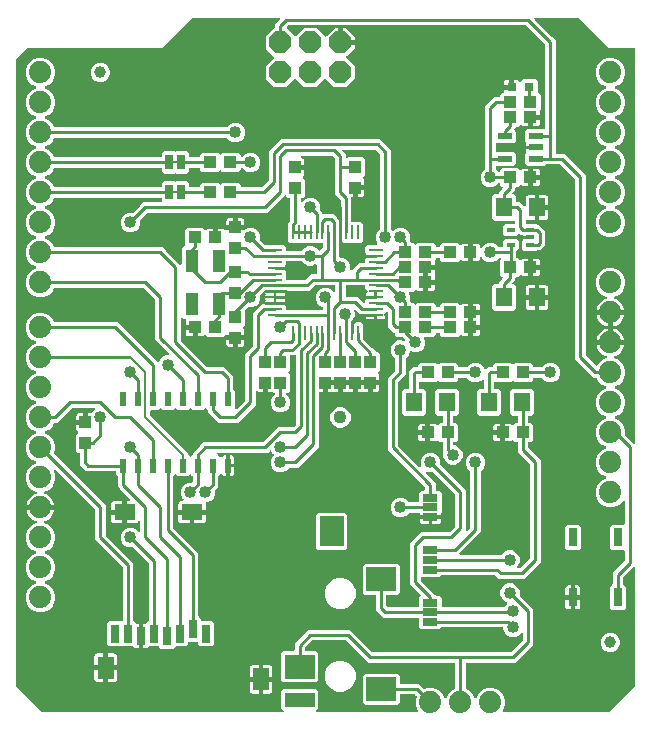
<source format=gbr>
G04 EAGLE Gerber RS-274X export*
G75*
%MOMM*%
%FSLAX34Y34*%
%LPD*%
%INTop Copper*%
%IPPOS*%
%AMOC8*
5,1,8,0,0,1.08239X$1,22.5*%
G01*
%ADD10R,1.200000X0.550000*%
%ADD11R,1.100000X1.000000*%
%ADD12R,1.400000X1.600000*%
%ADD13R,0.800000X0.800000*%
%ADD14R,0.254000X1.143000*%
%ADD15R,1.143000X0.254000*%
%ADD16R,1.100000X1.900000*%
%ADD17R,1.000000X1.100000*%
%ADD18R,0.750000X0.400000*%
%ADD19C,1.000000*%
%ADD20R,0.762000X1.524000*%
%ADD21R,2.500000X2.000000*%
%ADD22R,2.000000X2.500000*%
%ADD23R,2.500000X1.200000*%
%ADD24C,0.203200*%
%ADD25R,0.635000X1.270000*%
%ADD26C,1.879600*%
%ADD27R,1.800000X1.400000*%
%ADD28R,1.400000X1.900000*%
%ADD29R,0.800000X1.500000*%
%ADD30R,0.600000X1.200000*%
%ADD31P,2.034460X8X22.500000*%
%ADD32R,1.270000X0.635000*%
%ADD33C,0.254000*%
%ADD34C,1.016000*%
%ADD35C,1.108000*%

G36*
X230348Y4323D02*
X230348Y4323D01*
X230377Y4320D01*
X230488Y4343D01*
X230600Y4359D01*
X230627Y4371D01*
X230656Y4376D01*
X230756Y4429D01*
X230860Y4475D01*
X230882Y4494D01*
X230908Y4507D01*
X230990Y4585D01*
X231077Y4658D01*
X231093Y4683D01*
X231114Y4703D01*
X231171Y4801D01*
X231234Y4895D01*
X231243Y4923D01*
X231258Y4948D01*
X231286Y5058D01*
X231320Y5166D01*
X231321Y5196D01*
X231328Y5224D01*
X231324Y5337D01*
X231327Y5450D01*
X231320Y5479D01*
X231319Y5508D01*
X231284Y5616D01*
X231255Y5725D01*
X231240Y5751D01*
X231231Y5779D01*
X231186Y5842D01*
X231110Y5970D01*
X231065Y6013D01*
X231037Y6052D01*
X229351Y7737D01*
X229351Y22263D01*
X231137Y24049D01*
X258663Y24049D01*
X260449Y22263D01*
X260449Y7737D01*
X258763Y6052D01*
X258746Y6028D01*
X258723Y6009D01*
X258661Y5915D01*
X258593Y5825D01*
X258582Y5797D01*
X258566Y5773D01*
X258532Y5665D01*
X258491Y5559D01*
X258489Y5530D01*
X258480Y5502D01*
X258477Y5388D01*
X258468Y5276D01*
X258473Y5247D01*
X258473Y5218D01*
X258501Y5108D01*
X258524Y4997D01*
X258537Y4971D01*
X258545Y4943D01*
X258602Y4845D01*
X258655Y4745D01*
X258675Y4723D01*
X258690Y4698D01*
X258772Y4621D01*
X258850Y4539D01*
X258876Y4524D01*
X258897Y4504D01*
X258998Y4452D01*
X259096Y4395D01*
X259124Y4388D01*
X259150Y4374D01*
X259228Y4361D01*
X259371Y4325D01*
X259434Y4327D01*
X259481Y4319D01*
X344080Y4319D01*
X344194Y4335D01*
X344308Y4345D01*
X344334Y4355D01*
X344361Y4359D01*
X344466Y4406D01*
X344573Y4447D01*
X344596Y4463D01*
X344621Y4475D01*
X344708Y4549D01*
X344800Y4618D01*
X344817Y4641D01*
X344838Y4658D01*
X344902Y4754D01*
X344970Y4846D01*
X344980Y4872D01*
X344995Y4895D01*
X345030Y5005D01*
X345071Y5112D01*
X345073Y5140D01*
X345081Y5166D01*
X345084Y5281D01*
X345093Y5395D01*
X345088Y5420D01*
X345089Y5450D01*
X345021Y5707D01*
X345018Y5723D01*
X343153Y10224D01*
X343153Y15176D01*
X344025Y17281D01*
X344026Y17282D01*
X344026Y17284D01*
X344061Y17422D01*
X344096Y17556D01*
X344096Y17558D01*
X344096Y17559D01*
X344092Y17691D01*
X344088Y17840D01*
X344088Y17842D01*
X344087Y17843D01*
X344044Y17979D01*
X344001Y18111D01*
X344000Y18112D01*
X344000Y18114D01*
X343991Y18126D01*
X343843Y18347D01*
X343820Y18367D01*
X343805Y18387D01*
X342808Y19384D01*
X342739Y19436D01*
X342675Y19496D01*
X342625Y19522D01*
X342581Y19555D01*
X342500Y19586D01*
X342422Y19626D01*
X342374Y19634D01*
X342316Y19656D01*
X342168Y19668D01*
X342091Y19681D01*
X330464Y19681D01*
X330406Y19673D01*
X330348Y19675D01*
X330266Y19653D01*
X330182Y19641D01*
X330129Y19618D01*
X330073Y19603D01*
X330000Y19560D01*
X329923Y19525D01*
X329878Y19487D01*
X329828Y19458D01*
X329770Y19396D01*
X329706Y19342D01*
X329674Y19293D01*
X329634Y19250D01*
X329595Y19175D01*
X329548Y19105D01*
X329531Y19049D01*
X329504Y18997D01*
X329493Y18929D01*
X329463Y18834D01*
X329460Y18734D01*
X329449Y18666D01*
X329449Y12737D01*
X327663Y10951D01*
X300137Y10951D01*
X298351Y12737D01*
X298351Y35263D01*
X300137Y37049D01*
X327663Y37049D01*
X329449Y35263D01*
X329449Y29334D01*
X329457Y29276D01*
X329455Y29218D01*
X329477Y29136D01*
X329489Y29052D01*
X329512Y28999D01*
X329527Y28943D01*
X329570Y28870D01*
X329605Y28793D01*
X329643Y28748D01*
X329672Y28698D01*
X329734Y28640D01*
X329788Y28576D01*
X329837Y28544D01*
X329880Y28504D01*
X329955Y28465D01*
X330025Y28418D01*
X330081Y28401D01*
X330133Y28374D01*
X330201Y28363D01*
X330296Y28333D01*
X330396Y28330D01*
X330464Y28319D01*
X346089Y28319D01*
X349913Y24495D01*
X349914Y24494D01*
X349915Y24493D01*
X350025Y24410D01*
X350140Y24324D01*
X350141Y24323D01*
X350143Y24322D01*
X350275Y24273D01*
X350406Y24223D01*
X350407Y24223D01*
X350409Y24222D01*
X350553Y24210D01*
X350689Y24199D01*
X350690Y24199D01*
X350692Y24199D01*
X350708Y24203D01*
X350968Y24255D01*
X350995Y24269D01*
X351019Y24275D01*
X353124Y25147D01*
X358076Y25147D01*
X362651Y23252D01*
X366152Y19751D01*
X367362Y16829D01*
X367377Y16804D01*
X367386Y16776D01*
X367449Y16681D01*
X367507Y16584D01*
X367528Y16564D01*
X367544Y16539D01*
X367631Y16467D01*
X367713Y16389D01*
X367739Y16375D01*
X367762Y16357D01*
X367865Y16311D01*
X367966Y16259D01*
X367995Y16253D01*
X368022Y16241D01*
X368134Y16225D01*
X368245Y16204D01*
X368274Y16206D01*
X368303Y16202D01*
X368415Y16218D01*
X368528Y16228D01*
X368555Y16239D01*
X368584Y16243D01*
X368688Y16289D01*
X368793Y16330D01*
X368817Y16348D01*
X368844Y16360D01*
X368930Y16433D01*
X369020Y16502D01*
X369038Y16525D01*
X369060Y16544D01*
X369102Y16611D01*
X369190Y16729D01*
X369212Y16788D01*
X369238Y16829D01*
X370448Y19751D01*
X373949Y23252D01*
X376055Y24124D01*
X376056Y24125D01*
X376057Y24125D01*
X376176Y24195D01*
X376299Y24268D01*
X376300Y24269D01*
X376302Y24270D01*
X376399Y24374D01*
X376495Y24475D01*
X376495Y24476D01*
X376496Y24478D01*
X376561Y24603D01*
X376625Y24728D01*
X376625Y24729D01*
X376626Y24731D01*
X376628Y24746D01*
X376680Y25007D01*
X376677Y25037D01*
X376681Y25062D01*
X376681Y45466D01*
X376673Y45524D01*
X376675Y45582D01*
X376653Y45664D01*
X376641Y45748D01*
X376618Y45801D01*
X376603Y45857D01*
X376560Y45930D01*
X376525Y46007D01*
X376487Y46052D01*
X376458Y46102D01*
X376396Y46160D01*
X376342Y46224D01*
X376293Y46256D01*
X376250Y46296D01*
X376175Y46335D01*
X376105Y46382D01*
X376049Y46399D01*
X375997Y46426D01*
X375929Y46437D01*
X375834Y46467D01*
X375734Y46470D01*
X375666Y46481D01*
X303011Y46481D01*
X284258Y65234D01*
X284189Y65286D01*
X284125Y65346D01*
X284075Y65372D01*
X284031Y65405D01*
X283950Y65436D01*
X283872Y65476D01*
X283824Y65484D01*
X283766Y65506D01*
X283618Y65518D01*
X283541Y65531D01*
X256209Y65531D01*
X256123Y65519D01*
X256035Y65516D01*
X255983Y65499D01*
X255928Y65491D01*
X255848Y65456D01*
X255765Y65429D01*
X255726Y65401D01*
X255669Y65375D01*
X255555Y65279D01*
X255492Y65234D01*
X249516Y59258D01*
X249464Y59189D01*
X249404Y59125D01*
X249378Y59075D01*
X249345Y59031D01*
X249314Y58950D01*
X249274Y58872D01*
X249266Y58824D01*
X249244Y58766D01*
X249232Y58618D01*
X249219Y58541D01*
X249219Y57064D01*
X249226Y57013D01*
X249225Y56995D01*
X249227Y56991D01*
X249225Y56948D01*
X249247Y56866D01*
X249259Y56782D01*
X249282Y56729D01*
X249297Y56673D01*
X249340Y56600D01*
X249375Y56523D01*
X249413Y56478D01*
X249442Y56428D01*
X249504Y56370D01*
X249558Y56306D01*
X249607Y56274D01*
X249650Y56234D01*
X249725Y56195D01*
X249795Y56148D01*
X249851Y56131D01*
X249903Y56104D01*
X249971Y56093D01*
X250066Y56063D01*
X250166Y56060D01*
X250234Y56049D01*
X258663Y56049D01*
X260449Y54263D01*
X260449Y31737D01*
X258663Y29951D01*
X231137Y29951D01*
X229351Y31737D01*
X229351Y54263D01*
X231137Y56049D01*
X239566Y56049D01*
X239624Y56057D01*
X239682Y56055D01*
X239764Y56077D01*
X239848Y56089D01*
X239901Y56112D01*
X239957Y56127D01*
X240030Y56170D01*
X240107Y56205D01*
X240152Y56243D01*
X240202Y56272D01*
X240260Y56334D01*
X240324Y56388D01*
X240356Y56437D01*
X240396Y56480D01*
X240435Y56555D01*
X240482Y56625D01*
X240499Y56681D01*
X240526Y56733D01*
X240537Y56801D01*
X240567Y56896D01*
X240570Y56996D01*
X240581Y57064D01*
X240581Y62539D01*
X252211Y74169D01*
X287539Y74169D01*
X306292Y55416D01*
X306361Y55364D01*
X306425Y55304D01*
X306475Y55278D01*
X306519Y55245D01*
X306600Y55214D01*
X306678Y55174D01*
X306726Y55166D01*
X306784Y55144D01*
X306932Y55132D01*
X307009Y55119D01*
X423241Y55119D01*
X423327Y55131D01*
X423415Y55134D01*
X423467Y55151D01*
X423522Y55159D01*
X423602Y55194D01*
X423685Y55221D01*
X423724Y55249D01*
X423781Y55275D01*
X423895Y55371D01*
X423958Y55416D01*
X433534Y64992D01*
X433586Y65061D01*
X433646Y65125D01*
X433672Y65175D01*
X433705Y65219D01*
X433736Y65300D01*
X433776Y65378D01*
X433784Y65426D01*
X433806Y65484D01*
X433818Y65632D01*
X433831Y65709D01*
X433831Y70634D01*
X433827Y70664D01*
X433830Y70693D01*
X433807Y70804D01*
X433791Y70916D01*
X433779Y70943D01*
X433774Y70972D01*
X433721Y71072D01*
X433675Y71175D01*
X433656Y71198D01*
X433643Y71224D01*
X433565Y71306D01*
X433492Y71392D01*
X433467Y71409D01*
X433447Y71430D01*
X433349Y71487D01*
X433255Y71550D01*
X433227Y71559D01*
X433202Y71574D01*
X433092Y71601D01*
X432984Y71636D01*
X432954Y71637D01*
X432926Y71644D01*
X432813Y71640D01*
X432700Y71643D01*
X432671Y71636D01*
X432642Y71635D01*
X432534Y71600D01*
X432425Y71571D01*
X432399Y71556D01*
X432371Y71547D01*
X432308Y71502D01*
X432180Y71426D01*
X432137Y71380D01*
X432098Y71352D01*
X430055Y69309D01*
X427067Y68071D01*
X423833Y68071D01*
X420845Y69309D01*
X418559Y71595D01*
X417321Y74583D01*
X417321Y75438D01*
X417314Y75488D01*
X417315Y75503D01*
X417313Y75507D01*
X417315Y75554D01*
X417293Y75636D01*
X417281Y75720D01*
X417258Y75773D01*
X417243Y75829D01*
X417200Y75902D01*
X417165Y75979D01*
X417127Y76024D01*
X417098Y76074D01*
X417036Y76132D01*
X416982Y76196D01*
X416933Y76228D01*
X416890Y76268D01*
X416815Y76307D01*
X416745Y76354D01*
X416689Y76371D01*
X416637Y76398D01*
X416569Y76409D01*
X416474Y76439D01*
X416374Y76442D01*
X416306Y76453D01*
X365538Y76453D01*
X365452Y76441D01*
X365364Y76438D01*
X365312Y76421D01*
X365257Y76413D01*
X365177Y76378D01*
X365094Y76351D01*
X365055Y76323D01*
X364997Y76297D01*
X364884Y76201D01*
X364820Y76156D01*
X363213Y74548D01*
X347987Y74548D01*
X346201Y76334D01*
X346201Y83566D01*
X346194Y83615D01*
X346195Y83625D01*
X346193Y83630D01*
X346195Y83682D01*
X346173Y83764D01*
X346161Y83848D01*
X346138Y83901D01*
X346123Y83957D01*
X346080Y84030D01*
X346045Y84107D01*
X346007Y84152D01*
X345978Y84202D01*
X345916Y84260D01*
X345862Y84324D01*
X345813Y84356D01*
X345770Y84396D01*
X345695Y84435D01*
X345625Y84482D01*
X345569Y84499D01*
X345517Y84526D01*
X345449Y84537D01*
X345354Y84567D01*
X345254Y84570D01*
X345186Y84581D01*
X315711Y84581D01*
X309581Y90711D01*
X309581Y102936D01*
X309573Y102994D01*
X309575Y103052D01*
X309553Y103134D01*
X309541Y103218D01*
X309518Y103271D01*
X309503Y103327D01*
X309460Y103400D01*
X309425Y103477D01*
X309387Y103522D01*
X309358Y103572D01*
X309296Y103630D01*
X309242Y103694D01*
X309193Y103726D01*
X309150Y103766D01*
X309075Y103805D01*
X309005Y103852D01*
X308949Y103869D01*
X308897Y103896D01*
X308829Y103907D01*
X308734Y103937D01*
X308634Y103940D01*
X308566Y103951D01*
X300137Y103951D01*
X298351Y105737D01*
X298351Y128263D01*
X300137Y130049D01*
X327663Y130049D01*
X329449Y128263D01*
X329449Y105737D01*
X327663Y103951D01*
X319234Y103951D01*
X319176Y103943D01*
X319118Y103945D01*
X319036Y103923D01*
X318952Y103911D01*
X318899Y103888D01*
X318843Y103873D01*
X318770Y103830D01*
X318693Y103795D01*
X318648Y103757D01*
X318598Y103728D01*
X318540Y103666D01*
X318476Y103612D01*
X318444Y103563D01*
X318404Y103520D01*
X318365Y103445D01*
X318318Y103375D01*
X318301Y103319D01*
X318274Y103267D01*
X318263Y103199D01*
X318233Y103104D01*
X318230Y103004D01*
X318219Y102936D01*
X318219Y94709D01*
X318231Y94623D01*
X318234Y94535D01*
X318251Y94483D01*
X318259Y94428D01*
X318294Y94348D01*
X318321Y94265D01*
X318349Y94226D01*
X318375Y94169D01*
X318458Y94070D01*
X318476Y94040D01*
X318493Y94025D01*
X318516Y93992D01*
X318992Y93516D01*
X319061Y93464D01*
X319125Y93404D01*
X319175Y93378D01*
X319219Y93345D01*
X319300Y93314D01*
X319378Y93274D01*
X319426Y93266D01*
X319484Y93244D01*
X319632Y93232D01*
X319709Y93219D01*
X345186Y93219D01*
X345244Y93227D01*
X345302Y93225D01*
X345384Y93247D01*
X345468Y93259D01*
X345521Y93282D01*
X345577Y93297D01*
X345650Y93340D01*
X345727Y93375D01*
X345772Y93413D01*
X345822Y93442D01*
X345880Y93504D01*
X345944Y93558D01*
X345976Y93607D01*
X346016Y93650D01*
X346055Y93725D01*
X346102Y93795D01*
X346119Y93851D01*
X346146Y93903D01*
X346157Y93971D01*
X346187Y94066D01*
X346190Y94166D01*
X346201Y94234D01*
X346201Y101466D01*
X347196Y102461D01*
X347231Y102507D01*
X347274Y102548D01*
X347316Y102620D01*
X347367Y102688D01*
X347388Y102742D01*
X347417Y102793D01*
X347438Y102875D01*
X347468Y102953D01*
X347473Y103012D01*
X347487Y103068D01*
X347485Y103153D01*
X347492Y103237D01*
X347480Y103294D01*
X347478Y103353D01*
X347452Y103433D01*
X347436Y103515D01*
X347409Y103567D01*
X347391Y103623D01*
X347351Y103679D01*
X347305Y103768D01*
X347236Y103840D01*
X347196Y103896D01*
X341408Y109684D01*
X338581Y112511D01*
X338581Y147839D01*
X347461Y156719D01*
X371171Y156719D01*
X371257Y156731D01*
X371345Y156734D01*
X371397Y156751D01*
X371452Y156759D01*
X371532Y156794D01*
X371615Y156821D01*
X371654Y156849D01*
X371711Y156875D01*
X371825Y156971D01*
X371888Y157016D01*
X376384Y161512D01*
X376436Y161581D01*
X376496Y161645D01*
X376522Y161695D01*
X376555Y161739D01*
X376586Y161820D01*
X376626Y161898D01*
X376634Y161946D01*
X376656Y162004D01*
X376668Y162152D01*
X376681Y162229D01*
X376681Y188291D01*
X376669Y188377D01*
X376666Y188465D01*
X376649Y188517D01*
X376641Y188572D01*
X376606Y188652D01*
X376579Y188735D01*
X376551Y188774D01*
X376525Y188831D01*
X376429Y188945D01*
X376384Y189008D01*
X357918Y207474D01*
X357849Y207526D01*
X357785Y207586D01*
X357735Y207612D01*
X357691Y207645D01*
X357610Y207676D01*
X357532Y207716D01*
X357484Y207724D01*
X357426Y207746D01*
X357278Y207758D01*
X357201Y207771D01*
X353983Y207771D01*
X353241Y208079D01*
X353158Y208100D01*
X353078Y208131D01*
X353021Y208135D01*
X352966Y208149D01*
X352880Y208147D01*
X352795Y208154D01*
X352739Y208143D01*
X352682Y208141D01*
X352600Y208115D01*
X352516Y208098D01*
X352465Y208072D01*
X352411Y208055D01*
X352340Y208007D01*
X352264Y207967D01*
X352222Y207928D01*
X352175Y207896D01*
X352120Y207831D01*
X352057Y207771D01*
X352029Y207722D01*
X351992Y207679D01*
X351957Y207600D01*
X351914Y207526D01*
X351900Y207471D01*
X351877Y207419D01*
X351865Y207334D01*
X351844Y207251D01*
X351845Y207194D01*
X351838Y207137D01*
X351850Y207052D01*
X351853Y206967D01*
X351870Y206912D01*
X351878Y206856D01*
X351914Y206778D01*
X351940Y206696D01*
X351969Y206656D01*
X351995Y206597D01*
X352090Y206486D01*
X352135Y206423D01*
X359919Y198639D01*
X359919Y193167D01*
X359927Y193109D01*
X359925Y193051D01*
X359947Y192969D01*
X359959Y192885D01*
X359982Y192832D01*
X359997Y192776D01*
X360040Y192703D01*
X360075Y192626D01*
X360113Y192581D01*
X360142Y192531D01*
X360204Y192473D01*
X360258Y192409D01*
X360307Y192377D01*
X360350Y192337D01*
X360425Y192298D01*
X360495Y192251D01*
X360551Y192234D01*
X360603Y192207D01*
X360671Y192196D01*
X360766Y192166D01*
X360866Y192163D01*
X360934Y192152D01*
X363213Y192152D01*
X364999Y190366D01*
X364999Y173362D01*
X364788Y173152D01*
X364736Y173082D01*
X364676Y173018D01*
X364650Y172968D01*
X364617Y172924D01*
X364586Y172843D01*
X364546Y172765D01*
X364538Y172717D01*
X364516Y172659D01*
X364504Y172511D01*
X364491Y172434D01*
X364491Y171259D01*
X356172Y171259D01*
X356114Y171251D01*
X356055Y171252D01*
X355974Y171231D01*
X355890Y171219D01*
X355837Y171195D01*
X355780Y171180D01*
X355708Y171137D01*
X355631Y171103D01*
X355603Y171079D01*
X355537Y171112D01*
X355467Y171159D01*
X355411Y171177D01*
X355359Y171203D01*
X355291Y171215D01*
X355196Y171245D01*
X355096Y171247D01*
X355028Y171259D01*
X346709Y171259D01*
X346709Y172434D01*
X346697Y172520D01*
X346694Y172607D01*
X346677Y172660D01*
X346669Y172715D01*
X346634Y172795D01*
X346607Y172878D01*
X346579Y172917D01*
X346553Y172975D01*
X346471Y173071D01*
X346453Y173102D01*
X346436Y173118D01*
X346412Y173151D01*
X346380Y173184D01*
X346370Y173191D01*
X346370Y173192D01*
X346368Y173193D01*
X346310Y173236D01*
X346246Y173296D01*
X346197Y173321D01*
X346153Y173355D01*
X346071Y173386D01*
X345993Y173426D01*
X345945Y173434D01*
X345887Y173456D01*
X345739Y173468D01*
X345662Y173481D01*
X337798Y173481D01*
X337711Y173469D01*
X337624Y173466D01*
X337571Y173449D01*
X337516Y173441D01*
X337436Y173406D01*
X337353Y173379D01*
X337314Y173351D01*
X337257Y173325D01*
X337143Y173229D01*
X337080Y173184D01*
X334805Y170909D01*
X331817Y169671D01*
X328583Y169671D01*
X325595Y170909D01*
X323309Y173195D01*
X322071Y176183D01*
X322071Y179417D01*
X323309Y182405D01*
X325595Y184691D01*
X328583Y185929D01*
X331817Y185929D01*
X334805Y184691D01*
X337080Y182416D01*
X337149Y182364D01*
X337213Y182304D01*
X337263Y182278D01*
X337307Y182245D01*
X337389Y182214D01*
X337467Y182174D01*
X337514Y182166D01*
X337573Y182144D01*
X337720Y182132D01*
X337798Y182119D01*
X345186Y182119D01*
X345244Y182127D01*
X345302Y182125D01*
X345384Y182147D01*
X345468Y182159D01*
X345521Y182182D01*
X345577Y182197D01*
X345650Y182240D01*
X345727Y182275D01*
X345772Y182313D01*
X345822Y182342D01*
X345880Y182404D01*
X345944Y182458D01*
X345976Y182507D01*
X346016Y182550D01*
X346055Y182625D01*
X346102Y182695D01*
X346119Y182751D01*
X346146Y182803D01*
X346157Y182871D01*
X346187Y182966D01*
X346190Y183066D01*
X346201Y183134D01*
X346201Y190366D01*
X347987Y192152D01*
X350266Y192152D01*
X350324Y192160D01*
X350382Y192158D01*
X350464Y192180D01*
X350548Y192192D01*
X350601Y192215D01*
X350657Y192230D01*
X350730Y192273D01*
X350807Y192308D01*
X350852Y192346D01*
X350902Y192375D01*
X350960Y192437D01*
X351024Y192491D01*
X351056Y192540D01*
X351096Y192583D01*
X351135Y192658D01*
X351182Y192728D01*
X351199Y192784D01*
X351226Y192836D01*
X351237Y192904D01*
X351267Y192999D01*
X351270Y193099D01*
X351281Y193167D01*
X351281Y194641D01*
X351269Y194727D01*
X351266Y194815D01*
X351249Y194867D01*
X351241Y194922D01*
X351206Y195002D01*
X351179Y195085D01*
X351151Y195124D01*
X351125Y195181D01*
X351029Y195295D01*
X350984Y195358D01*
X319531Y226811D01*
X319531Y287539D01*
X325584Y293592D01*
X325636Y293661D01*
X325696Y293725D01*
X325722Y293775D01*
X325755Y293819D01*
X325786Y293900D01*
X325826Y293978D01*
X325834Y294026D01*
X325856Y294084D01*
X325868Y294232D01*
X325881Y294309D01*
X325881Y303552D01*
X325869Y303639D01*
X325866Y303726D01*
X325849Y303779D01*
X325841Y303834D01*
X325806Y303914D01*
X325779Y303997D01*
X325751Y304036D01*
X325725Y304093D01*
X325629Y304207D01*
X325584Y304270D01*
X323309Y306545D01*
X322071Y309533D01*
X322071Y312767D01*
X323309Y315755D01*
X325595Y318041D01*
X328583Y319279D01*
X331817Y319279D01*
X332559Y318971D01*
X332642Y318950D01*
X332722Y318919D01*
X332779Y318915D01*
X332834Y318901D01*
X332920Y318903D01*
X333005Y318896D01*
X333061Y318907D01*
X333118Y318909D01*
X333200Y318935D01*
X333284Y318952D01*
X333335Y318978D01*
X333389Y318995D01*
X333460Y319043D01*
X333536Y319083D01*
X333578Y319122D01*
X333625Y319154D01*
X333680Y319219D01*
X333743Y319279D01*
X333771Y319328D01*
X333808Y319371D01*
X333843Y319450D01*
X333886Y319524D01*
X333900Y319579D01*
X333923Y319631D01*
X333935Y319716D01*
X333956Y319799D01*
X333955Y319856D01*
X333962Y319913D01*
X333950Y319998D01*
X333947Y320083D01*
X333930Y320138D01*
X333922Y320194D01*
X333886Y320272D01*
X333860Y320354D01*
X333831Y320394D01*
X333805Y320453D01*
X333710Y320564D01*
X333665Y320627D01*
X332438Y321854D01*
X332369Y321906D01*
X332305Y321966D01*
X332255Y321992D01*
X332211Y322025D01*
X332130Y322056D01*
X332052Y322096D01*
X332004Y322104D01*
X331946Y322126D01*
X331798Y322138D01*
X331721Y322151D01*
X327637Y322151D01*
X325851Y323937D01*
X325851Y324866D01*
X325843Y324924D01*
X325845Y324982D01*
X325823Y325064D01*
X325811Y325148D01*
X325788Y325201D01*
X325773Y325257D01*
X325730Y325330D01*
X325695Y325407D01*
X325657Y325452D01*
X325628Y325502D01*
X325566Y325560D01*
X325512Y325624D01*
X325463Y325656D01*
X325420Y325696D01*
X325345Y325735D01*
X325275Y325782D01*
X325219Y325799D01*
X325167Y325826D01*
X325099Y325837D01*
X325004Y325867D01*
X324904Y325870D01*
X324836Y325881D01*
X324601Y325881D01*
X319531Y330951D01*
X319531Y342384D01*
X319527Y342413D01*
X319530Y342442D01*
X319507Y342553D01*
X319491Y342665D01*
X319479Y342692D01*
X319474Y342721D01*
X319421Y342822D01*
X319375Y342925D01*
X319356Y342947D01*
X319343Y342973D01*
X319264Y343056D01*
X319192Y343142D01*
X319167Y343158D01*
X319147Y343179D01*
X319049Y343237D01*
X318955Y343299D01*
X318927Y343308D01*
X318901Y343323D01*
X318792Y343351D01*
X318684Y343385D01*
X318654Y343386D01*
X318626Y343393D01*
X318513Y343389D01*
X318400Y343392D01*
X318371Y343385D01*
X318342Y343384D01*
X318234Y343349D01*
X318125Y343320D01*
X318099Y343305D01*
X318071Y343296D01*
X318007Y343251D01*
X317880Y343175D01*
X317841Y343134D01*
X317835Y343130D01*
X317829Y343124D01*
X317798Y343101D01*
X317753Y343056D01*
X317700Y342986D01*
X317641Y342923D01*
X317615Y342873D01*
X317582Y342829D01*
X317551Y342747D01*
X317511Y342670D01*
X317503Y342622D01*
X317481Y342563D01*
X317469Y342416D01*
X317456Y342339D01*
X317456Y341815D01*
X316932Y341815D01*
X316870Y341807D01*
X316806Y341808D01*
X316729Y341787D01*
X316651Y341776D01*
X316593Y341750D01*
X316532Y341733D01*
X316476Y341697D01*
X316392Y341659D01*
X316310Y341590D01*
X316250Y341551D01*
X316249Y341551D01*
X316215Y341510D01*
X316175Y341476D01*
X316174Y341475D01*
X316125Y341401D01*
X316068Y341332D01*
X316046Y341283D01*
X316017Y341239D01*
X315990Y341153D01*
X315954Y341072D01*
X315947Y341019D01*
X315931Y340968D01*
X315929Y340878D01*
X315917Y340790D01*
X315925Y340737D01*
X315924Y340683D01*
X315946Y340597D01*
X315960Y340509D01*
X315982Y340460D01*
X315995Y340408D01*
X316041Y340332D01*
X316078Y340250D01*
X316113Y340210D01*
X316141Y340164D01*
X316206Y340103D01*
X316264Y340035D01*
X316309Y340006D01*
X316348Y339969D01*
X316428Y339929D01*
X316502Y339880D01*
X316553Y339864D01*
X316601Y339840D01*
X316672Y339828D01*
X316774Y339797D01*
X316867Y339795D01*
X316932Y339785D01*
X317456Y339785D01*
X317456Y339195D01*
X317283Y338549D01*
X316948Y337970D01*
X316475Y337497D01*
X315896Y337162D01*
X315249Y336989D01*
X310215Y336989D01*
X310215Y340466D01*
X310207Y340524D01*
X310209Y340582D01*
X310187Y340664D01*
X310176Y340748D01*
X310152Y340801D01*
X310137Y340857D01*
X310094Y340930D01*
X310059Y341007D01*
X310022Y341052D01*
X309992Y341102D01*
X309930Y341160D01*
X309876Y341224D01*
X309827Y341256D01*
X309784Y341296D01*
X309709Y341335D01*
X309639Y341382D01*
X309583Y341399D01*
X309531Y341426D01*
X309463Y341437D01*
X309368Y341467D01*
X309268Y341470D01*
X309200Y341481D01*
X309142Y341473D01*
X309084Y341475D01*
X309083Y341475D01*
X309002Y341453D01*
X308918Y341441D01*
X308865Y341418D01*
X308808Y341403D01*
X308736Y341360D01*
X308659Y341325D01*
X308614Y341287D01*
X308564Y341258D01*
X308506Y341196D01*
X308442Y341142D01*
X308410Y341093D01*
X308369Y341050D01*
X308331Y340975D01*
X308284Y340905D01*
X308267Y340849D01*
X308240Y340797D01*
X308229Y340729D01*
X308199Y340634D01*
X308196Y340534D01*
X308185Y340466D01*
X308185Y336989D01*
X303151Y336989D01*
X302504Y337162D01*
X301925Y337497D01*
X301452Y337970D01*
X301117Y338549D01*
X300944Y339196D01*
X300944Y340466D01*
X300936Y340524D01*
X300938Y340582D01*
X300916Y340664D01*
X300904Y340748D01*
X300881Y340801D01*
X300866Y340857D01*
X300823Y340930D01*
X300788Y341007D01*
X300750Y341052D01*
X300721Y341102D01*
X300659Y341160D01*
X300605Y341224D01*
X300556Y341256D01*
X300513Y341296D01*
X300438Y341335D01*
X300368Y341382D01*
X300312Y341399D01*
X300260Y341426D01*
X300192Y341437D01*
X300097Y341467D01*
X299997Y341470D01*
X299929Y341481D01*
X296301Y341481D01*
X292687Y345095D01*
X292619Y345147D01*
X292556Y345206D01*
X292506Y345232D01*
X292460Y345266D01*
X292380Y345297D01*
X292303Y345336D01*
X292248Y345347D01*
X292194Y345367D01*
X292109Y345374D01*
X292025Y345391D01*
X291968Y345386D01*
X291911Y345391D01*
X291827Y345374D01*
X291741Y345366D01*
X291688Y345346D01*
X291632Y345335D01*
X291556Y345295D01*
X291476Y345264D01*
X291431Y345230D01*
X291380Y345204D01*
X291318Y345145D01*
X291249Y345093D01*
X291215Y345047D01*
X291174Y345008D01*
X291131Y344934D01*
X291079Y344865D01*
X291059Y344812D01*
X291030Y344763D01*
X291009Y344680D01*
X290979Y344599D01*
X290974Y344542D01*
X290960Y344487D01*
X290963Y344402D01*
X290956Y344316D01*
X290967Y344267D01*
X290969Y344203D01*
X291014Y344065D01*
X291031Y343989D01*
X291339Y343247D01*
X291339Y340013D01*
X290101Y337025D01*
X288865Y335789D01*
X288847Y335765D01*
X288825Y335746D01*
X288762Y335652D01*
X288694Y335562D01*
X288683Y335534D01*
X288667Y335510D01*
X288633Y335402D01*
X288592Y335296D01*
X288590Y335267D01*
X288581Y335239D01*
X288578Y335125D01*
X288569Y335013D01*
X288575Y334984D01*
X288574Y334955D01*
X288603Y334845D01*
X288625Y334734D01*
X288638Y334708D01*
X288646Y334680D01*
X288704Y334582D01*
X288756Y334482D01*
X288776Y334460D01*
X288791Y334435D01*
X288873Y334358D01*
X288952Y334276D01*
X288977Y334261D01*
X288998Y334241D01*
X289099Y334189D01*
X289197Y334132D01*
X289225Y334125D01*
X289251Y334111D01*
X289329Y334098D01*
X289472Y334062D01*
X289535Y334064D01*
X289583Y334056D01*
X290739Y334056D01*
X290825Y334068D01*
X290913Y334071D01*
X290965Y334088D01*
X291020Y334096D01*
X291100Y334131D01*
X291183Y334158D01*
X291222Y334186D01*
X291280Y334212D01*
X291393Y334308D01*
X291457Y334353D01*
X291667Y334564D01*
X296733Y334564D01*
X298519Y332778D01*
X298519Y321419D01*
X298531Y321333D01*
X298534Y321245D01*
X298551Y321193D01*
X298559Y321138D01*
X298594Y321058D01*
X298621Y320975D01*
X298649Y320936D01*
X298675Y320878D01*
X298771Y320765D01*
X298816Y320701D01*
X306292Y313226D01*
X309119Y310399D01*
X309119Y310164D01*
X309127Y310106D01*
X309125Y310048D01*
X309147Y309966D01*
X309159Y309882D01*
X309182Y309829D01*
X309197Y309773D01*
X309240Y309700D01*
X309275Y309623D01*
X309313Y309578D01*
X309342Y309528D01*
X309404Y309470D01*
X309458Y309406D01*
X309507Y309374D01*
X309550Y309334D01*
X309625Y309295D01*
X309695Y309248D01*
X309751Y309231D01*
X309803Y309204D01*
X309871Y309193D01*
X309966Y309163D01*
X310066Y309160D01*
X310134Y309149D01*
X311063Y309149D01*
X312849Y307363D01*
X312849Y293837D01*
X311470Y292459D01*
X311435Y292412D01*
X311393Y292372D01*
X311350Y292299D01*
X311299Y292231D01*
X311279Y292177D01*
X311249Y292126D01*
X311228Y292045D01*
X311198Y291966D01*
X311193Y291908D01*
X311179Y291851D01*
X311182Y291766D01*
X311175Y291682D01*
X311186Y291625D01*
X311188Y291567D01*
X311214Y291486D01*
X311230Y291404D01*
X311257Y291352D01*
X311275Y291296D01*
X311316Y291240D01*
X311361Y291151D01*
X311430Y291079D01*
X311470Y291023D01*
X311833Y290660D01*
X312168Y290081D01*
X312341Y289434D01*
X312341Y285631D01*
X305816Y285631D01*
X305758Y285623D01*
X305700Y285624D01*
X305618Y285603D01*
X305535Y285591D01*
X305481Y285567D01*
X305425Y285553D01*
X305352Y285510D01*
X305275Y285475D01*
X305231Y285437D01*
X305180Y285407D01*
X305123Y285346D01*
X305058Y285291D01*
X305026Y285243D01*
X304986Y285200D01*
X304947Y285125D01*
X304901Y285055D01*
X304883Y284999D01*
X304856Y284947D01*
X304845Y284879D01*
X304815Y284784D01*
X304812Y284684D01*
X304801Y284616D01*
X304801Y283599D01*
X304799Y283599D01*
X304799Y284616D01*
X304791Y284674D01*
X304792Y284732D01*
X304771Y284814D01*
X304759Y284897D01*
X304735Y284951D01*
X304721Y285007D01*
X304678Y285080D01*
X304643Y285157D01*
X304605Y285201D01*
X304575Y285252D01*
X304514Y285309D01*
X304459Y285374D01*
X304411Y285406D01*
X304368Y285446D01*
X304293Y285485D01*
X304223Y285531D01*
X304167Y285549D01*
X304115Y285576D01*
X304047Y285587D01*
X303952Y285617D01*
X303852Y285620D01*
X303784Y285631D01*
X293116Y285631D01*
X293058Y285623D01*
X293000Y285624D01*
X292918Y285603D01*
X292835Y285591D01*
X292781Y285567D01*
X292725Y285553D01*
X292652Y285510D01*
X292575Y285475D01*
X292531Y285437D01*
X292480Y285407D01*
X292423Y285346D01*
X292358Y285291D01*
X292326Y285243D01*
X292286Y285200D01*
X292247Y285125D01*
X292201Y285055D01*
X292183Y284999D01*
X292156Y284947D01*
X292145Y284879D01*
X292115Y284784D01*
X292112Y284684D01*
X292101Y284616D01*
X292101Y283599D01*
X292099Y283599D01*
X292099Y284616D01*
X292091Y284674D01*
X292092Y284732D01*
X292071Y284814D01*
X292059Y284897D01*
X292035Y284951D01*
X292021Y285007D01*
X291978Y285080D01*
X291943Y285157D01*
X291905Y285201D01*
X291875Y285252D01*
X291814Y285309D01*
X291759Y285374D01*
X291711Y285406D01*
X291668Y285446D01*
X291593Y285485D01*
X291523Y285531D01*
X291467Y285549D01*
X291415Y285576D01*
X291347Y285587D01*
X291252Y285617D01*
X291152Y285620D01*
X291084Y285631D01*
X280416Y285631D01*
X280358Y285623D01*
X280300Y285624D01*
X280218Y285603D01*
X280135Y285591D01*
X280081Y285567D01*
X280025Y285553D01*
X279952Y285510D01*
X279875Y285475D01*
X279831Y285437D01*
X279780Y285407D01*
X279723Y285346D01*
X279658Y285291D01*
X279626Y285243D01*
X279586Y285200D01*
X279547Y285125D01*
X279501Y285055D01*
X279483Y284999D01*
X279456Y284947D01*
X279445Y284879D01*
X279415Y284784D01*
X279412Y284684D01*
X279401Y284616D01*
X279401Y283599D01*
X279399Y283599D01*
X279399Y284616D01*
X279391Y284674D01*
X279392Y284732D01*
X279371Y284814D01*
X279359Y284897D01*
X279335Y284951D01*
X279321Y285007D01*
X279278Y285080D01*
X279243Y285157D01*
X279205Y285201D01*
X279175Y285252D01*
X279114Y285309D01*
X279059Y285374D01*
X279011Y285406D01*
X278968Y285446D01*
X278893Y285485D01*
X278823Y285531D01*
X278767Y285549D01*
X278715Y285576D01*
X278647Y285587D01*
X278552Y285617D01*
X278452Y285620D01*
X278384Y285631D01*
X267716Y285631D01*
X267658Y285623D01*
X267600Y285624D01*
X267518Y285603D01*
X267435Y285591D01*
X267381Y285567D01*
X267325Y285553D01*
X267252Y285510D01*
X267175Y285475D01*
X267131Y285437D01*
X267080Y285407D01*
X267023Y285346D01*
X266958Y285291D01*
X266926Y285243D01*
X266886Y285200D01*
X266847Y285125D01*
X266801Y285055D01*
X266783Y284999D01*
X266756Y284947D01*
X266745Y284879D01*
X266715Y284784D01*
X266712Y284684D01*
X266701Y284616D01*
X266701Y283599D01*
X265684Y283599D01*
X265626Y283591D01*
X265568Y283592D01*
X265486Y283571D01*
X265403Y283559D01*
X265349Y283535D01*
X265293Y283521D01*
X265220Y283478D01*
X265143Y283443D01*
X265098Y283405D01*
X265048Y283375D01*
X264990Y283314D01*
X264926Y283259D01*
X264894Y283211D01*
X264854Y283168D01*
X264815Y283093D01*
X264769Y283023D01*
X264751Y282967D01*
X264724Y282915D01*
X264713Y282847D01*
X264683Y282752D01*
X264680Y282652D01*
X264669Y282584D01*
X264669Y275559D01*
X261874Y275559D01*
X261816Y275551D01*
X261758Y275553D01*
X261676Y275531D01*
X261592Y275519D01*
X261539Y275496D01*
X261483Y275481D01*
X261410Y275438D01*
X261333Y275403D01*
X261288Y275365D01*
X261238Y275336D01*
X261180Y275274D01*
X261116Y275220D01*
X261084Y275171D01*
X261044Y275128D01*
X261005Y275053D01*
X260958Y274983D01*
X260941Y274927D01*
X260914Y274875D01*
X260903Y274807D01*
X260873Y274712D01*
X260870Y274612D01*
X260859Y274544D01*
X260859Y229351D01*
X243089Y211581D01*
X236198Y211581D01*
X236111Y211569D01*
X236024Y211566D01*
X235971Y211549D01*
X235916Y211541D01*
X235836Y211506D01*
X235753Y211479D01*
X235714Y211451D01*
X235657Y211425D01*
X235543Y211329D01*
X235480Y211284D01*
X233205Y209009D01*
X230217Y207771D01*
X226983Y207771D01*
X223995Y209009D01*
X221709Y211295D01*
X220471Y214283D01*
X220471Y217517D01*
X221709Y220505D01*
X222736Y221532D01*
X222771Y221579D01*
X222814Y221619D01*
X222857Y221692D01*
X222907Y221759D01*
X222928Y221814D01*
X222958Y221864D01*
X222978Y221946D01*
X223008Y222025D01*
X223013Y222083D01*
X223028Y222140D01*
X223025Y222224D01*
X223032Y222308D01*
X223021Y222366D01*
X223019Y222424D01*
X222993Y222504D01*
X222976Y222587D01*
X222949Y222639D01*
X222931Y222695D01*
X222891Y222751D01*
X222845Y222839D01*
X222776Y222912D01*
X222736Y222968D01*
X221709Y223995D01*
X221029Y225636D01*
X220971Y225735D01*
X220918Y225837D01*
X220899Y225857D01*
X220885Y225881D01*
X220801Y225960D01*
X220722Y226043D01*
X220698Y226057D01*
X220678Y226076D01*
X220576Y226129D01*
X220477Y226187D01*
X220450Y226194D01*
X220425Y226206D01*
X220312Y226229D01*
X220201Y226257D01*
X220174Y226256D01*
X220146Y226262D01*
X220032Y226252D01*
X219917Y226248D01*
X219891Y226239D01*
X219863Y226237D01*
X219756Y226196D01*
X219647Y226161D01*
X219626Y226146D01*
X219598Y226135D01*
X219385Y225974D01*
X219373Y225966D01*
X217689Y224281D01*
X176231Y224281D01*
X176202Y224277D01*
X176173Y224280D01*
X176062Y224257D01*
X175950Y224241D01*
X175923Y224229D01*
X175894Y224224D01*
X175794Y224172D01*
X175690Y224125D01*
X175668Y224106D01*
X175642Y224093D01*
X175560Y224015D01*
X175473Y223942D01*
X175457Y223917D01*
X175436Y223897D01*
X175379Y223799D01*
X175316Y223705D01*
X175307Y223677D01*
X175292Y223652D01*
X175264Y223542D01*
X175230Y223434D01*
X175229Y223404D01*
X175222Y223376D01*
X175226Y223263D01*
X175223Y223150D01*
X175230Y223121D01*
X175231Y223092D01*
X175266Y222984D01*
X175295Y222875D01*
X175310Y222849D01*
X175319Y222821D01*
X175364Y222758D01*
X175440Y222630D01*
X175485Y222587D01*
X175513Y222548D01*
X177480Y220581D01*
X177519Y220552D01*
X177552Y220516D01*
X177633Y220467D01*
X177707Y220410D01*
X177753Y220393D01*
X177795Y220368D01*
X177885Y220343D01*
X177973Y220309D01*
X178022Y220305D01*
X178069Y220292D01*
X178163Y220293D01*
X178256Y220286D01*
X178304Y220295D01*
X178353Y220296D01*
X178443Y220323D01*
X178535Y220341D01*
X178578Y220364D01*
X178625Y220378D01*
X178704Y220429D01*
X178787Y220472D01*
X178823Y220506D01*
X178864Y220533D01*
X178911Y220590D01*
X178994Y220668D01*
X179037Y220743D01*
X179077Y220792D01*
X179117Y220860D01*
X179590Y221333D01*
X180169Y221668D01*
X180816Y221841D01*
X182651Y221841D01*
X182651Y213784D01*
X182659Y213726D01*
X182657Y213668D01*
X182679Y213586D01*
X182691Y213503D01*
X182714Y213449D01*
X182729Y213393D01*
X182772Y213320D01*
X182781Y213301D01*
X182750Y213255D01*
X182733Y213199D01*
X182706Y213147D01*
X182695Y213079D01*
X182665Y212984D01*
X182662Y212884D01*
X182651Y212816D01*
X182651Y204759D01*
X180816Y204759D01*
X180169Y204932D01*
X179590Y205267D01*
X179117Y205740D01*
X179077Y205808D01*
X179047Y205847D01*
X179025Y205890D01*
X178960Y205958D01*
X178902Y206032D01*
X178863Y206061D01*
X178829Y206096D01*
X178748Y206144D01*
X178672Y206199D01*
X178626Y206215D01*
X178584Y206240D01*
X178493Y206263D01*
X178404Y206295D01*
X178355Y206298D01*
X178308Y206310D01*
X178214Y206307D01*
X178120Y206313D01*
X178073Y206303D01*
X178024Y206301D01*
X177935Y206272D01*
X177843Y206252D01*
X177800Y206229D01*
X177754Y206214D01*
X177693Y206171D01*
X177593Y206116D01*
X177531Y206055D01*
X177480Y206019D01*
X176066Y204605D01*
X176014Y204535D01*
X175954Y204471D01*
X175928Y204421D01*
X175895Y204377D01*
X175864Y204296D01*
X175824Y204218D01*
X175816Y204170D01*
X175794Y204112D01*
X175782Y203964D01*
X175769Y203887D01*
X175769Y195061D01*
X173526Y192818D01*
X173474Y192749D01*
X173414Y192685D01*
X173388Y192635D01*
X173355Y192591D01*
X173324Y192510D01*
X173284Y192432D01*
X173276Y192384D01*
X173254Y192326D01*
X173242Y192178D01*
X173229Y192101D01*
X173229Y188883D01*
X171991Y185895D01*
X169705Y183609D01*
X166717Y182371D01*
X166232Y182371D01*
X166184Y182364D01*
X166135Y182367D01*
X166044Y182345D01*
X165951Y182331D01*
X165906Y182311D01*
X165859Y182300D01*
X165777Y182254D01*
X165692Y182215D01*
X165654Y182184D01*
X165612Y182159D01*
X165546Y182092D01*
X165475Y182032D01*
X165447Y181991D01*
X165413Y181956D01*
X165369Y181873D01*
X165317Y181795D01*
X165302Y181748D01*
X165279Y181705D01*
X165259Y181613D01*
X165231Y181524D01*
X165230Y181475D01*
X165220Y181427D01*
X165227Y181353D01*
X165224Y181240D01*
X165241Y181175D01*
X165241Y175831D01*
X154716Y175831D01*
X154658Y175823D01*
X154600Y175824D01*
X154518Y175803D01*
X154435Y175791D01*
X154381Y175767D01*
X154325Y175753D01*
X154252Y175710D01*
X154175Y175675D01*
X154131Y175637D01*
X154080Y175607D01*
X154023Y175546D01*
X153958Y175491D01*
X153926Y175443D01*
X153886Y175400D01*
X153847Y175325D01*
X153801Y175255D01*
X153783Y175199D01*
X153756Y175147D01*
X153745Y175079D01*
X153715Y174984D01*
X153712Y174884D01*
X153701Y174816D01*
X153701Y173799D01*
X153699Y173799D01*
X153699Y174816D01*
X153691Y174874D01*
X153692Y174932D01*
X153671Y175014D01*
X153659Y175097D01*
X153635Y175151D01*
X153621Y175207D01*
X153578Y175280D01*
X153543Y175357D01*
X153505Y175401D01*
X153475Y175452D01*
X153414Y175509D01*
X153359Y175574D01*
X153311Y175606D01*
X153268Y175646D01*
X153193Y175685D01*
X153123Y175731D01*
X153067Y175749D01*
X153015Y175776D01*
X152947Y175787D01*
X152852Y175817D01*
X152752Y175820D01*
X152684Y175831D01*
X142159Y175831D01*
X142159Y181134D01*
X142332Y181781D01*
X142667Y182360D01*
X143140Y182833D01*
X143719Y183168D01*
X144366Y183341D01*
X145612Y183341D01*
X145642Y183345D01*
X145671Y183342D01*
X145782Y183365D01*
X145894Y183381D01*
X145921Y183393D01*
X145950Y183398D01*
X146050Y183451D01*
X146153Y183497D01*
X146176Y183516D01*
X146202Y183529D01*
X146284Y183607D01*
X146370Y183680D01*
X146387Y183705D01*
X146408Y183725D01*
X146465Y183823D01*
X146528Y183917D01*
X146537Y183945D01*
X146552Y183970D01*
X146580Y184080D01*
X146614Y184188D01*
X146615Y184218D01*
X146622Y184246D01*
X146618Y184359D01*
X146621Y184472D01*
X146614Y184501D01*
X146613Y184530D01*
X146578Y184638D01*
X146549Y184747D01*
X146534Y184773D01*
X146525Y184801D01*
X146480Y184865D01*
X146404Y184992D01*
X146358Y185035D01*
X146330Y185074D01*
X145509Y185895D01*
X144271Y188883D01*
X144271Y192117D01*
X145509Y195105D01*
X147795Y197391D01*
X150783Y198629D01*
X153416Y198629D01*
X153474Y198637D01*
X153532Y198635D01*
X153614Y198657D01*
X153698Y198669D01*
X153751Y198692D01*
X153807Y198707D01*
X153880Y198750D01*
X153957Y198785D01*
X154002Y198823D01*
X154052Y198852D01*
X154110Y198914D01*
X154174Y198968D01*
X154206Y199017D01*
X154246Y199060D01*
X154285Y199135D01*
X154332Y199205D01*
X154349Y199261D01*
X154376Y199313D01*
X154387Y199381D01*
X154417Y199476D01*
X154420Y199576D01*
X154431Y199644D01*
X154431Y203887D01*
X154419Y203973D01*
X154416Y204061D01*
X154399Y204113D01*
X154391Y204168D01*
X154356Y204248D01*
X154329Y204331D01*
X154301Y204370D01*
X154275Y204428D01*
X154179Y204541D01*
X154134Y204605D01*
X153118Y205621D01*
X153071Y205656D01*
X153031Y205698D01*
X152958Y205741D01*
X152891Y205791D01*
X152836Y205812D01*
X152786Y205842D01*
X152704Y205863D01*
X152625Y205893D01*
X152567Y205898D01*
X152510Y205912D01*
X152426Y205909D01*
X152342Y205916D01*
X152284Y205905D01*
X152226Y205903D01*
X152146Y205877D01*
X152063Y205860D01*
X152011Y205833D01*
X151955Y205815D01*
X151899Y205775D01*
X151811Y205729D01*
X151738Y205661D01*
X151682Y205621D01*
X150313Y204251D01*
X141787Y204251D01*
X140418Y205621D01*
X140371Y205656D01*
X140331Y205698D01*
X140258Y205741D01*
X140191Y205791D01*
X140136Y205812D01*
X140086Y205842D01*
X140004Y205863D01*
X139925Y205893D01*
X139867Y205898D01*
X139810Y205912D01*
X139726Y205909D01*
X139642Y205916D01*
X139584Y205905D01*
X139526Y205903D01*
X139446Y205877D01*
X139363Y205860D01*
X139311Y205833D01*
X139255Y205815D01*
X139199Y205775D01*
X139111Y205729D01*
X139038Y205661D01*
X138982Y205621D01*
X137966Y204605D01*
X137914Y204535D01*
X137854Y204471D01*
X137828Y204421D01*
X137795Y204377D01*
X137764Y204296D01*
X137724Y204218D01*
X137716Y204170D01*
X137694Y204112D01*
X137682Y203964D01*
X137669Y203887D01*
X137669Y160959D01*
X137681Y160873D01*
X137684Y160785D01*
X137701Y160733D01*
X137709Y160678D01*
X137744Y160598D01*
X137771Y160515D01*
X137799Y160476D01*
X137825Y160419D01*
X137921Y160305D01*
X137966Y160242D01*
X158919Y139289D01*
X158919Y86364D01*
X158927Y86306D01*
X158925Y86248D01*
X158947Y86166D01*
X158959Y86082D01*
X158982Y86029D01*
X158997Y85973D01*
X159040Y85900D01*
X159075Y85823D01*
X159113Y85778D01*
X159142Y85728D01*
X159204Y85670D01*
X159258Y85606D01*
X159307Y85574D01*
X159350Y85534D01*
X159425Y85495D01*
X159495Y85448D01*
X159551Y85431D01*
X159603Y85404D01*
X159671Y85393D01*
X159766Y85363D01*
X159851Y85361D01*
X161649Y83563D01*
X161649Y82364D01*
X161657Y82306D01*
X161655Y82248D01*
X161677Y82166D01*
X161689Y82082D01*
X161712Y82029D01*
X161727Y81973D01*
X161770Y81900D01*
X161805Y81823D01*
X161843Y81778D01*
X161872Y81728D01*
X161934Y81670D01*
X161988Y81606D01*
X162037Y81574D01*
X162080Y81534D01*
X162155Y81495D01*
X162225Y81448D01*
X162281Y81431D01*
X162333Y81404D01*
X162401Y81393D01*
X162496Y81363D01*
X162596Y81360D01*
X162664Y81349D01*
X170863Y81349D01*
X172649Y79563D01*
X172649Y62037D01*
X170863Y60251D01*
X160337Y60251D01*
X158551Y62037D01*
X158551Y63236D01*
X158544Y63289D01*
X158545Y63320D01*
X158544Y63323D01*
X158545Y63352D01*
X158523Y63434D01*
X158511Y63518D01*
X158488Y63571D01*
X158473Y63627D01*
X158430Y63700D01*
X158395Y63777D01*
X158357Y63822D01*
X158328Y63872D01*
X158266Y63930D01*
X158212Y63994D01*
X158163Y64026D01*
X158120Y64066D01*
X158045Y64105D01*
X157975Y64152D01*
X157919Y64169D01*
X157867Y64196D01*
X157799Y64207D01*
X157704Y64237D01*
X157604Y64240D01*
X157536Y64251D01*
X151664Y64251D01*
X151606Y64243D01*
X151548Y64245D01*
X151466Y64223D01*
X151382Y64211D01*
X151329Y64188D01*
X151273Y64173D01*
X151200Y64130D01*
X151123Y64095D01*
X151078Y64057D01*
X151028Y64028D01*
X150970Y63966D01*
X150906Y63912D01*
X150874Y63863D01*
X150834Y63820D01*
X150795Y63745D01*
X150748Y63675D01*
X150731Y63619D01*
X150704Y63567D01*
X150693Y63499D01*
X150663Y63404D01*
X150660Y63304D01*
X150649Y63236D01*
X150649Y62037D01*
X148863Y60251D01*
X140283Y60251D01*
X140197Y60239D01*
X140109Y60236D01*
X140057Y60219D01*
X140002Y60211D01*
X139922Y60176D01*
X139839Y60149D01*
X139800Y60121D01*
X139742Y60095D01*
X139629Y59999D01*
X139565Y59954D01*
X137863Y58251D01*
X127337Y58251D01*
X125635Y59954D01*
X125565Y60006D01*
X125501Y60066D01*
X125451Y60092D01*
X125407Y60125D01*
X125326Y60156D01*
X125248Y60196D01*
X125200Y60204D01*
X125142Y60226D01*
X124994Y60238D01*
X124917Y60251D01*
X117514Y60251D01*
X117437Y60240D01*
X117359Y60239D01*
X117297Y60221D01*
X117233Y60211D01*
X117162Y60180D01*
X117087Y60157D01*
X117033Y60122D01*
X116974Y60095D01*
X116914Y60045D01*
X116849Y60003D01*
X116813Y59960D01*
X116757Y59912D01*
X116685Y59803D01*
X116635Y59744D01*
X116633Y59740D01*
X116160Y59267D01*
X115581Y58932D01*
X114934Y58759D01*
X112599Y58759D01*
X112599Y67816D01*
X112591Y67874D01*
X112593Y67932D01*
X112571Y68014D01*
X112559Y68097D01*
X112536Y68151D01*
X112521Y68207D01*
X112478Y68279D01*
X112443Y68357D01*
X112405Y68401D01*
X112376Y68452D01*
X112314Y68509D01*
X112260Y68574D01*
X112211Y68606D01*
X112168Y68646D01*
X112093Y68685D01*
X112023Y68731D01*
X111967Y68749D01*
X111915Y68776D01*
X111847Y68787D01*
X111805Y68800D01*
X111866Y68809D01*
X111919Y68833D01*
X111975Y68847D01*
X112048Y68891D01*
X112125Y68925D01*
X112170Y68963D01*
X112220Y68993D01*
X112278Y69054D01*
X112342Y69109D01*
X112374Y69157D01*
X112414Y69200D01*
X112453Y69275D01*
X112500Y69345D01*
X112517Y69401D01*
X112544Y69453D01*
X112555Y69521D01*
X112585Y69616D01*
X112588Y69716D01*
X112599Y69784D01*
X112599Y78841D01*
X113536Y78841D01*
X113594Y78849D01*
X113652Y78847D01*
X113734Y78869D01*
X113818Y78881D01*
X113871Y78904D01*
X113927Y78919D01*
X114000Y78962D01*
X114077Y78997D01*
X114122Y79035D01*
X114172Y79064D01*
X114230Y79126D01*
X114294Y79180D01*
X114326Y79229D01*
X114366Y79272D01*
X114405Y79347D01*
X114452Y79417D01*
X114469Y79473D01*
X114477Y79489D01*
X116345Y81356D01*
X116382Y81355D01*
X116464Y81377D01*
X116548Y81389D01*
X116601Y81412D01*
X116657Y81427D01*
X116730Y81470D01*
X116807Y81505D01*
X116852Y81543D01*
X116902Y81572D01*
X116960Y81634D01*
X117024Y81688D01*
X117056Y81737D01*
X117096Y81780D01*
X117135Y81855D01*
X117182Y81925D01*
X117199Y81981D01*
X117226Y82033D01*
X117237Y82101D01*
X117267Y82196D01*
X117270Y82296D01*
X117281Y82364D01*
X117281Y130191D01*
X117269Y130277D01*
X117266Y130365D01*
X117249Y130417D01*
X117241Y130472D01*
X117206Y130552D01*
X117179Y130635D01*
X117151Y130674D01*
X117125Y130731D01*
X117061Y130807D01*
X117038Y130846D01*
X117009Y130873D01*
X116984Y130908D01*
X103918Y143974D01*
X103849Y144026D01*
X103785Y144086D01*
X103735Y144112D01*
X103691Y144145D01*
X103610Y144176D01*
X103532Y144216D01*
X103484Y144224D01*
X103426Y144246D01*
X103278Y144258D01*
X103201Y144271D01*
X99983Y144271D01*
X96995Y145509D01*
X94709Y147795D01*
X93471Y150783D01*
X93471Y154017D01*
X94709Y157005D01*
X96995Y159291D01*
X99983Y160529D01*
X103217Y160529D01*
X106205Y159291D01*
X108248Y157248D01*
X108272Y157230D01*
X108291Y157208D01*
X108385Y157145D01*
X108475Y157077D01*
X108503Y157066D01*
X108527Y157050D01*
X108635Y157016D01*
X108741Y156976D01*
X108770Y156973D01*
X108798Y156964D01*
X108912Y156961D01*
X109024Y156952D01*
X109053Y156958D01*
X109082Y156957D01*
X109192Y156986D01*
X109303Y157008D01*
X109329Y157021D01*
X109357Y157029D01*
X109455Y157087D01*
X109555Y157139D01*
X109577Y157159D01*
X109602Y157174D01*
X109679Y157257D01*
X109761Y157335D01*
X109776Y157360D01*
X109796Y157381D01*
X109848Y157482D01*
X109905Y157580D01*
X109912Y157608D01*
X109926Y157634D01*
X109939Y157712D01*
X109975Y157855D01*
X109973Y157918D01*
X109981Y157966D01*
X109981Y165345D01*
X109979Y165364D01*
X109981Y165384D01*
X109959Y165505D01*
X109941Y165626D01*
X109933Y165644D01*
X109930Y165664D01*
X109875Y165774D01*
X109825Y165886D01*
X109813Y165901D01*
X109804Y165918D01*
X109721Y166009D01*
X109642Y166103D01*
X109625Y166114D01*
X109612Y166128D01*
X109507Y166192D01*
X109405Y166260D01*
X109386Y166266D01*
X109370Y166277D01*
X109251Y166309D01*
X109134Y166346D01*
X109114Y166347D01*
X109095Y166352D01*
X108973Y166350D01*
X108850Y166354D01*
X108831Y166349D01*
X108811Y166348D01*
X108693Y166313D01*
X108575Y166282D01*
X108558Y166272D01*
X108539Y166266D01*
X108435Y166199D01*
X108330Y166136D01*
X108317Y166122D01*
X108300Y166112D01*
X108253Y166055D01*
X108136Y165929D01*
X108112Y165884D01*
X108087Y165853D01*
X107733Y165240D01*
X107260Y164767D01*
X106681Y164432D01*
X106034Y164259D01*
X98731Y164259D01*
X98731Y172784D01*
X98723Y172842D01*
X98724Y172900D01*
X98703Y172982D01*
X98691Y173065D01*
X98667Y173119D01*
X98653Y173175D01*
X98610Y173248D01*
X98575Y173325D01*
X98537Y173369D01*
X98507Y173420D01*
X98446Y173477D01*
X98391Y173542D01*
X98343Y173574D01*
X98300Y173614D01*
X98225Y173653D01*
X98155Y173699D01*
X98099Y173717D01*
X98047Y173744D01*
X97979Y173755D01*
X97884Y173785D01*
X97784Y173788D01*
X97716Y173799D01*
X96699Y173799D01*
X96699Y173801D01*
X97716Y173801D01*
X97774Y173809D01*
X97832Y173808D01*
X97914Y173829D01*
X97997Y173841D01*
X98051Y173865D01*
X98107Y173879D01*
X98180Y173922D01*
X98257Y173957D01*
X98301Y173995D01*
X98352Y174025D01*
X98409Y174086D01*
X98474Y174141D01*
X98506Y174189D01*
X98546Y174232D01*
X98585Y174307D01*
X98631Y174377D01*
X98649Y174433D01*
X98676Y174485D01*
X98687Y174553D01*
X98717Y174648D01*
X98720Y174748D01*
X98731Y174816D01*
X98731Y183341D01*
X100201Y183341D01*
X100230Y183345D01*
X100259Y183342D01*
X100370Y183365D01*
X100482Y183381D01*
X100509Y183393D01*
X100538Y183398D01*
X100638Y183450D01*
X100742Y183497D01*
X100764Y183516D01*
X100790Y183529D01*
X100872Y183607D01*
X100959Y183680D01*
X100975Y183705D01*
X100996Y183725D01*
X101053Y183823D01*
X101116Y183917D01*
X101125Y183945D01*
X101140Y183970D01*
X101168Y184080D01*
X101202Y184188D01*
X101203Y184218D01*
X101210Y184246D01*
X101206Y184359D01*
X101209Y184472D01*
X101202Y184501D01*
X101201Y184530D01*
X101166Y184638D01*
X101137Y184747D01*
X101122Y184773D01*
X101113Y184801D01*
X101068Y184864D01*
X100992Y184992D01*
X100947Y185035D01*
X100919Y185074D01*
X90931Y195061D01*
X90931Y203887D01*
X90919Y203973D01*
X90916Y204061D01*
X90899Y204113D01*
X90891Y204168D01*
X90856Y204248D01*
X90829Y204331D01*
X90801Y204370D01*
X90775Y204428D01*
X90679Y204541D01*
X90634Y204605D01*
X89201Y206037D01*
X89201Y207966D01*
X89193Y208024D01*
X89195Y208082D01*
X89173Y208164D01*
X89161Y208248D01*
X89138Y208301D01*
X89123Y208357D01*
X89080Y208430D01*
X89045Y208507D01*
X89007Y208552D01*
X88978Y208602D01*
X88916Y208660D01*
X88862Y208724D01*
X88813Y208756D01*
X88770Y208796D01*
X88695Y208835D01*
X88625Y208882D01*
X88569Y208899D01*
X88517Y208926D01*
X88449Y208937D01*
X88354Y208967D01*
X88254Y208970D01*
X88186Y208981D01*
X64311Y208981D01*
X59181Y214111D01*
X59181Y223236D01*
X59173Y223294D01*
X59175Y223352D01*
X59153Y223434D01*
X59141Y223518D01*
X59118Y223571D01*
X59103Y223627D01*
X59060Y223700D01*
X59025Y223777D01*
X58987Y223822D01*
X58958Y223872D01*
X58896Y223930D01*
X58842Y223994D01*
X58793Y224026D01*
X58750Y224066D01*
X58675Y224105D01*
X58605Y224152D01*
X58549Y224169D01*
X58497Y224196D01*
X58429Y224207D01*
X58334Y224237D01*
X58234Y224240D01*
X58166Y224251D01*
X57237Y224251D01*
X55451Y226037D01*
X55451Y239563D01*
X56830Y240941D01*
X56865Y240988D01*
X56907Y241028D01*
X56950Y241101D01*
X57001Y241168D01*
X57022Y241223D01*
X57051Y241274D01*
X57072Y241355D01*
X57102Y241434D01*
X57107Y241493D01*
X57121Y241549D01*
X57118Y241633D01*
X57125Y241717D01*
X57114Y241775D01*
X57112Y241833D01*
X57086Y241913D01*
X57070Y241996D01*
X57043Y242048D01*
X57025Y242104D01*
X56985Y242160D01*
X56939Y242249D01*
X56870Y242321D01*
X56830Y242377D01*
X56467Y242740D01*
X56132Y243319D01*
X55959Y243966D01*
X55959Y247769D01*
X62484Y247769D01*
X62542Y247777D01*
X62600Y247775D01*
X62682Y247797D01*
X62765Y247809D01*
X62819Y247833D01*
X62875Y247847D01*
X62948Y247890D01*
X63025Y247925D01*
X63069Y247963D01*
X63120Y247993D01*
X63177Y248054D01*
X63242Y248109D01*
X63274Y248157D01*
X63314Y248200D01*
X63353Y248275D01*
X63399Y248345D01*
X63417Y248401D01*
X63444Y248453D01*
X63455Y248521D01*
X63485Y248616D01*
X63488Y248716D01*
X63499Y248784D01*
X63499Y249801D01*
X64516Y249801D01*
X64574Y249809D01*
X64632Y249808D01*
X64714Y249829D01*
X64797Y249841D01*
X64851Y249865D01*
X64907Y249879D01*
X64980Y249922D01*
X65057Y249957D01*
X65101Y249995D01*
X65152Y250025D01*
X65209Y250086D01*
X65274Y250141D01*
X65306Y250189D01*
X65346Y250232D01*
X65385Y250307D01*
X65431Y250377D01*
X65449Y250433D01*
X65476Y250485D01*
X65487Y250553D01*
X65517Y250648D01*
X65520Y250748D01*
X65531Y250816D01*
X65531Y257841D01*
X68314Y257841D01*
X68316Y257841D01*
X68317Y257841D01*
X68459Y257861D01*
X68596Y257881D01*
X68597Y257881D01*
X68599Y257881D01*
X68726Y257939D01*
X68855Y257997D01*
X68856Y257998D01*
X68858Y257999D01*
X68967Y258091D01*
X69072Y258180D01*
X69073Y258182D01*
X69074Y258183D01*
X69082Y258196D01*
X69230Y258417D01*
X69239Y258446D01*
X69252Y258467D01*
X69309Y258605D01*
X71352Y260648D01*
X71370Y260672D01*
X71392Y260691D01*
X71455Y260785D01*
X71523Y260875D01*
X71534Y260903D01*
X71550Y260927D01*
X71584Y261035D01*
X71624Y261141D01*
X71627Y261170D01*
X71636Y261198D01*
X71639Y261312D01*
X71648Y261424D01*
X71642Y261453D01*
X71643Y261482D01*
X71614Y261592D01*
X71592Y261703D01*
X71579Y261729D01*
X71571Y261757D01*
X71513Y261855D01*
X71461Y261955D01*
X71441Y261977D01*
X71426Y262002D01*
X71343Y262079D01*
X71265Y262161D01*
X71240Y262176D01*
X71219Y262196D01*
X71118Y262248D01*
X71020Y262305D01*
X70992Y262312D01*
X70966Y262326D01*
X70888Y262339D01*
X70745Y262375D01*
X70682Y262373D01*
X70634Y262381D01*
X53009Y262381D01*
X52923Y262369D01*
X52835Y262366D01*
X52783Y262349D01*
X52728Y262341D01*
X52648Y262306D01*
X52565Y262279D01*
X52526Y262251D01*
X52469Y262225D01*
X52355Y262129D01*
X52292Y262084D01*
X39889Y249681D01*
X37762Y249681D01*
X37760Y249681D01*
X37759Y249681D01*
X37619Y249661D01*
X37480Y249641D01*
X37479Y249641D01*
X37477Y249641D01*
X37351Y249584D01*
X37221Y249525D01*
X37220Y249524D01*
X37218Y249523D01*
X37111Y249432D01*
X37004Y249342D01*
X37003Y249340D01*
X37002Y249339D01*
X36994Y249326D01*
X36846Y249105D01*
X36837Y249076D01*
X36824Y249055D01*
X35952Y246949D01*
X32451Y243448D01*
X29529Y242238D01*
X29504Y242223D01*
X29476Y242214D01*
X29381Y242151D01*
X29284Y242093D01*
X29264Y242072D01*
X29239Y242056D01*
X29167Y241969D01*
X29089Y241887D01*
X29075Y241861D01*
X29057Y241838D01*
X29011Y241735D01*
X28959Y241634D01*
X28953Y241605D01*
X28941Y241578D01*
X28925Y241466D01*
X28904Y241355D01*
X28906Y241326D01*
X28902Y241297D01*
X28918Y241185D01*
X28928Y241072D01*
X28939Y241045D01*
X28943Y241016D01*
X28989Y240912D01*
X29030Y240807D01*
X29048Y240783D01*
X29060Y240756D01*
X29133Y240670D01*
X29202Y240580D01*
X29225Y240562D01*
X29244Y240540D01*
X29311Y240498D01*
X29429Y240410D01*
X29488Y240388D01*
X29529Y240362D01*
X32451Y239152D01*
X35952Y235651D01*
X37847Y231076D01*
X37847Y226124D01*
X36975Y224019D01*
X36974Y224018D01*
X36974Y224016D01*
X36939Y223882D01*
X36904Y223744D01*
X36904Y223742D01*
X36904Y223741D01*
X36908Y223598D01*
X36912Y223460D01*
X36912Y223458D01*
X36913Y223457D01*
X36955Y223324D01*
X36999Y223189D01*
X37000Y223188D01*
X37000Y223186D01*
X37009Y223174D01*
X37127Y222998D01*
X37139Y222977D01*
X37144Y222973D01*
X37157Y222953D01*
X37180Y222933D01*
X37195Y222913D01*
X80519Y179589D01*
X80519Y154609D01*
X80531Y154523D01*
X80534Y154435D01*
X80551Y154383D01*
X80559Y154328D01*
X80594Y154248D01*
X80621Y154165D01*
X80649Y154126D01*
X80675Y154069D01*
X80759Y153970D01*
X80776Y153940D01*
X80793Y153924D01*
X80816Y153892D01*
X103919Y130789D01*
X103919Y82364D01*
X103927Y82306D01*
X103925Y82248D01*
X103947Y82166D01*
X103959Y82082D01*
X103982Y82029D01*
X103997Y81973D01*
X104040Y81900D01*
X104075Y81823D01*
X104113Y81778D01*
X104142Y81728D01*
X104204Y81670D01*
X104258Y81606D01*
X104307Y81574D01*
X104350Y81534D01*
X104425Y81495D01*
X104495Y81448D01*
X104551Y81431D01*
X104603Y81404D01*
X104671Y81393D01*
X104766Y81363D01*
X104851Y81361D01*
X106720Y79491D01*
X106727Y79465D01*
X106770Y79392D01*
X106805Y79315D01*
X106843Y79270D01*
X106872Y79220D01*
X106934Y79162D01*
X106988Y79098D01*
X107037Y79066D01*
X107080Y79026D01*
X107155Y78987D01*
X107225Y78940D01*
X107281Y78923D01*
X107333Y78896D01*
X107401Y78885D01*
X107496Y78855D01*
X107596Y78852D01*
X107664Y78841D01*
X108601Y78841D01*
X108601Y69784D01*
X108609Y69726D01*
X108607Y69668D01*
X108629Y69586D01*
X108641Y69503D01*
X108664Y69449D01*
X108679Y69393D01*
X108722Y69320D01*
X108757Y69243D01*
X108795Y69199D01*
X108824Y69148D01*
X108886Y69091D01*
X108940Y69026D01*
X108989Y68994D01*
X109032Y68954D01*
X109107Y68915D01*
X109177Y68869D01*
X109233Y68851D01*
X109285Y68824D01*
X109353Y68813D01*
X109395Y68800D01*
X109334Y68791D01*
X109281Y68767D01*
X109225Y68753D01*
X109152Y68709D01*
X109075Y68675D01*
X109030Y68637D01*
X108980Y68607D01*
X108922Y68546D01*
X108858Y68491D01*
X108826Y68443D01*
X108786Y68400D01*
X108747Y68325D01*
X108700Y68255D01*
X108683Y68199D01*
X108656Y68147D01*
X108645Y68079D01*
X108615Y67984D01*
X108612Y67884D01*
X108601Y67816D01*
X108601Y58759D01*
X106266Y58759D01*
X105619Y58932D01*
X105040Y59267D01*
X104567Y59740D01*
X104565Y59744D01*
X104517Y59805D01*
X104477Y59872D01*
X104430Y59916D01*
X104390Y59967D01*
X104327Y60013D01*
X104270Y60066D01*
X104212Y60096D01*
X104159Y60134D01*
X104086Y60160D01*
X104017Y60196D01*
X103962Y60205D01*
X103892Y60230D01*
X103762Y60238D01*
X103686Y60251D01*
X83337Y60251D01*
X81551Y62037D01*
X81551Y79563D01*
X83337Y81349D01*
X94266Y81349D01*
X94324Y81357D01*
X94382Y81355D01*
X94464Y81377D01*
X94548Y81389D01*
X94601Y81412D01*
X94657Y81427D01*
X94730Y81470D01*
X94807Y81505D01*
X94852Y81543D01*
X94902Y81572D01*
X94960Y81634D01*
X95024Y81688D01*
X95056Y81737D01*
X95096Y81780D01*
X95135Y81855D01*
X95182Y81925D01*
X95199Y81981D01*
X95226Y82033D01*
X95237Y82101D01*
X95267Y82196D01*
X95270Y82296D01*
X95281Y82364D01*
X95281Y126791D01*
X95269Y126877D01*
X95266Y126965D01*
X95249Y127017D01*
X95241Y127072D01*
X95206Y127152D01*
X95179Y127235D01*
X95151Y127274D01*
X95125Y127331D01*
X95029Y127445D01*
X94984Y127508D01*
X71881Y150611D01*
X71881Y175591D01*
X71869Y175677D01*
X71866Y175765D01*
X71849Y175817D01*
X71841Y175872D01*
X71806Y175952D01*
X71779Y176035D01*
X71751Y176074D01*
X71725Y176131D01*
X71629Y176245D01*
X71584Y176308D01*
X38366Y209527D01*
X38297Y209578D01*
X38235Y209637D01*
X38184Y209663D01*
X38139Y209697D01*
X38058Y209728D01*
X37982Y209767D01*
X37926Y209778D01*
X37873Y209799D01*
X37787Y209806D01*
X37703Y209822D01*
X37646Y209818D01*
X37590Y209822D01*
X37505Y209805D01*
X37420Y209798D01*
X37367Y209778D01*
X37311Y209766D01*
X37235Y209727D01*
X37155Y209696D01*
X37109Y209662D01*
X37059Y209635D01*
X36996Y209576D01*
X36928Y209524D01*
X36894Y209479D01*
X36853Y209440D01*
X36809Y209365D01*
X36758Y209297D01*
X36738Y209243D01*
X36709Y209194D01*
X36688Y209111D01*
X36657Y209031D01*
X36653Y208974D01*
X36639Y208919D01*
X36641Y208833D01*
X36635Y208747D01*
X36646Y208699D01*
X36648Y208635D01*
X36692Y208497D01*
X36710Y208420D01*
X37847Y205676D01*
X37847Y200724D01*
X35952Y196149D01*
X32451Y192648D01*
X28789Y191131D01*
X28729Y191096D01*
X28665Y191070D01*
X28607Y191024D01*
X28544Y190987D01*
X28496Y190937D01*
X28442Y190894D01*
X28399Y190834D01*
X28349Y190780D01*
X28317Y190719D01*
X28277Y190662D01*
X28252Y190593D01*
X28218Y190527D01*
X28205Y190460D01*
X28182Y190394D01*
X28178Y190321D01*
X28163Y190248D01*
X28169Y190180D01*
X28165Y190111D01*
X28181Y190039D01*
X28188Y189965D01*
X28213Y189901D01*
X28228Y189833D01*
X28263Y189769D01*
X28290Y189700D01*
X28332Y189645D01*
X28365Y189584D01*
X28417Y189532D01*
X28461Y189473D01*
X28517Y189432D01*
X28566Y189383D01*
X28621Y189354D01*
X28689Y189303D01*
X28797Y189262D01*
X28863Y189228D01*
X29983Y188864D01*
X31657Y188011D01*
X33178Y186906D01*
X34506Y185578D01*
X35611Y184057D01*
X36464Y182383D01*
X37045Y180596D01*
X37166Y179831D01*
X26416Y179831D01*
X26358Y179823D01*
X26300Y179825D01*
X26218Y179803D01*
X26135Y179791D01*
X26081Y179767D01*
X26025Y179753D01*
X25952Y179710D01*
X25875Y179675D01*
X25831Y179637D01*
X25780Y179607D01*
X25723Y179546D01*
X25658Y179491D01*
X25626Y179443D01*
X25586Y179400D01*
X25547Y179325D01*
X25501Y179255D01*
X25483Y179199D01*
X25456Y179147D01*
X25445Y179079D01*
X25415Y178984D01*
X25412Y178884D01*
X25401Y178816D01*
X25401Y176784D01*
X25409Y176726D01*
X25408Y176668D01*
X25429Y176586D01*
X25441Y176503D01*
X25465Y176449D01*
X25479Y176393D01*
X25522Y176320D01*
X25557Y176243D01*
X25595Y176198D01*
X25625Y176148D01*
X25686Y176090D01*
X25741Y176026D01*
X25789Y175994D01*
X25832Y175954D01*
X25907Y175915D01*
X25977Y175869D01*
X26033Y175851D01*
X26085Y175824D01*
X26153Y175813D01*
X26248Y175783D01*
X26348Y175780D01*
X26416Y175769D01*
X37166Y175769D01*
X37045Y175004D01*
X36464Y173217D01*
X35611Y171543D01*
X34506Y170022D01*
X33178Y168694D01*
X31657Y167589D01*
X29983Y166736D01*
X28863Y166372D01*
X28801Y166342D01*
X28735Y166321D01*
X28674Y166280D01*
X28608Y166247D01*
X28557Y166201D01*
X28499Y166162D01*
X28452Y166106D01*
X28397Y166057D01*
X28361Y165998D01*
X28316Y165945D01*
X28286Y165878D01*
X28248Y165815D01*
X28229Y165748D01*
X28201Y165685D01*
X28191Y165612D01*
X28171Y165541D01*
X28171Y165472D01*
X28162Y165404D01*
X28172Y165331D01*
X28173Y165257D01*
X28193Y165190D01*
X28203Y165122D01*
X28233Y165055D01*
X28254Y164984D01*
X28291Y164926D01*
X28320Y164863D01*
X28367Y164807D01*
X28407Y164745D01*
X28459Y164699D01*
X28504Y164647D01*
X28557Y164614D01*
X28621Y164557D01*
X28725Y164508D01*
X28789Y164469D01*
X32451Y162952D01*
X35952Y159451D01*
X37847Y154876D01*
X37847Y149924D01*
X35952Y145349D01*
X32451Y141848D01*
X29529Y140638D01*
X29504Y140623D01*
X29476Y140614D01*
X29381Y140551D01*
X29284Y140493D01*
X29264Y140472D01*
X29239Y140456D01*
X29167Y140369D01*
X29089Y140287D01*
X29075Y140261D01*
X29057Y140238D01*
X29011Y140135D01*
X28959Y140034D01*
X28953Y140005D01*
X28941Y139978D01*
X28925Y139866D01*
X28904Y139755D01*
X28906Y139726D01*
X28902Y139697D01*
X28918Y139585D01*
X28928Y139472D01*
X28939Y139445D01*
X28943Y139416D01*
X28989Y139312D01*
X29030Y139207D01*
X29048Y139183D01*
X29060Y139156D01*
X29133Y139070D01*
X29202Y138980D01*
X29225Y138962D01*
X29244Y138940D01*
X29311Y138898D01*
X29429Y138810D01*
X29488Y138788D01*
X29529Y138762D01*
X32451Y137552D01*
X35952Y134051D01*
X37847Y129476D01*
X37847Y124524D01*
X35952Y119949D01*
X32451Y116448D01*
X29529Y115238D01*
X29504Y115223D01*
X29476Y115214D01*
X29381Y115151D01*
X29284Y115093D01*
X29264Y115072D01*
X29239Y115056D01*
X29167Y114969D01*
X29089Y114887D01*
X29075Y114861D01*
X29057Y114838D01*
X29011Y114735D01*
X28959Y114634D01*
X28953Y114605D01*
X28941Y114578D01*
X28925Y114466D01*
X28904Y114355D01*
X28906Y114326D01*
X28902Y114297D01*
X28918Y114185D01*
X28928Y114072D01*
X28939Y114045D01*
X28943Y114016D01*
X28989Y113912D01*
X29030Y113807D01*
X29048Y113783D01*
X29060Y113756D01*
X29133Y113670D01*
X29202Y113580D01*
X29225Y113562D01*
X29244Y113540D01*
X29311Y113498D01*
X29429Y113410D01*
X29488Y113388D01*
X29529Y113362D01*
X32451Y112152D01*
X35952Y108651D01*
X37847Y104076D01*
X37847Y99124D01*
X35952Y94549D01*
X32451Y91048D01*
X27876Y89153D01*
X22924Y89153D01*
X18349Y91048D01*
X14848Y94549D01*
X12953Y99124D01*
X12953Y104076D01*
X14848Y108651D01*
X18349Y112152D01*
X21271Y113362D01*
X21296Y113377D01*
X21324Y113386D01*
X21419Y113449D01*
X21516Y113507D01*
X21536Y113528D01*
X21561Y113544D01*
X21634Y113631D01*
X21711Y113713D01*
X21725Y113739D01*
X21744Y113762D01*
X21790Y113865D01*
X21841Y113966D01*
X21847Y113995D01*
X21859Y114022D01*
X21875Y114134D01*
X21896Y114245D01*
X21894Y114274D01*
X21898Y114303D01*
X21882Y114415D01*
X21872Y114528D01*
X21861Y114555D01*
X21857Y114585D01*
X21811Y114688D01*
X21770Y114793D01*
X21752Y114817D01*
X21740Y114844D01*
X21667Y114930D01*
X21598Y115020D01*
X21575Y115038D01*
X21556Y115060D01*
X21489Y115102D01*
X21371Y115190D01*
X21312Y115212D01*
X21271Y115238D01*
X18349Y116448D01*
X14848Y119949D01*
X12953Y124524D01*
X12953Y129476D01*
X14848Y134051D01*
X18349Y137552D01*
X21271Y138762D01*
X21296Y138777D01*
X21324Y138786D01*
X21419Y138849D01*
X21516Y138907D01*
X21536Y138928D01*
X21561Y138944D01*
X21634Y139031D01*
X21711Y139113D01*
X21725Y139139D01*
X21744Y139162D01*
X21790Y139265D01*
X21841Y139366D01*
X21847Y139395D01*
X21859Y139422D01*
X21875Y139534D01*
X21896Y139645D01*
X21894Y139674D01*
X21898Y139703D01*
X21882Y139815D01*
X21872Y139928D01*
X21861Y139955D01*
X21857Y139985D01*
X21811Y140088D01*
X21770Y140193D01*
X21752Y140217D01*
X21740Y140244D01*
X21667Y140330D01*
X21598Y140420D01*
X21575Y140438D01*
X21556Y140460D01*
X21489Y140502D01*
X21371Y140590D01*
X21312Y140612D01*
X21271Y140638D01*
X18349Y141848D01*
X14848Y145349D01*
X12953Y149924D01*
X12953Y154876D01*
X14848Y159451D01*
X18349Y162952D01*
X22011Y164469D01*
X22071Y164504D01*
X22135Y164530D01*
X22193Y164576D01*
X22256Y164613D01*
X22304Y164663D01*
X22358Y164706D01*
X22401Y164766D01*
X22451Y164820D01*
X22483Y164881D01*
X22523Y164938D01*
X22548Y165007D01*
X22582Y165073D01*
X22595Y165140D01*
X22618Y165206D01*
X22622Y165279D01*
X22637Y165352D01*
X22631Y165420D01*
X22635Y165489D01*
X22619Y165561D01*
X22612Y165635D01*
X22587Y165699D01*
X22572Y165767D01*
X22537Y165831D01*
X22510Y165900D01*
X22468Y165955D01*
X22435Y166016D01*
X22383Y166068D01*
X22339Y166127D01*
X22283Y166168D01*
X22234Y166217D01*
X22179Y166246D01*
X22111Y166297D01*
X22003Y166338D01*
X21937Y166372D01*
X20817Y166736D01*
X19143Y167589D01*
X17622Y168694D01*
X16294Y170022D01*
X15189Y171543D01*
X14336Y173217D01*
X13755Y175004D01*
X13634Y175769D01*
X24384Y175769D01*
X24442Y175777D01*
X24500Y175775D01*
X24582Y175797D01*
X24665Y175809D01*
X24719Y175833D01*
X24775Y175847D01*
X24848Y175890D01*
X24925Y175925D01*
X24969Y175963D01*
X25020Y175993D01*
X25077Y176054D01*
X25142Y176109D01*
X25174Y176157D01*
X25214Y176200D01*
X25253Y176275D01*
X25299Y176345D01*
X25317Y176401D01*
X25344Y176453D01*
X25355Y176521D01*
X25385Y176616D01*
X25388Y176716D01*
X25399Y176784D01*
X25399Y178816D01*
X25391Y178874D01*
X25392Y178932D01*
X25371Y179014D01*
X25359Y179097D01*
X25335Y179151D01*
X25321Y179207D01*
X25278Y179280D01*
X25243Y179357D01*
X25205Y179402D01*
X25175Y179452D01*
X25114Y179510D01*
X25059Y179574D01*
X25011Y179606D01*
X24968Y179646D01*
X24893Y179685D01*
X24823Y179731D01*
X24767Y179749D01*
X24715Y179776D01*
X24647Y179787D01*
X24552Y179817D01*
X24452Y179820D01*
X24384Y179831D01*
X13634Y179831D01*
X13755Y180596D01*
X14336Y182383D01*
X15189Y184057D01*
X16294Y185578D01*
X17622Y186906D01*
X19143Y188011D01*
X20817Y188864D01*
X21937Y189228D01*
X21999Y189258D01*
X22065Y189279D01*
X22126Y189320D01*
X22192Y189353D01*
X22243Y189399D01*
X22301Y189438D01*
X22348Y189494D01*
X22403Y189543D01*
X22439Y189602D01*
X22484Y189655D01*
X22514Y189722D01*
X22552Y189785D01*
X22571Y189852D01*
X22599Y189915D01*
X22609Y189988D01*
X22629Y190059D01*
X22629Y190128D01*
X22638Y190196D01*
X22628Y190269D01*
X22627Y190343D01*
X22607Y190410D01*
X22597Y190478D01*
X22567Y190545D01*
X22546Y190616D01*
X22509Y190674D01*
X22480Y190737D01*
X22433Y190793D01*
X22393Y190855D01*
X22341Y190901D01*
X22296Y190953D01*
X22243Y190986D01*
X22179Y191043D01*
X22075Y191092D01*
X22011Y191131D01*
X18349Y192648D01*
X14848Y196149D01*
X12953Y200724D01*
X12953Y205676D01*
X14848Y210251D01*
X18349Y213752D01*
X21271Y214962D01*
X21296Y214977D01*
X21324Y214986D01*
X21419Y215049D01*
X21516Y215107D01*
X21536Y215128D01*
X21561Y215144D01*
X21634Y215231D01*
X21711Y215313D01*
X21725Y215339D01*
X21744Y215362D01*
X21790Y215465D01*
X21841Y215566D01*
X21847Y215595D01*
X21859Y215622D01*
X21875Y215734D01*
X21896Y215845D01*
X21894Y215874D01*
X21898Y215903D01*
X21882Y216015D01*
X21872Y216128D01*
X21861Y216155D01*
X21857Y216185D01*
X21811Y216288D01*
X21770Y216393D01*
X21752Y216417D01*
X21740Y216444D01*
X21667Y216530D01*
X21598Y216620D01*
X21575Y216638D01*
X21556Y216660D01*
X21489Y216702D01*
X21371Y216790D01*
X21312Y216812D01*
X21271Y216838D01*
X18349Y218048D01*
X14848Y221549D01*
X12953Y226124D01*
X12953Y231076D01*
X14848Y235651D01*
X18349Y239152D01*
X21271Y240362D01*
X21296Y240377D01*
X21324Y240386D01*
X21419Y240449D01*
X21516Y240507D01*
X21536Y240528D01*
X21561Y240544D01*
X21634Y240631D01*
X21711Y240713D01*
X21725Y240739D01*
X21744Y240762D01*
X21790Y240865D01*
X21841Y240966D01*
X21847Y240995D01*
X21859Y241022D01*
X21875Y241134D01*
X21896Y241245D01*
X21894Y241274D01*
X21898Y241303D01*
X21882Y241415D01*
X21872Y241528D01*
X21861Y241555D01*
X21857Y241585D01*
X21811Y241688D01*
X21770Y241793D01*
X21752Y241817D01*
X21740Y241844D01*
X21667Y241930D01*
X21598Y242020D01*
X21575Y242038D01*
X21556Y242060D01*
X21489Y242102D01*
X21371Y242190D01*
X21312Y242212D01*
X21271Y242238D01*
X18349Y243448D01*
X14848Y246949D01*
X12953Y251524D01*
X12953Y256476D01*
X14848Y261051D01*
X18349Y264552D01*
X21271Y265762D01*
X21296Y265777D01*
X21324Y265786D01*
X21419Y265849D01*
X21516Y265907D01*
X21536Y265928D01*
X21561Y265944D01*
X21634Y266031D01*
X21711Y266113D01*
X21725Y266139D01*
X21744Y266162D01*
X21790Y266265D01*
X21841Y266366D01*
X21847Y266395D01*
X21859Y266422D01*
X21875Y266534D01*
X21896Y266645D01*
X21894Y266674D01*
X21898Y266703D01*
X21882Y266815D01*
X21872Y266928D01*
X21861Y266955D01*
X21857Y266985D01*
X21811Y267088D01*
X21770Y267193D01*
X21752Y267217D01*
X21740Y267244D01*
X21667Y267330D01*
X21598Y267420D01*
X21575Y267438D01*
X21556Y267460D01*
X21489Y267502D01*
X21371Y267590D01*
X21312Y267612D01*
X21271Y267638D01*
X18349Y268848D01*
X14848Y272349D01*
X12953Y276924D01*
X12953Y281876D01*
X14848Y286451D01*
X18349Y289952D01*
X21271Y291162D01*
X21296Y291177D01*
X21324Y291186D01*
X21419Y291249D01*
X21516Y291307D01*
X21536Y291328D01*
X21561Y291344D01*
X21634Y291431D01*
X21711Y291513D01*
X21725Y291539D01*
X21744Y291562D01*
X21790Y291665D01*
X21841Y291766D01*
X21847Y291795D01*
X21859Y291822D01*
X21875Y291934D01*
X21896Y292045D01*
X21894Y292074D01*
X21898Y292103D01*
X21882Y292215D01*
X21872Y292328D01*
X21861Y292355D01*
X21857Y292385D01*
X21811Y292488D01*
X21770Y292593D01*
X21752Y292617D01*
X21740Y292644D01*
X21667Y292730D01*
X21598Y292820D01*
X21575Y292838D01*
X21556Y292860D01*
X21489Y292902D01*
X21371Y292990D01*
X21312Y293012D01*
X21271Y293038D01*
X18349Y294248D01*
X14848Y297749D01*
X12953Y302324D01*
X12953Y307276D01*
X14848Y311851D01*
X18349Y315352D01*
X21271Y316562D01*
X21296Y316577D01*
X21324Y316586D01*
X21419Y316649D01*
X21516Y316707D01*
X21536Y316728D01*
X21561Y316744D01*
X21634Y316831D01*
X21711Y316913D01*
X21725Y316939D01*
X21744Y316962D01*
X21790Y317065D01*
X21841Y317166D01*
X21847Y317195D01*
X21859Y317222D01*
X21875Y317334D01*
X21896Y317445D01*
X21894Y317474D01*
X21898Y317503D01*
X21882Y317615D01*
X21872Y317728D01*
X21861Y317755D01*
X21857Y317785D01*
X21811Y317888D01*
X21770Y317993D01*
X21752Y318017D01*
X21740Y318044D01*
X21667Y318130D01*
X21598Y318220D01*
X21575Y318238D01*
X21556Y318260D01*
X21489Y318302D01*
X21371Y318390D01*
X21312Y318412D01*
X21271Y318438D01*
X18349Y319648D01*
X14848Y323149D01*
X12953Y327724D01*
X12953Y332676D01*
X14848Y337251D01*
X18349Y340752D01*
X22924Y342647D01*
X27876Y342647D01*
X32451Y340752D01*
X35952Y337251D01*
X36824Y335145D01*
X36825Y335144D01*
X36825Y335143D01*
X36895Y335024D01*
X36968Y334901D01*
X36969Y334900D01*
X36970Y334898D01*
X37074Y334801D01*
X37175Y334705D01*
X37176Y334705D01*
X37178Y334704D01*
X37303Y334639D01*
X37428Y334575D01*
X37429Y334575D01*
X37431Y334574D01*
X37446Y334572D01*
X37707Y334520D01*
X37737Y334523D01*
X37762Y334519D01*
X90689Y334519D01*
X124123Y301084D01*
X124215Y301016D01*
X124303Y300941D01*
X124328Y300930D01*
X124350Y300913D01*
X124458Y300873D01*
X124563Y300826D01*
X124590Y300822D01*
X124616Y300812D01*
X124730Y300803D01*
X124844Y300787D01*
X124872Y300791D01*
X124899Y300789D01*
X125012Y300811D01*
X125126Y300828D01*
X125151Y300839D01*
X125178Y300845D01*
X125280Y300898D01*
X125385Y300945D01*
X125406Y300963D01*
X125430Y300976D01*
X125514Y301055D01*
X125601Y301129D01*
X125614Y301150D01*
X125637Y301171D01*
X125771Y301401D01*
X125779Y301414D01*
X126459Y303055D01*
X128745Y305341D01*
X131733Y306579D01*
X133173Y306579D01*
X133202Y306583D01*
X133231Y306580D01*
X133342Y306603D01*
X133454Y306619D01*
X133481Y306631D01*
X133510Y306636D01*
X133610Y306688D01*
X133714Y306735D01*
X133736Y306754D01*
X133762Y306767D01*
X133844Y306845D01*
X133931Y306918D01*
X133947Y306943D01*
X133968Y306963D01*
X134025Y307061D01*
X134088Y307155D01*
X134097Y307183D01*
X134112Y307208D01*
X134140Y307318D01*
X134174Y307426D01*
X134175Y307456D01*
X134182Y307484D01*
X134178Y307597D01*
X134181Y307710D01*
X134174Y307739D01*
X134173Y307768D01*
X134138Y307876D01*
X134109Y307985D01*
X134094Y308011D01*
X134085Y308039D01*
X134040Y308102D01*
X133964Y308230D01*
X133919Y308273D01*
X133891Y308312D01*
X125508Y316694D01*
X122681Y319521D01*
X122681Y353391D01*
X122669Y353477D01*
X122666Y353565D01*
X122649Y353617D01*
X122641Y353672D01*
X122606Y353752D01*
X122579Y353835D01*
X122551Y353874D01*
X122525Y353931D01*
X122429Y354045D01*
X122384Y354108D01*
X112808Y363684D01*
X112739Y363736D01*
X112675Y363796D01*
X112625Y363822D01*
X112581Y363855D01*
X112500Y363886D01*
X112422Y363926D01*
X112374Y363934D01*
X112316Y363956D01*
X112168Y363968D01*
X112091Y363981D01*
X37762Y363981D01*
X37760Y363981D01*
X37759Y363981D01*
X37619Y363961D01*
X37480Y363941D01*
X37479Y363941D01*
X37477Y363941D01*
X37351Y363884D01*
X37221Y363825D01*
X37220Y363824D01*
X37218Y363823D01*
X37111Y363732D01*
X37004Y363642D01*
X37003Y363640D01*
X37002Y363639D01*
X36994Y363626D01*
X36846Y363405D01*
X36837Y363376D01*
X36824Y363355D01*
X35952Y361249D01*
X32451Y357748D01*
X27876Y355853D01*
X22924Y355853D01*
X18349Y357748D01*
X14848Y361249D01*
X12953Y365824D01*
X12953Y370776D01*
X14848Y375351D01*
X18349Y378852D01*
X21271Y380062D01*
X21296Y380077D01*
X21324Y380086D01*
X21419Y380149D01*
X21516Y380207D01*
X21536Y380228D01*
X21561Y380244D01*
X21634Y380331D01*
X21711Y380413D01*
X21725Y380439D01*
X21744Y380462D01*
X21790Y380565D01*
X21841Y380666D01*
X21847Y380695D01*
X21859Y380722D01*
X21875Y380834D01*
X21896Y380945D01*
X21894Y380974D01*
X21898Y381003D01*
X21882Y381115D01*
X21872Y381228D01*
X21861Y381255D01*
X21857Y381285D01*
X21811Y381388D01*
X21770Y381493D01*
X21752Y381517D01*
X21740Y381544D01*
X21667Y381630D01*
X21598Y381720D01*
X21575Y381738D01*
X21556Y381760D01*
X21489Y381802D01*
X21371Y381890D01*
X21312Y381912D01*
X21271Y381938D01*
X18349Y383148D01*
X14848Y386649D01*
X12953Y391224D01*
X12953Y396176D01*
X14848Y400751D01*
X18349Y404252D01*
X21271Y405462D01*
X21296Y405477D01*
X21324Y405486D01*
X21419Y405549D01*
X21516Y405607D01*
X21536Y405628D01*
X21561Y405644D01*
X21634Y405731D01*
X21711Y405813D01*
X21725Y405839D01*
X21744Y405862D01*
X21790Y405965D01*
X21841Y406066D01*
X21847Y406095D01*
X21859Y406122D01*
X21875Y406234D01*
X21896Y406345D01*
X21894Y406374D01*
X21898Y406403D01*
X21882Y406515D01*
X21872Y406628D01*
X21861Y406655D01*
X21857Y406685D01*
X21811Y406788D01*
X21770Y406893D01*
X21752Y406917D01*
X21740Y406944D01*
X21667Y407030D01*
X21598Y407120D01*
X21575Y407138D01*
X21556Y407160D01*
X21489Y407202D01*
X21371Y407290D01*
X21312Y407312D01*
X21271Y407338D01*
X18349Y408548D01*
X14848Y412049D01*
X12953Y416624D01*
X12953Y421576D01*
X14848Y426151D01*
X18349Y429652D01*
X21271Y430862D01*
X21296Y430877D01*
X21324Y430886D01*
X21419Y430949D01*
X21516Y431007D01*
X21536Y431028D01*
X21561Y431044D01*
X21634Y431131D01*
X21711Y431213D01*
X21725Y431239D01*
X21744Y431262D01*
X21790Y431365D01*
X21841Y431466D01*
X21847Y431495D01*
X21859Y431522D01*
X21875Y431634D01*
X21896Y431745D01*
X21894Y431774D01*
X21898Y431803D01*
X21882Y431915D01*
X21872Y432028D01*
X21861Y432055D01*
X21857Y432085D01*
X21811Y432188D01*
X21770Y432293D01*
X21752Y432317D01*
X21740Y432344D01*
X21667Y432430D01*
X21598Y432520D01*
X21575Y432538D01*
X21556Y432560D01*
X21489Y432602D01*
X21371Y432690D01*
X21312Y432712D01*
X21271Y432738D01*
X18349Y433948D01*
X14848Y437449D01*
X12953Y442024D01*
X12953Y446976D01*
X14848Y451551D01*
X18349Y455052D01*
X21271Y456262D01*
X21296Y456277D01*
X21324Y456286D01*
X21419Y456349D01*
X21516Y456407D01*
X21536Y456428D01*
X21561Y456444D01*
X21634Y456531D01*
X21711Y456613D01*
X21725Y456639D01*
X21744Y456662D01*
X21790Y456765D01*
X21841Y456866D01*
X21847Y456895D01*
X21859Y456922D01*
X21875Y457034D01*
X21896Y457145D01*
X21894Y457174D01*
X21898Y457203D01*
X21882Y457315D01*
X21872Y457428D01*
X21861Y457455D01*
X21857Y457485D01*
X21811Y457588D01*
X21770Y457693D01*
X21752Y457717D01*
X21740Y457744D01*
X21667Y457830D01*
X21598Y457920D01*
X21575Y457938D01*
X21556Y457960D01*
X21489Y458002D01*
X21371Y458090D01*
X21312Y458112D01*
X21271Y458138D01*
X18349Y459348D01*
X14848Y462849D01*
X12953Y467424D01*
X12953Y472376D01*
X14848Y476951D01*
X18349Y480452D01*
X21271Y481662D01*
X21296Y481677D01*
X21324Y481686D01*
X21419Y481749D01*
X21516Y481807D01*
X21536Y481828D01*
X21561Y481844D01*
X21634Y481931D01*
X21711Y482013D01*
X21725Y482039D01*
X21744Y482062D01*
X21790Y482165D01*
X21841Y482266D01*
X21847Y482295D01*
X21859Y482322D01*
X21875Y482434D01*
X21896Y482545D01*
X21894Y482574D01*
X21898Y482603D01*
X21882Y482715D01*
X21872Y482828D01*
X21861Y482855D01*
X21857Y482885D01*
X21811Y482988D01*
X21770Y483093D01*
X21752Y483117D01*
X21740Y483144D01*
X21667Y483230D01*
X21598Y483320D01*
X21575Y483338D01*
X21556Y483360D01*
X21489Y483402D01*
X21371Y483490D01*
X21312Y483512D01*
X21271Y483538D01*
X18349Y484748D01*
X14848Y488249D01*
X12953Y492824D01*
X12953Y497776D01*
X14848Y502351D01*
X18349Y505852D01*
X21271Y507062D01*
X21296Y507077D01*
X21324Y507086D01*
X21419Y507149D01*
X21516Y507207D01*
X21536Y507228D01*
X21561Y507244D01*
X21634Y507331D01*
X21711Y507413D01*
X21725Y507439D01*
X21744Y507462D01*
X21790Y507565D01*
X21841Y507666D01*
X21847Y507695D01*
X21859Y507722D01*
X21875Y507834D01*
X21896Y507945D01*
X21894Y507974D01*
X21898Y508003D01*
X21882Y508115D01*
X21872Y508228D01*
X21861Y508255D01*
X21857Y508285D01*
X21811Y508388D01*
X21770Y508493D01*
X21752Y508517D01*
X21740Y508544D01*
X21667Y508630D01*
X21598Y508720D01*
X21575Y508738D01*
X21556Y508760D01*
X21489Y508802D01*
X21371Y508890D01*
X21312Y508912D01*
X21271Y508938D01*
X18349Y510148D01*
X14848Y513649D01*
X12953Y518224D01*
X12953Y523176D01*
X14848Y527751D01*
X18349Y531252D01*
X21271Y532462D01*
X21296Y532477D01*
X21324Y532486D01*
X21419Y532549D01*
X21516Y532607D01*
X21536Y532628D01*
X21561Y532644D01*
X21634Y532731D01*
X21711Y532813D01*
X21725Y532839D01*
X21744Y532862D01*
X21790Y532965D01*
X21841Y533066D01*
X21847Y533095D01*
X21859Y533122D01*
X21875Y533234D01*
X21896Y533345D01*
X21894Y533374D01*
X21898Y533403D01*
X21882Y533515D01*
X21872Y533628D01*
X21861Y533655D01*
X21857Y533685D01*
X21811Y533788D01*
X21770Y533893D01*
X21752Y533917D01*
X21740Y533944D01*
X21667Y534030D01*
X21598Y534120D01*
X21575Y534138D01*
X21556Y534160D01*
X21489Y534202D01*
X21371Y534290D01*
X21312Y534312D01*
X21271Y534338D01*
X18349Y535548D01*
X14848Y539049D01*
X12953Y543624D01*
X12953Y548576D01*
X14848Y553151D01*
X18349Y556652D01*
X22924Y558547D01*
X27876Y558547D01*
X32451Y556652D01*
X35952Y553151D01*
X37847Y548576D01*
X37847Y543624D01*
X35952Y539049D01*
X32451Y535548D01*
X29529Y534338D01*
X29504Y534323D01*
X29476Y534314D01*
X29381Y534251D01*
X29284Y534193D01*
X29264Y534172D01*
X29239Y534156D01*
X29167Y534069D01*
X29089Y533987D01*
X29075Y533961D01*
X29057Y533938D01*
X29011Y533835D01*
X28959Y533734D01*
X28953Y533705D01*
X28941Y533678D01*
X28925Y533566D01*
X28904Y533455D01*
X28906Y533426D01*
X28902Y533397D01*
X28918Y533285D01*
X28928Y533172D01*
X28939Y533145D01*
X28943Y533116D01*
X28989Y533012D01*
X29030Y532907D01*
X29048Y532883D01*
X29060Y532856D01*
X29133Y532770D01*
X29202Y532680D01*
X29225Y532662D01*
X29244Y532640D01*
X29311Y532598D01*
X29429Y532510D01*
X29488Y532488D01*
X29529Y532462D01*
X32451Y531252D01*
X35952Y527751D01*
X37847Y523176D01*
X37847Y518224D01*
X35952Y513649D01*
X32451Y510148D01*
X29529Y508938D01*
X29504Y508923D01*
X29476Y508914D01*
X29381Y508851D01*
X29284Y508793D01*
X29264Y508772D01*
X29239Y508756D01*
X29167Y508669D01*
X29089Y508587D01*
X29075Y508561D01*
X29057Y508538D01*
X29011Y508435D01*
X28959Y508334D01*
X28953Y508305D01*
X28941Y508278D01*
X28925Y508166D01*
X28904Y508055D01*
X28906Y508026D01*
X28902Y507997D01*
X28918Y507885D01*
X28928Y507772D01*
X28939Y507745D01*
X28943Y507716D01*
X28989Y507612D01*
X29030Y507507D01*
X29048Y507483D01*
X29060Y507456D01*
X29133Y507370D01*
X29202Y507280D01*
X29225Y507262D01*
X29244Y507240D01*
X29311Y507198D01*
X29429Y507110D01*
X29488Y507088D01*
X29529Y507062D01*
X32451Y505852D01*
X35952Y502351D01*
X36824Y500245D01*
X36825Y500244D01*
X36825Y500243D01*
X36898Y500120D01*
X36968Y500001D01*
X36969Y500000D01*
X36970Y499998D01*
X37075Y499900D01*
X37175Y499805D01*
X37176Y499805D01*
X37178Y499804D01*
X37303Y499739D01*
X37428Y499675D01*
X37429Y499675D01*
X37431Y499674D01*
X37446Y499672D01*
X37707Y499620D01*
X37737Y499623D01*
X37762Y499619D01*
X182902Y499619D01*
X182989Y499631D01*
X183076Y499634D01*
X183129Y499651D01*
X183184Y499659D01*
X183264Y499694D01*
X183347Y499721D01*
X183386Y499749D01*
X183443Y499775D01*
X183557Y499871D01*
X183620Y499916D01*
X185895Y502191D01*
X188883Y503429D01*
X192117Y503429D01*
X195105Y502191D01*
X197391Y499905D01*
X198629Y496917D01*
X198629Y493683D01*
X197391Y490695D01*
X195105Y488409D01*
X192117Y487171D01*
X188883Y487171D01*
X185895Y488409D01*
X183620Y490684D01*
X183551Y490736D01*
X183487Y490796D01*
X183437Y490822D01*
X183393Y490855D01*
X183311Y490886D01*
X183233Y490926D01*
X183186Y490934D01*
X183127Y490956D01*
X182980Y490968D01*
X182902Y490981D01*
X37762Y490981D01*
X37760Y490981D01*
X37759Y490981D01*
X37619Y490961D01*
X37480Y490941D01*
X37479Y490941D01*
X37477Y490941D01*
X37351Y490884D01*
X37221Y490825D01*
X37220Y490824D01*
X37218Y490823D01*
X37111Y490732D01*
X37004Y490642D01*
X37003Y490640D01*
X37002Y490639D01*
X36994Y490626D01*
X36846Y490405D01*
X36837Y490376D01*
X36824Y490355D01*
X35952Y488249D01*
X32451Y484748D01*
X29529Y483538D01*
X29504Y483523D01*
X29476Y483514D01*
X29381Y483451D01*
X29284Y483393D01*
X29264Y483372D01*
X29239Y483356D01*
X29167Y483269D01*
X29089Y483187D01*
X29075Y483161D01*
X29057Y483138D01*
X29011Y483035D01*
X28959Y482934D01*
X28953Y482905D01*
X28941Y482878D01*
X28925Y482766D01*
X28904Y482655D01*
X28906Y482626D01*
X28902Y482597D01*
X28918Y482485D01*
X28928Y482372D01*
X28939Y482345D01*
X28943Y482316D01*
X28989Y482212D01*
X29030Y482107D01*
X29048Y482083D01*
X29060Y482056D01*
X29133Y481970D01*
X29202Y481880D01*
X29225Y481862D01*
X29244Y481840D01*
X29311Y481798D01*
X29429Y481710D01*
X29488Y481688D01*
X29529Y481662D01*
X32451Y480452D01*
X35952Y476951D01*
X36824Y474845D01*
X36825Y474844D01*
X36825Y474843D01*
X36895Y474724D01*
X36968Y474601D01*
X36969Y474600D01*
X36970Y474598D01*
X37074Y474501D01*
X37175Y474405D01*
X37176Y474405D01*
X37178Y474404D01*
X37303Y474339D01*
X37428Y474275D01*
X37429Y474275D01*
X37431Y474274D01*
X37446Y474272D01*
X37707Y474220D01*
X37737Y474223D01*
X37762Y474219D01*
X127381Y474219D01*
X127439Y474227D01*
X127497Y474225D01*
X127579Y474247D01*
X127663Y474259D01*
X127716Y474282D01*
X127772Y474297D01*
X127845Y474340D01*
X127922Y474375D01*
X127967Y474413D01*
X128017Y474442D01*
X128075Y474504D01*
X128139Y474558D01*
X128171Y474607D01*
X128211Y474650D01*
X128250Y474725D01*
X128297Y474795D01*
X128314Y474851D01*
X128341Y474903D01*
X128352Y474971D01*
X128382Y475066D01*
X128385Y475166D01*
X128396Y475234D01*
X128396Y477513D01*
X130182Y479299D01*
X139067Y479299D01*
X139069Y479297D01*
X139142Y479254D01*
X139209Y479204D01*
X139264Y479183D01*
X139314Y479153D01*
X139396Y479132D01*
X139475Y479102D01*
X139533Y479097D01*
X139590Y479083D01*
X139674Y479086D01*
X139758Y479079D01*
X139816Y479090D01*
X139874Y479092D01*
X139954Y479118D01*
X140037Y479135D01*
X140089Y479162D01*
X140145Y479180D01*
X140201Y479220D01*
X140289Y479266D01*
X140324Y479299D01*
X149218Y479299D01*
X151004Y477513D01*
X151004Y475234D01*
X151012Y475176D01*
X151010Y475118D01*
X151032Y475036D01*
X151044Y474952D01*
X151067Y474899D01*
X151082Y474843D01*
X151125Y474770D01*
X151160Y474693D01*
X151198Y474648D01*
X151227Y474598D01*
X151289Y474540D01*
X151343Y474476D01*
X151392Y474444D01*
X151435Y474404D01*
X151510Y474365D01*
X151580Y474318D01*
X151636Y474301D01*
X151688Y474274D01*
X151756Y474263D01*
X151851Y474233D01*
X151951Y474230D01*
X152019Y474219D01*
X159736Y474219D01*
X159794Y474227D01*
X159852Y474225D01*
X159934Y474247D01*
X160018Y474259D01*
X160071Y474282D01*
X160127Y474297D01*
X160200Y474340D01*
X160277Y474375D01*
X160322Y474413D01*
X160372Y474442D01*
X160430Y474504D01*
X160494Y474558D01*
X160526Y474607D01*
X160566Y474650D01*
X160605Y474725D01*
X160652Y474795D01*
X160669Y474851D01*
X160696Y474903D01*
X160707Y474971D01*
X160737Y475066D01*
X160740Y475166D01*
X160751Y475234D01*
X160751Y476163D01*
X162537Y477949D01*
X176063Y477949D01*
X177082Y476929D01*
X177129Y476894D01*
X177169Y476852D01*
X177242Y476809D01*
X177309Y476759D01*
X177364Y476738D01*
X177414Y476708D01*
X177496Y476687D01*
X177575Y476657D01*
X177633Y476652D01*
X177690Y476638D01*
X177774Y476641D01*
X177858Y476634D01*
X177916Y476645D01*
X177974Y476647D01*
X178054Y476673D01*
X178137Y476690D01*
X178189Y476717D01*
X178245Y476735D01*
X178301Y476775D01*
X178389Y476821D01*
X178462Y476889D01*
X178518Y476929D01*
X179537Y477949D01*
X193063Y477949D01*
X194849Y476163D01*
X194849Y475496D01*
X194853Y475466D01*
X194850Y475437D01*
X194873Y475326D01*
X194889Y475214D01*
X194901Y475187D01*
X194906Y475158D01*
X194959Y475058D01*
X195005Y474955D01*
X195024Y474932D01*
X195037Y474906D01*
X195115Y474824D01*
X195188Y474738D01*
X195213Y474721D01*
X195233Y474700D01*
X195331Y474643D01*
X195425Y474580D01*
X195453Y474571D01*
X195478Y474556D01*
X195588Y474529D01*
X195696Y474494D01*
X195726Y474493D01*
X195754Y474486D01*
X195867Y474490D01*
X195980Y474487D01*
X196009Y474494D01*
X196038Y474495D01*
X196146Y474530D01*
X196255Y474559D01*
X196281Y474574D01*
X196309Y474583D01*
X196372Y474628D01*
X196500Y474704D01*
X196543Y474750D01*
X196582Y474778D01*
X198595Y476791D01*
X201583Y478029D01*
X204817Y478029D01*
X207805Y476791D01*
X210091Y474505D01*
X211329Y471517D01*
X211329Y468283D01*
X210091Y465295D01*
X207805Y463009D01*
X204817Y461771D01*
X201583Y461771D01*
X198595Y463009D01*
X196582Y465022D01*
X196558Y465040D01*
X196539Y465062D01*
X196445Y465125D01*
X196355Y465193D01*
X196327Y465204D01*
X196303Y465220D01*
X196195Y465254D01*
X196089Y465294D01*
X196060Y465297D01*
X196032Y465306D01*
X195918Y465309D01*
X195806Y465318D01*
X195777Y465312D01*
X195748Y465313D01*
X195638Y465284D01*
X195527Y465262D01*
X195501Y465249D01*
X195473Y465241D01*
X195375Y465183D01*
X195275Y465131D01*
X195253Y465111D01*
X195228Y465096D01*
X195151Y465013D01*
X195069Y464935D01*
X195054Y464910D01*
X195034Y464889D01*
X194982Y464788D01*
X194925Y464690D01*
X194918Y464662D01*
X194904Y464636D01*
X194891Y464558D01*
X194855Y464415D01*
X194857Y464352D01*
X194849Y464304D01*
X194849Y463637D01*
X193063Y461851D01*
X179537Y461851D01*
X178518Y462871D01*
X178471Y462906D01*
X178431Y462948D01*
X178358Y462991D01*
X178291Y463041D01*
X178236Y463062D01*
X178186Y463092D01*
X178104Y463113D01*
X178025Y463143D01*
X177967Y463148D01*
X177910Y463162D01*
X177826Y463159D01*
X177742Y463166D01*
X177684Y463155D01*
X177626Y463153D01*
X177546Y463127D01*
X177463Y463110D01*
X177411Y463083D01*
X177355Y463065D01*
X177299Y463025D01*
X177211Y462979D01*
X177138Y462911D01*
X177082Y462871D01*
X176063Y461851D01*
X162537Y461851D01*
X160751Y463637D01*
X160751Y464566D01*
X160743Y464624D01*
X160745Y464682D01*
X160723Y464764D01*
X160711Y464848D01*
X160688Y464901D01*
X160673Y464957D01*
X160630Y465030D01*
X160595Y465107D01*
X160557Y465152D01*
X160528Y465202D01*
X160466Y465260D01*
X160412Y465324D01*
X160363Y465356D01*
X160320Y465396D01*
X160245Y465435D01*
X160175Y465482D01*
X160119Y465499D01*
X160067Y465526D01*
X159999Y465537D01*
X159904Y465567D01*
X159804Y465570D01*
X159736Y465581D01*
X152019Y465581D01*
X151961Y465573D01*
X151903Y465575D01*
X151821Y465553D01*
X151737Y465541D01*
X151684Y465518D01*
X151628Y465503D01*
X151555Y465460D01*
X151478Y465425D01*
X151433Y465387D01*
X151383Y465358D01*
X151325Y465296D01*
X151261Y465242D01*
X151229Y465193D01*
X151189Y465150D01*
X151150Y465075D01*
X151103Y465005D01*
X151086Y464949D01*
X151059Y464897D01*
X151048Y464829D01*
X151018Y464734D01*
X151015Y464634D01*
X151004Y464566D01*
X151004Y462287D01*
X149218Y460501D01*
X140333Y460501D01*
X140331Y460503D01*
X140258Y460546D01*
X140191Y460596D01*
X140136Y460617D01*
X140086Y460647D01*
X140004Y460668D01*
X139925Y460698D01*
X139867Y460703D01*
X139810Y460717D01*
X139726Y460714D01*
X139642Y460721D01*
X139584Y460710D01*
X139526Y460708D01*
X139446Y460682D01*
X139363Y460665D01*
X139311Y460638D01*
X139255Y460620D01*
X139199Y460580D01*
X139111Y460534D01*
X139076Y460501D01*
X130182Y460501D01*
X128396Y462287D01*
X128396Y464566D01*
X128388Y464624D01*
X128390Y464682D01*
X128368Y464764D01*
X128356Y464848D01*
X128333Y464901D01*
X128318Y464957D01*
X128275Y465030D01*
X128240Y465107D01*
X128202Y465152D01*
X128173Y465202D01*
X128111Y465260D01*
X128057Y465324D01*
X128008Y465356D01*
X127965Y465396D01*
X127890Y465435D01*
X127820Y465482D01*
X127764Y465499D01*
X127712Y465526D01*
X127644Y465537D01*
X127549Y465567D01*
X127449Y465570D01*
X127381Y465581D01*
X37762Y465581D01*
X37760Y465581D01*
X37759Y465581D01*
X37619Y465561D01*
X37480Y465541D01*
X37479Y465541D01*
X37477Y465541D01*
X37351Y465484D01*
X37221Y465425D01*
X37220Y465424D01*
X37218Y465423D01*
X37111Y465332D01*
X37004Y465242D01*
X37003Y465240D01*
X37002Y465239D01*
X36994Y465226D01*
X36846Y465005D01*
X36837Y464976D01*
X36824Y464955D01*
X35952Y462849D01*
X32451Y459348D01*
X29529Y458138D01*
X29504Y458123D01*
X29476Y458114D01*
X29381Y458051D01*
X29284Y457993D01*
X29264Y457972D01*
X29239Y457956D01*
X29167Y457869D01*
X29089Y457787D01*
X29075Y457761D01*
X29057Y457738D01*
X29011Y457635D01*
X28959Y457534D01*
X28953Y457505D01*
X28941Y457478D01*
X28925Y457366D01*
X28904Y457255D01*
X28906Y457226D01*
X28902Y457197D01*
X28918Y457085D01*
X28928Y456972D01*
X28939Y456945D01*
X28943Y456916D01*
X28989Y456812D01*
X29030Y456707D01*
X29048Y456683D01*
X29060Y456656D01*
X29133Y456570D01*
X29202Y456480D01*
X29225Y456462D01*
X29244Y456440D01*
X29311Y456398D01*
X29429Y456310D01*
X29488Y456288D01*
X29529Y456262D01*
X32451Y455052D01*
X35952Y451551D01*
X36824Y449445D01*
X36825Y449444D01*
X36825Y449443D01*
X36898Y449320D01*
X36968Y449201D01*
X36969Y449200D01*
X36970Y449198D01*
X37075Y449100D01*
X37175Y449005D01*
X37176Y449005D01*
X37178Y449004D01*
X37303Y448939D01*
X37428Y448875D01*
X37429Y448875D01*
X37431Y448874D01*
X37446Y448872D01*
X37707Y448820D01*
X37737Y448823D01*
X37762Y448819D01*
X127381Y448819D01*
X127439Y448827D01*
X127497Y448825D01*
X127579Y448847D01*
X127663Y448859D01*
X127716Y448882D01*
X127772Y448897D01*
X127845Y448940D01*
X127922Y448975D01*
X127967Y449013D01*
X128017Y449042D01*
X128075Y449104D01*
X128139Y449158D01*
X128171Y449207D01*
X128211Y449250D01*
X128250Y449325D01*
X128297Y449395D01*
X128314Y449451D01*
X128341Y449503D01*
X128352Y449571D01*
X128382Y449666D01*
X128385Y449766D01*
X128396Y449834D01*
X128396Y452113D01*
X130182Y453899D01*
X139067Y453899D01*
X139069Y453897D01*
X139142Y453854D01*
X139209Y453804D01*
X139264Y453783D01*
X139314Y453753D01*
X139396Y453732D01*
X139475Y453702D01*
X139533Y453697D01*
X139590Y453683D01*
X139674Y453686D01*
X139758Y453679D01*
X139816Y453690D01*
X139874Y453692D01*
X139954Y453718D01*
X140037Y453735D01*
X140089Y453762D01*
X140145Y453780D01*
X140201Y453820D01*
X140289Y453866D01*
X140324Y453899D01*
X149218Y453899D01*
X151004Y452113D01*
X151004Y449834D01*
X151012Y449776D01*
X151010Y449718D01*
X151032Y449636D01*
X151044Y449552D01*
X151067Y449499D01*
X151082Y449443D01*
X151125Y449370D01*
X151160Y449293D01*
X151198Y449248D01*
X151227Y449198D01*
X151289Y449140D01*
X151343Y449076D01*
X151392Y449044D01*
X151435Y449004D01*
X151510Y448965D01*
X151580Y448918D01*
X151636Y448901D01*
X151688Y448874D01*
X151756Y448863D01*
X151851Y448833D01*
X151951Y448830D01*
X152019Y448819D01*
X159736Y448819D01*
X159794Y448827D01*
X159852Y448825D01*
X159934Y448847D01*
X160018Y448859D01*
X160071Y448882D01*
X160127Y448897D01*
X160200Y448940D01*
X160277Y448975D01*
X160322Y449013D01*
X160372Y449042D01*
X160430Y449104D01*
X160494Y449158D01*
X160526Y449207D01*
X160566Y449250D01*
X160605Y449325D01*
X160652Y449395D01*
X160669Y449451D01*
X160696Y449503D01*
X160707Y449571D01*
X160737Y449666D01*
X160740Y449766D01*
X160751Y449834D01*
X160751Y450763D01*
X162537Y452549D01*
X176063Y452549D01*
X177082Y451529D01*
X177129Y451494D01*
X177169Y451452D01*
X177242Y451409D01*
X177309Y451359D01*
X177364Y451338D01*
X177414Y451308D01*
X177496Y451287D01*
X177575Y451257D01*
X177633Y451252D01*
X177690Y451238D01*
X177774Y451241D01*
X177858Y451234D01*
X177916Y451245D01*
X177974Y451247D01*
X178054Y451273D01*
X178137Y451290D01*
X178189Y451317D01*
X178245Y451335D01*
X178301Y451375D01*
X178389Y451421D01*
X178462Y451489D01*
X178518Y451529D01*
X179537Y452549D01*
X193063Y452549D01*
X194849Y450763D01*
X194849Y449834D01*
X194857Y449776D01*
X194855Y449718D01*
X194877Y449636D01*
X194889Y449552D01*
X194912Y449499D01*
X194927Y449443D01*
X194970Y449370D01*
X195005Y449293D01*
X195043Y449248D01*
X195072Y449198D01*
X195134Y449140D01*
X195188Y449076D01*
X195237Y449044D01*
X195280Y449004D01*
X195355Y448965D01*
X195425Y448918D01*
X195481Y448901D01*
X195533Y448874D01*
X195601Y448863D01*
X195696Y448833D01*
X195796Y448830D01*
X195864Y448819D01*
X212421Y448819D01*
X212507Y448831D01*
X212595Y448834D01*
X212647Y448851D01*
X212702Y448859D01*
X212782Y448894D01*
X212865Y448921D01*
X212904Y448949D01*
X212962Y448975D01*
X213075Y449071D01*
X213139Y449116D01*
X218904Y454882D01*
X218956Y454951D01*
X219016Y455015D01*
X219042Y455065D01*
X219075Y455109D01*
X219106Y455190D01*
X219146Y455268D01*
X219154Y455316D01*
X219176Y455374D01*
X219188Y455522D01*
X219201Y455599D01*
X219201Y479309D01*
X229351Y489459D01*
X312939Y489459D01*
X321819Y480579D01*
X321819Y413998D01*
X321831Y413911D01*
X321834Y413824D01*
X321851Y413771D01*
X321859Y413716D01*
X321894Y413636D01*
X321921Y413553D01*
X321949Y413514D01*
X321975Y413457D01*
X322071Y413343D01*
X322116Y413280D01*
X323132Y412264D01*
X323179Y412229D01*
X323219Y412186D01*
X323292Y412143D01*
X323359Y412093D01*
X323414Y412072D01*
X323464Y412042D01*
X323546Y412022D01*
X323625Y411992D01*
X323683Y411987D01*
X323740Y411972D01*
X323824Y411975D01*
X323908Y411968D01*
X323966Y411979D01*
X324024Y411981D01*
X324104Y412007D01*
X324187Y412024D01*
X324239Y412051D01*
X324295Y412069D01*
X324351Y412109D01*
X324439Y412155D01*
X324512Y412224D01*
X324568Y412264D01*
X325595Y413291D01*
X328583Y414529D01*
X331817Y414529D01*
X334805Y413291D01*
X337091Y411005D01*
X338329Y408017D01*
X338329Y404799D01*
X338341Y404713D01*
X338344Y404625D01*
X338361Y404573D01*
X338369Y404518D01*
X338404Y404438D01*
X338431Y404355D01*
X338459Y404316D01*
X338485Y404259D01*
X338581Y404145D01*
X338626Y404082D01*
X338719Y403989D01*
X338719Y402764D01*
X338727Y402706D01*
X338725Y402648D01*
X338747Y402566D01*
X338759Y402482D01*
X338782Y402429D01*
X338797Y402373D01*
X338840Y402300D01*
X338875Y402223D01*
X338913Y402178D01*
X338942Y402128D01*
X339004Y402070D01*
X339058Y402006D01*
X339107Y401974D01*
X339150Y401934D01*
X339225Y401895D01*
X339295Y401848D01*
X339351Y401831D01*
X339403Y401804D01*
X339471Y401793D01*
X339566Y401763D01*
X339666Y401760D01*
X339734Y401749D01*
X341163Y401749D01*
X342182Y400729D01*
X342229Y400694D01*
X342269Y400652D01*
X342342Y400609D01*
X342409Y400559D01*
X342464Y400538D01*
X342514Y400508D01*
X342596Y400487D01*
X342675Y400457D01*
X342733Y400452D01*
X342790Y400438D01*
X342874Y400441D01*
X342958Y400434D01*
X343016Y400445D01*
X343074Y400447D01*
X343154Y400473D01*
X343237Y400490D01*
X343289Y400517D01*
X343345Y400535D01*
X343401Y400575D01*
X343489Y400621D01*
X343562Y400689D01*
X343618Y400729D01*
X344637Y401749D01*
X358163Y401749D01*
X359949Y399963D01*
X359949Y399034D01*
X359957Y398976D01*
X359955Y398918D01*
X359977Y398836D01*
X359989Y398752D01*
X360012Y398699D01*
X360027Y398643D01*
X360070Y398570D01*
X360105Y398493D01*
X360143Y398448D01*
X360172Y398398D01*
X360234Y398340D01*
X360288Y398276D01*
X360337Y398244D01*
X360380Y398204D01*
X360455Y398165D01*
X360525Y398118D01*
X360581Y398101D01*
X360633Y398074D01*
X360701Y398063D01*
X360796Y398033D01*
X360896Y398030D01*
X360964Y398019D01*
X362936Y398019D01*
X362994Y398027D01*
X363052Y398025D01*
X363134Y398047D01*
X363218Y398059D01*
X363271Y398082D01*
X363327Y398097D01*
X363400Y398140D01*
X363477Y398175D01*
X363522Y398213D01*
X363572Y398242D01*
X363630Y398304D01*
X363694Y398358D01*
X363726Y398407D01*
X363766Y398450D01*
X363805Y398525D01*
X363852Y398595D01*
X363869Y398651D01*
X363896Y398703D01*
X363907Y398771D01*
X363937Y398866D01*
X363940Y398966D01*
X363951Y399034D01*
X363951Y399963D01*
X365737Y401749D01*
X379263Y401749D01*
X380641Y400370D01*
X380688Y400335D01*
X380728Y400293D01*
X380801Y400250D01*
X380868Y400199D01*
X380923Y400178D01*
X380974Y400149D01*
X381055Y400128D01*
X381134Y400098D01*
X381193Y400093D01*
X381249Y400079D01*
X381333Y400082D01*
X381417Y400075D01*
X381475Y400086D01*
X381533Y400088D01*
X381613Y400114D01*
X381696Y400130D01*
X381748Y400157D01*
X381804Y400175D01*
X381860Y400215D01*
X381949Y400261D01*
X382021Y400330D01*
X382077Y400370D01*
X382440Y400733D01*
X383019Y401068D01*
X383666Y401241D01*
X387469Y401241D01*
X387469Y394716D01*
X387477Y394658D01*
X387475Y394600D01*
X387497Y394518D01*
X387509Y394435D01*
X387533Y394381D01*
X387547Y394325D01*
X387590Y394252D01*
X387625Y394175D01*
X387663Y394131D01*
X387693Y394080D01*
X387754Y394023D01*
X387809Y393958D01*
X387857Y393926D01*
X387900Y393886D01*
X387975Y393847D01*
X388045Y393801D01*
X388101Y393783D01*
X388153Y393756D01*
X388221Y393745D01*
X388316Y393715D01*
X388416Y393712D01*
X388484Y393701D01*
X390516Y393701D01*
X390574Y393709D01*
X390632Y393708D01*
X390714Y393729D01*
X390797Y393741D01*
X390851Y393765D01*
X390907Y393779D01*
X390980Y393822D01*
X391057Y393857D01*
X391101Y393895D01*
X391152Y393925D01*
X391209Y393986D01*
X391274Y394041D01*
X391306Y394089D01*
X391346Y394132D01*
X391385Y394207D01*
X391431Y394277D01*
X391449Y394333D01*
X391476Y394385D01*
X391487Y394453D01*
X391517Y394548D01*
X391520Y394648D01*
X391531Y394716D01*
X391531Y401241D01*
X395334Y401241D01*
X395981Y401068D01*
X396560Y400733D01*
X397033Y400260D01*
X397368Y399681D01*
X397541Y399034D01*
X397541Y398657D01*
X397553Y398572D01*
X397555Y398486D01*
X397573Y398432D01*
X397581Y398376D01*
X397616Y398297D01*
X397642Y398215D01*
X397674Y398168D01*
X397697Y398116D01*
X397752Y398051D01*
X397800Y397979D01*
X397844Y397943D01*
X397880Y397899D01*
X397952Y397852D01*
X398018Y397796D01*
X398070Y397773D01*
X398117Y397742D01*
X398199Y397716D01*
X398278Y397681D01*
X398334Y397673D01*
X398388Y397656D01*
X398474Y397654D01*
X398559Y397642D01*
X398616Y397650D01*
X398672Y397649D01*
X398756Y397670D01*
X398841Y397683D01*
X398892Y397706D01*
X398947Y397720D01*
X399021Y397764D01*
X399100Y397800D01*
X399143Y397837D01*
X399192Y397866D01*
X399251Y397928D01*
X399316Y397984D01*
X399342Y398026D01*
X399386Y398073D01*
X399452Y398202D01*
X399494Y398269D01*
X399509Y398305D01*
X401795Y400591D01*
X404783Y401829D01*
X408017Y401829D01*
X411005Y400591D01*
X413280Y398316D01*
X413349Y398264D01*
X413413Y398204D01*
X413463Y398178D01*
X413507Y398145D01*
X413589Y398114D01*
X413667Y398074D01*
X413714Y398066D01*
X413773Y398044D01*
X413920Y398032D01*
X413998Y398019D01*
X415736Y398019D01*
X415794Y398027D01*
X415852Y398025D01*
X415934Y398047D01*
X416018Y398059D01*
X416071Y398082D01*
X416127Y398097D01*
X416200Y398140D01*
X416277Y398175D01*
X416322Y398213D01*
X416372Y398242D01*
X416430Y398304D01*
X416494Y398358D01*
X416526Y398407D01*
X416566Y398450D01*
X416605Y398525D01*
X416652Y398595D01*
X416669Y398651D01*
X416696Y398703D01*
X416707Y398771D01*
X416737Y398866D01*
X416740Y398966D01*
X416751Y399034D01*
X416751Y403163D01*
X418537Y404949D01*
X428563Y404949D01*
X430349Y403163D01*
X430349Y396637D01*
X428472Y394761D01*
X428420Y394730D01*
X428343Y394695D01*
X428298Y394657D01*
X428248Y394628D01*
X428190Y394566D01*
X428126Y394512D01*
X428094Y394463D01*
X428054Y394420D01*
X428015Y394345D01*
X427968Y394275D01*
X427951Y394219D01*
X427924Y394167D01*
X427913Y394099D01*
X427883Y394004D01*
X427880Y393904D01*
X427869Y393836D01*
X427869Y390064D01*
X427876Y390014D01*
X427875Y389997D01*
X427877Y389993D01*
X427875Y389948D01*
X427897Y389866D01*
X427909Y389782D01*
X427932Y389729D01*
X427947Y389673D01*
X427990Y389600D01*
X428025Y389523D01*
X428063Y389478D01*
X428092Y389428D01*
X428154Y389370D01*
X428208Y389306D01*
X428257Y389274D01*
X428300Y389234D01*
X428375Y389195D01*
X428445Y389148D01*
X428501Y389131D01*
X428553Y389104D01*
X428621Y389093D01*
X428716Y389063D01*
X428816Y389060D01*
X428884Y389049D01*
X430063Y389049D01*
X431441Y387670D01*
X431488Y387635D01*
X431528Y387593D01*
X431601Y387550D01*
X431668Y387499D01*
X431723Y387478D01*
X431774Y387449D01*
X431855Y387428D01*
X431934Y387398D01*
X431993Y387393D01*
X432049Y387379D01*
X432133Y387382D01*
X432217Y387375D01*
X432275Y387386D01*
X432333Y387388D01*
X432413Y387414D01*
X432496Y387430D01*
X432548Y387457D01*
X432604Y387475D01*
X432660Y387515D01*
X432749Y387561D01*
X432821Y387630D01*
X432877Y387670D01*
X433240Y388033D01*
X433819Y388368D01*
X434466Y388541D01*
X438269Y388541D01*
X438269Y382016D01*
X438277Y381958D01*
X438275Y381900D01*
X438297Y381818D01*
X438309Y381735D01*
X438333Y381681D01*
X438347Y381625D01*
X438390Y381552D01*
X438425Y381475D01*
X438463Y381431D01*
X438493Y381380D01*
X438554Y381323D01*
X438609Y381258D01*
X438657Y381226D01*
X438700Y381186D01*
X438775Y381147D01*
X438845Y381101D01*
X438901Y381083D01*
X438953Y381056D01*
X439021Y381045D01*
X439116Y381015D01*
X439216Y381012D01*
X439284Y381001D01*
X440301Y381001D01*
X440301Y380999D01*
X439284Y380999D01*
X439226Y380991D01*
X439168Y380992D01*
X439086Y380971D01*
X439003Y380959D01*
X438949Y380935D01*
X438893Y380921D01*
X438820Y380878D01*
X438743Y380843D01*
X438698Y380805D01*
X438648Y380775D01*
X438590Y380714D01*
X438526Y380659D01*
X438494Y380611D01*
X438454Y380568D01*
X438415Y380493D01*
X438369Y380423D01*
X438351Y380367D01*
X438324Y380315D01*
X438313Y380247D01*
X438283Y380152D01*
X438280Y380052D01*
X438269Y379984D01*
X438269Y373459D01*
X434466Y373459D01*
X433819Y373632D01*
X433240Y373967D01*
X432877Y374330D01*
X432830Y374365D01*
X432790Y374407D01*
X432717Y374450D01*
X432650Y374501D01*
X432595Y374522D01*
X432545Y374551D01*
X432463Y374572D01*
X432384Y374602D01*
X432326Y374607D01*
X432269Y374621D01*
X432185Y374618D01*
X432101Y374625D01*
X432044Y374614D01*
X431985Y374612D01*
X431905Y374586D01*
X431822Y374570D01*
X431770Y374543D01*
X431715Y374525D01*
X431658Y374484D01*
X431570Y374439D01*
X431498Y374370D01*
X431441Y374330D01*
X430063Y372951D01*
X428634Y372951D01*
X428576Y372943D01*
X428518Y372945D01*
X428436Y372923D01*
X428352Y372911D01*
X428299Y372888D01*
X428243Y372873D01*
X428170Y372830D01*
X428093Y372795D01*
X428048Y372757D01*
X427998Y372728D01*
X427940Y372666D01*
X427876Y372612D01*
X427844Y372563D01*
X427804Y372520D01*
X427765Y372445D01*
X427718Y372375D01*
X427701Y372319D01*
X427674Y372267D01*
X427663Y372199D01*
X427633Y372104D01*
X427630Y372004D01*
X427619Y371936D01*
X427619Y370711D01*
X425289Y368382D01*
X425272Y368358D01*
X425249Y368339D01*
X425187Y368245D01*
X425119Y368155D01*
X425108Y368127D01*
X425092Y368103D01*
X425058Y367995D01*
X425017Y367889D01*
X425015Y367860D01*
X425006Y367832D01*
X425003Y367718D01*
X424994Y367606D01*
X425000Y367577D01*
X424999Y367548D01*
X425027Y367438D01*
X425050Y367327D01*
X425063Y367301D01*
X425071Y367273D01*
X425128Y367175D01*
X425181Y367075D01*
X425201Y367053D01*
X425216Y367028D01*
X425298Y366951D01*
X425376Y366869D01*
X425402Y366854D01*
X425423Y366834D01*
X425524Y366782D01*
X425622Y366725D01*
X425650Y366718D01*
X425676Y366704D01*
X425754Y366691D01*
X425897Y366655D01*
X425960Y366657D01*
X426007Y366649D01*
X426063Y366649D01*
X427849Y364863D01*
X427849Y346337D01*
X426063Y344551D01*
X409537Y344551D01*
X407751Y346337D01*
X407751Y364863D01*
X409537Y366649D01*
X412466Y366649D01*
X412524Y366657D01*
X412582Y366655D01*
X412664Y366677D01*
X412748Y366689D01*
X412801Y366712D01*
X412857Y366727D01*
X412930Y366770D01*
X413007Y366805D01*
X413052Y366843D01*
X413102Y366872D01*
X413160Y366934D01*
X413224Y366988D01*
X413256Y367037D01*
X413296Y367080D01*
X413335Y367155D01*
X413382Y367225D01*
X413399Y367281D01*
X413426Y367333D01*
X413437Y367401D01*
X413467Y367496D01*
X413470Y367596D01*
X413481Y367664D01*
X413481Y368789D01*
X416373Y371680D01*
X416408Y371727D01*
X416450Y371767D01*
X416493Y371840D01*
X416543Y371907D01*
X416564Y371962D01*
X416594Y372012D01*
X416615Y372094D01*
X416645Y372173D01*
X416649Y372231D01*
X416664Y372288D01*
X416661Y372372D01*
X416668Y372456D01*
X416657Y372514D01*
X416655Y372572D01*
X416629Y372652D01*
X416612Y372735D01*
X416585Y372787D01*
X416567Y372843D01*
X416527Y372899D01*
X416481Y372987D01*
X416413Y373060D01*
X416373Y373116D01*
X414751Y374737D01*
X414751Y387263D01*
X415137Y387648D01*
X415154Y387672D01*
X415177Y387691D01*
X415239Y387785D01*
X415307Y387875D01*
X415318Y387903D01*
X415334Y387927D01*
X415368Y388035D01*
X415409Y388141D01*
X415411Y388170D01*
X415420Y388198D01*
X415423Y388312D01*
X415432Y388424D01*
X415427Y388453D01*
X415427Y388482D01*
X415399Y388592D01*
X415376Y388703D01*
X415363Y388729D01*
X415355Y388757D01*
X415298Y388855D01*
X415245Y388955D01*
X415225Y388977D01*
X415210Y389002D01*
X415128Y389079D01*
X415050Y389161D01*
X415024Y389176D01*
X415003Y389196D01*
X414902Y389248D01*
X414804Y389305D01*
X414776Y389312D01*
X414750Y389326D01*
X414672Y389339D01*
X414529Y389375D01*
X414466Y389373D01*
X414419Y389381D01*
X413998Y389381D01*
X413911Y389369D01*
X413824Y389366D01*
X413771Y389349D01*
X413716Y389341D01*
X413636Y389306D01*
X413553Y389279D01*
X413514Y389251D01*
X413457Y389225D01*
X413343Y389129D01*
X413280Y389084D01*
X411005Y386809D01*
X408017Y385571D01*
X404783Y385571D01*
X401795Y386809D01*
X399509Y389095D01*
X399494Y389131D01*
X399450Y389205D01*
X399415Y389284D01*
X399378Y389327D01*
X399350Y389376D01*
X399287Y389435D01*
X399231Y389501D01*
X399184Y389532D01*
X399143Y389571D01*
X399066Y389611D01*
X398995Y389658D01*
X398941Y389675D01*
X398890Y389701D01*
X398806Y389718D01*
X398724Y389744D01*
X398667Y389746D01*
X398611Y389757D01*
X398526Y389749D01*
X398440Y389751D01*
X398385Y389737D01*
X398328Y389732D01*
X398248Y389701D01*
X398165Y389680D01*
X398116Y389651D01*
X398063Y389630D01*
X397994Y389578D01*
X397920Y389534D01*
X397881Y389493D01*
X397836Y389459D01*
X397785Y389390D01*
X397726Y389327D01*
X397700Y389276D01*
X397666Y389231D01*
X397635Y389150D01*
X397596Y389074D01*
X397588Y389025D01*
X397565Y388965D01*
X397554Y388820D01*
X397541Y388743D01*
X397541Y388366D01*
X397368Y387719D01*
X397033Y387140D01*
X396560Y386667D01*
X395981Y386332D01*
X395334Y386159D01*
X391531Y386159D01*
X391531Y392684D01*
X391523Y392742D01*
X391524Y392800D01*
X391503Y392882D01*
X391491Y392965D01*
X391467Y393019D01*
X391453Y393075D01*
X391410Y393148D01*
X391375Y393225D01*
X391337Y393269D01*
X391307Y393320D01*
X391246Y393377D01*
X391191Y393442D01*
X391143Y393474D01*
X391100Y393514D01*
X391025Y393553D01*
X390955Y393599D01*
X390899Y393617D01*
X390847Y393644D01*
X390779Y393655D01*
X390684Y393685D01*
X390584Y393688D01*
X390516Y393699D01*
X388484Y393699D01*
X388426Y393691D01*
X388368Y393692D01*
X388286Y393671D01*
X388203Y393659D01*
X388149Y393635D01*
X388093Y393621D01*
X388020Y393578D01*
X387943Y393543D01*
X387898Y393505D01*
X387848Y393475D01*
X387790Y393414D01*
X387726Y393359D01*
X387694Y393311D01*
X387654Y393268D01*
X387615Y393193D01*
X387569Y393123D01*
X387551Y393067D01*
X387524Y393015D01*
X387513Y392947D01*
X387483Y392852D01*
X387480Y392752D01*
X387469Y392684D01*
X387469Y386159D01*
X383666Y386159D01*
X383019Y386332D01*
X382440Y386667D01*
X382077Y387030D01*
X382030Y387065D01*
X381990Y387107D01*
X381917Y387150D01*
X381850Y387201D01*
X381795Y387222D01*
X381745Y387251D01*
X381663Y387272D01*
X381584Y387302D01*
X381526Y387307D01*
X381469Y387321D01*
X381385Y387318D01*
X381301Y387325D01*
X381244Y387314D01*
X381185Y387312D01*
X381105Y387286D01*
X381022Y387270D01*
X380970Y387243D01*
X380915Y387225D01*
X380858Y387184D01*
X380770Y387139D01*
X380698Y387070D01*
X380641Y387030D01*
X379263Y385651D01*
X365737Y385651D01*
X363951Y387437D01*
X363951Y388366D01*
X363943Y388424D01*
X363945Y388482D01*
X363923Y388564D01*
X363911Y388648D01*
X363888Y388701D01*
X363873Y388757D01*
X363830Y388830D01*
X363795Y388907D01*
X363757Y388952D01*
X363728Y389002D01*
X363666Y389060D01*
X363612Y389124D01*
X363563Y389156D01*
X363520Y389196D01*
X363445Y389235D01*
X363375Y389282D01*
X363319Y389299D01*
X363267Y389326D01*
X363199Y389337D01*
X363104Y389367D01*
X363004Y389370D01*
X362936Y389381D01*
X360964Y389381D01*
X360906Y389373D01*
X360848Y389375D01*
X360766Y389353D01*
X360682Y389341D01*
X360629Y389318D01*
X360573Y389303D01*
X360500Y389260D01*
X360423Y389225D01*
X360378Y389187D01*
X360328Y389158D01*
X360270Y389096D01*
X360206Y389042D01*
X360174Y388993D01*
X360134Y388950D01*
X360095Y388875D01*
X360048Y388805D01*
X360031Y388749D01*
X360004Y388697D01*
X359993Y388629D01*
X359963Y388534D01*
X359960Y388434D01*
X359949Y388366D01*
X359949Y387437D01*
X359730Y387218D01*
X359683Y387156D01*
X359628Y387100D01*
X359598Y387043D01*
X359559Y386991D01*
X359531Y386918D01*
X359494Y386849D01*
X359481Y386786D01*
X359457Y386725D01*
X359451Y386647D01*
X359435Y386571D01*
X359440Y386516D01*
X359434Y386442D01*
X359441Y386408D01*
X359441Y383031D01*
X352416Y383031D01*
X352358Y383023D01*
X352300Y383024D01*
X352218Y383003D01*
X352135Y382991D01*
X352081Y382967D01*
X352025Y382953D01*
X351952Y382910D01*
X351875Y382875D01*
X351831Y382837D01*
X351780Y382807D01*
X351723Y382746D01*
X351658Y382691D01*
X351626Y382643D01*
X351586Y382600D01*
X351547Y382525D01*
X351501Y382455D01*
X351483Y382399D01*
X351456Y382347D01*
X351445Y382279D01*
X351415Y382184D01*
X351412Y382084D01*
X351401Y382016D01*
X351401Y380999D01*
X350384Y380999D01*
X350326Y380991D01*
X350268Y380992D01*
X350186Y380971D01*
X350103Y380959D01*
X350049Y380935D01*
X349993Y380921D01*
X349920Y380878D01*
X349843Y380843D01*
X349798Y380805D01*
X349748Y380775D01*
X349690Y380714D01*
X349626Y380659D01*
X349594Y380611D01*
X349554Y380568D01*
X349515Y380493D01*
X349469Y380423D01*
X349451Y380367D01*
X349424Y380315D01*
X349413Y380247D01*
X349383Y380152D01*
X349380Y380052D01*
X349369Y379984D01*
X349369Y369316D01*
X349377Y369258D01*
X349375Y369200D01*
X349397Y369118D01*
X349409Y369035D01*
X349433Y368981D01*
X349447Y368925D01*
X349490Y368852D01*
X349525Y368775D01*
X349563Y368731D01*
X349593Y368680D01*
X349654Y368623D01*
X349709Y368558D01*
X349757Y368526D01*
X349800Y368486D01*
X349875Y368447D01*
X349945Y368401D01*
X350001Y368383D01*
X350053Y368356D01*
X350121Y368345D01*
X350216Y368315D01*
X350316Y368312D01*
X350384Y368301D01*
X351401Y368301D01*
X351401Y368299D01*
X350384Y368299D01*
X350326Y368291D01*
X350268Y368292D01*
X350186Y368271D01*
X350103Y368259D01*
X350049Y368235D01*
X349993Y368221D01*
X349920Y368178D01*
X349843Y368143D01*
X349798Y368105D01*
X349748Y368075D01*
X349690Y368014D01*
X349626Y367959D01*
X349594Y367911D01*
X349554Y367868D01*
X349515Y367793D01*
X349469Y367723D01*
X349451Y367667D01*
X349424Y367615D01*
X349413Y367547D01*
X349383Y367452D01*
X349380Y367352D01*
X349369Y367284D01*
X349369Y360759D01*
X345566Y360759D01*
X344919Y360932D01*
X344340Y361267D01*
X343977Y361630D01*
X343930Y361665D01*
X343890Y361707D01*
X343817Y361750D01*
X343750Y361801D01*
X343695Y361822D01*
X343645Y361851D01*
X343563Y361872D01*
X343484Y361902D01*
X343426Y361907D01*
X343369Y361921D01*
X343285Y361918D01*
X343201Y361925D01*
X343144Y361914D01*
X343085Y361912D01*
X343005Y361886D01*
X342922Y361870D01*
X342870Y361843D01*
X342815Y361825D01*
X342758Y361784D01*
X342670Y361739D01*
X342598Y361670D01*
X342541Y361630D01*
X341163Y360251D01*
X338591Y360251D01*
X338478Y360235D01*
X338363Y360225D01*
X338337Y360215D01*
X338310Y360211D01*
X338205Y360164D01*
X338098Y360123D01*
X338076Y360107D01*
X338050Y360095D01*
X337963Y360021D01*
X337871Y359952D01*
X337855Y359929D01*
X337833Y359912D01*
X337770Y359816D01*
X337701Y359724D01*
X337691Y359698D01*
X337676Y359675D01*
X337641Y359565D01*
X337601Y359458D01*
X337598Y359430D01*
X337590Y359404D01*
X337587Y359289D01*
X337578Y359175D01*
X337583Y359150D01*
X337583Y359120D01*
X337650Y358863D01*
X337653Y358847D01*
X338329Y357217D01*
X338329Y353999D01*
X338341Y353913D01*
X338344Y353825D01*
X338361Y353773D01*
X338369Y353718D01*
X338404Y353638D01*
X338431Y353555D01*
X338459Y353516D01*
X338485Y353459D01*
X338581Y353345D01*
X338626Y353282D01*
X338719Y353189D01*
X338719Y351964D01*
X338727Y351906D01*
X338725Y351848D01*
X338747Y351766D01*
X338759Y351682D01*
X338782Y351629D01*
X338797Y351573D01*
X338840Y351500D01*
X338875Y351423D01*
X338913Y351378D01*
X338942Y351328D01*
X339004Y351270D01*
X339058Y351206D01*
X339107Y351174D01*
X339150Y351134D01*
X339225Y351095D01*
X339295Y351048D01*
X339351Y351031D01*
X339403Y351004D01*
X339471Y350993D01*
X339566Y350963D01*
X339666Y350960D01*
X339734Y350949D01*
X341163Y350949D01*
X342182Y349929D01*
X342229Y349894D01*
X342269Y349852D01*
X342342Y349809D01*
X342409Y349759D01*
X342464Y349738D01*
X342514Y349708D01*
X342596Y349687D01*
X342675Y349657D01*
X342733Y349652D01*
X342790Y349638D01*
X342874Y349641D01*
X342958Y349634D01*
X343016Y349645D01*
X343074Y349647D01*
X343154Y349673D01*
X343237Y349690D01*
X343289Y349717D01*
X343345Y349735D01*
X343401Y349775D01*
X343489Y349821D01*
X343562Y349889D01*
X343618Y349929D01*
X344637Y350949D01*
X358163Y350949D01*
X359949Y349163D01*
X359949Y348234D01*
X359957Y348176D01*
X359955Y348118D01*
X359977Y348036D01*
X359989Y347952D01*
X360012Y347899D01*
X360027Y347843D01*
X360070Y347770D01*
X360105Y347693D01*
X360143Y347648D01*
X360172Y347598D01*
X360234Y347540D01*
X360288Y347476D01*
X360337Y347444D01*
X360380Y347404D01*
X360455Y347365D01*
X360525Y347318D01*
X360581Y347301D01*
X360633Y347274D01*
X360701Y347263D01*
X360796Y347233D01*
X360896Y347230D01*
X360964Y347219D01*
X362936Y347219D01*
X362994Y347227D01*
X363052Y347225D01*
X363134Y347247D01*
X363218Y347259D01*
X363271Y347282D01*
X363327Y347297D01*
X363400Y347340D01*
X363477Y347375D01*
X363522Y347413D01*
X363572Y347442D01*
X363630Y347504D01*
X363694Y347558D01*
X363726Y347607D01*
X363766Y347650D01*
X363805Y347725D01*
X363852Y347795D01*
X363869Y347851D01*
X363896Y347903D01*
X363907Y347971D01*
X363937Y348066D01*
X363940Y348166D01*
X363951Y348234D01*
X363951Y349163D01*
X365737Y350949D01*
X379263Y350949D01*
X380641Y349570D01*
X380688Y349535D01*
X380728Y349493D01*
X380801Y349450D01*
X380868Y349399D01*
X380923Y349378D01*
X380974Y349349D01*
X381055Y349328D01*
X381134Y349298D01*
X381193Y349293D01*
X381249Y349279D01*
X381333Y349282D01*
X381417Y349275D01*
X381475Y349286D01*
X381533Y349288D01*
X381613Y349314D01*
X381696Y349330D01*
X381748Y349357D01*
X381804Y349375D01*
X381860Y349415D01*
X381949Y349461D01*
X382021Y349530D01*
X382077Y349570D01*
X382440Y349933D01*
X383019Y350268D01*
X383666Y350441D01*
X387469Y350441D01*
X387469Y343916D01*
X387477Y343858D01*
X387475Y343800D01*
X387497Y343718D01*
X387509Y343635D01*
X387533Y343581D01*
X387547Y343525D01*
X387590Y343452D01*
X387625Y343375D01*
X387663Y343331D01*
X387693Y343280D01*
X387754Y343223D01*
X387809Y343158D01*
X387857Y343126D01*
X387900Y343086D01*
X387975Y343047D01*
X388045Y343001D01*
X388101Y342983D01*
X388153Y342956D01*
X388221Y342945D01*
X388316Y342915D01*
X388416Y342912D01*
X388484Y342901D01*
X389501Y342901D01*
X389501Y342899D01*
X388484Y342899D01*
X388426Y342891D01*
X388368Y342892D01*
X388286Y342871D01*
X388203Y342859D01*
X388149Y342835D01*
X388093Y342821D01*
X388020Y342778D01*
X387943Y342743D01*
X387898Y342705D01*
X387848Y342675D01*
X387790Y342614D01*
X387726Y342559D01*
X387694Y342511D01*
X387654Y342468D01*
X387615Y342393D01*
X387569Y342323D01*
X387551Y342267D01*
X387524Y342215D01*
X387513Y342147D01*
X387483Y342052D01*
X387480Y341952D01*
X387469Y341884D01*
X387469Y331216D01*
X387477Y331160D01*
X387475Y331113D01*
X387476Y331112D01*
X387475Y331100D01*
X387497Y331018D01*
X387509Y330935D01*
X387533Y330881D01*
X387547Y330825D01*
X387590Y330752D01*
X387625Y330675D01*
X387663Y330631D01*
X387693Y330580D01*
X387754Y330523D01*
X387809Y330458D01*
X387857Y330426D01*
X387900Y330386D01*
X387975Y330347D01*
X388045Y330301D01*
X388101Y330283D01*
X388153Y330256D01*
X388221Y330245D01*
X388316Y330215D01*
X388416Y330212D01*
X388484Y330201D01*
X389501Y330201D01*
X389501Y330199D01*
X388484Y330199D01*
X388426Y330191D01*
X388368Y330192D01*
X388286Y330171D01*
X388203Y330159D01*
X388149Y330135D01*
X388093Y330121D01*
X388020Y330078D01*
X387943Y330043D01*
X387898Y330005D01*
X387848Y329975D01*
X387790Y329914D01*
X387726Y329859D01*
X387694Y329811D01*
X387654Y329768D01*
X387615Y329693D01*
X387569Y329623D01*
X387551Y329567D01*
X387524Y329515D01*
X387513Y329447D01*
X387483Y329352D01*
X387480Y329252D01*
X387469Y329184D01*
X387469Y322659D01*
X383666Y322659D01*
X383019Y322832D01*
X382440Y323167D01*
X382077Y323530D01*
X382030Y323565D01*
X381990Y323607D01*
X381917Y323650D01*
X381850Y323701D01*
X381795Y323722D01*
X381745Y323751D01*
X381663Y323772D01*
X381584Y323802D01*
X381526Y323807D01*
X381469Y323821D01*
X381385Y323818D01*
X381301Y323825D01*
X381244Y323814D01*
X381185Y323812D01*
X381105Y323786D01*
X381022Y323770D01*
X380970Y323743D01*
X380915Y323725D01*
X380858Y323684D01*
X380770Y323639D01*
X380698Y323570D01*
X380641Y323530D01*
X379263Y322151D01*
X365737Y322151D01*
X363951Y323937D01*
X363951Y324866D01*
X363943Y324924D01*
X363945Y324982D01*
X363923Y325064D01*
X363911Y325148D01*
X363888Y325201D01*
X363873Y325257D01*
X363830Y325330D01*
X363795Y325407D01*
X363757Y325452D01*
X363728Y325502D01*
X363666Y325560D01*
X363612Y325624D01*
X363563Y325656D01*
X363520Y325696D01*
X363445Y325735D01*
X363375Y325782D01*
X363319Y325799D01*
X363267Y325826D01*
X363199Y325837D01*
X363104Y325867D01*
X363004Y325870D01*
X362936Y325881D01*
X360964Y325881D01*
X360906Y325873D01*
X360848Y325875D01*
X360766Y325853D01*
X360682Y325841D01*
X360629Y325818D01*
X360573Y325803D01*
X360500Y325760D01*
X360423Y325725D01*
X360378Y325687D01*
X360328Y325658D01*
X360270Y325596D01*
X360206Y325542D01*
X360174Y325493D01*
X360134Y325450D01*
X360095Y325375D01*
X360048Y325305D01*
X360031Y325249D01*
X360004Y325197D01*
X359993Y325129D01*
X359963Y325034D01*
X359960Y324934D01*
X359949Y324866D01*
X359949Y323937D01*
X358163Y322151D01*
X351291Y322151D01*
X351178Y322135D01*
X351063Y322125D01*
X351037Y322115D01*
X351010Y322111D01*
X350905Y322064D01*
X350798Y322023D01*
X350776Y322007D01*
X350750Y321995D01*
X350663Y321921D01*
X350571Y321852D01*
X350555Y321829D01*
X350533Y321812D01*
X350470Y321716D01*
X350401Y321624D01*
X350391Y321598D01*
X350376Y321575D01*
X350341Y321465D01*
X350301Y321358D01*
X350298Y321330D01*
X350290Y321304D01*
X350287Y321189D01*
X350278Y321075D01*
X350283Y321050D01*
X350283Y321020D01*
X350350Y320763D01*
X350353Y320747D01*
X351029Y319117D01*
X351029Y315883D01*
X349791Y312895D01*
X347505Y310609D01*
X344517Y309371D01*
X341283Y309371D01*
X339642Y310051D01*
X339586Y310066D01*
X339532Y310089D01*
X339448Y310101D01*
X339367Y310122D01*
X339308Y310120D01*
X339250Y310128D01*
X339167Y310116D01*
X339083Y310114D01*
X339027Y310096D01*
X338969Y310088D01*
X338892Y310053D01*
X338812Y310027D01*
X338763Y309995D01*
X338710Y309970D01*
X338646Y309916D01*
X338576Y309869D01*
X338538Y309824D01*
X338494Y309786D01*
X338457Y309728D01*
X338393Y309651D01*
X338352Y309560D01*
X338316Y309502D01*
X337091Y306545D01*
X334816Y304270D01*
X334764Y304201D01*
X334704Y304137D01*
X334678Y304087D01*
X334645Y304043D01*
X334614Y303961D01*
X334574Y303883D01*
X334566Y303836D01*
X334544Y303777D01*
X334532Y303630D01*
X334519Y303552D01*
X334519Y290311D01*
X328466Y284258D01*
X328414Y284189D01*
X328354Y284125D01*
X328328Y284075D01*
X328295Y284031D01*
X328264Y283950D01*
X328224Y283872D01*
X328216Y283824D01*
X328194Y283766D01*
X328188Y283698D01*
X328183Y283680D01*
X328181Y283614D01*
X328169Y283541D01*
X328169Y230809D01*
X328181Y230723D01*
X328184Y230635D01*
X328201Y230583D01*
X328209Y230528D01*
X328244Y230448D01*
X328271Y230365D01*
X328299Y230326D01*
X328325Y230269D01*
X328421Y230155D01*
X328466Y230092D01*
X346123Y212435D01*
X346191Y212383D01*
X346254Y212324D01*
X346304Y212298D01*
X346350Y212264D01*
X346430Y212234D01*
X346507Y212194D01*
X346562Y212183D01*
X346616Y212163D01*
X346701Y212156D01*
X346785Y212139D01*
X346842Y212144D01*
X346899Y212139D01*
X346983Y212156D01*
X347069Y212164D01*
X347122Y212184D01*
X347178Y212195D01*
X347254Y212235D01*
X347334Y212266D01*
X347379Y212300D01*
X347430Y212326D01*
X347492Y212385D01*
X347561Y212437D01*
X347595Y212483D01*
X347636Y212522D01*
X347679Y212596D01*
X347731Y212665D01*
X347751Y212718D01*
X347780Y212767D01*
X347801Y212850D01*
X347831Y212931D01*
X347836Y212988D01*
X347850Y213043D01*
X347847Y213129D01*
X347854Y213214D01*
X347843Y213262D01*
X347841Y213327D01*
X347796Y213465D01*
X347779Y213541D01*
X347471Y214283D01*
X347471Y217517D01*
X348709Y220505D01*
X350995Y222791D01*
X353983Y224029D01*
X357217Y224029D01*
X360205Y222791D01*
X362491Y220505D01*
X363729Y217517D01*
X363729Y214299D01*
X363741Y214213D01*
X363744Y214125D01*
X363761Y214073D01*
X363769Y214018D01*
X363804Y213938D01*
X363831Y213855D01*
X363859Y213816D01*
X363885Y213759D01*
X363981Y213645D01*
X364026Y213582D01*
X385319Y192289D01*
X385319Y158927D01*
X385323Y158898D01*
X385320Y158869D01*
X385343Y158758D01*
X385359Y158646D01*
X385371Y158619D01*
X385376Y158590D01*
X385429Y158490D01*
X385475Y158386D01*
X385494Y158364D01*
X385507Y158338D01*
X385585Y158256D01*
X385658Y158169D01*
X385683Y158153D01*
X385703Y158132D01*
X385801Y158075D01*
X385895Y158012D01*
X385923Y158003D01*
X385948Y157988D01*
X386058Y157960D01*
X386166Y157926D01*
X386196Y157925D01*
X386224Y157918D01*
X386337Y157922D01*
X386450Y157919D01*
X386479Y157926D01*
X386508Y157927D01*
X386616Y157962D01*
X386725Y157991D01*
X386751Y158006D01*
X386779Y158015D01*
X386842Y158060D01*
X386970Y158136D01*
X387013Y158181D01*
X387052Y158209D01*
X389084Y160242D01*
X389136Y160311D01*
X389196Y160375D01*
X389222Y160425D01*
X389255Y160469D01*
X389286Y160550D01*
X389326Y160628D01*
X389334Y160676D01*
X389356Y160734D01*
X389368Y160882D01*
X389381Y160959D01*
X389381Y208302D01*
X389369Y208389D01*
X389366Y208476D01*
X389349Y208529D01*
X389341Y208584D01*
X389306Y208664D01*
X389279Y208747D01*
X389251Y208786D01*
X389225Y208843D01*
X389129Y208957D01*
X389084Y209020D01*
X386809Y211295D01*
X385571Y214283D01*
X385571Y217517D01*
X386809Y220505D01*
X389095Y222791D01*
X392083Y224029D01*
X395317Y224029D01*
X398305Y222791D01*
X400591Y220505D01*
X401829Y217517D01*
X401829Y214283D01*
X400591Y211295D01*
X398316Y209020D01*
X398264Y208951D01*
X398204Y208887D01*
X398178Y208837D01*
X398145Y208793D01*
X398114Y208711D01*
X398074Y208633D01*
X398066Y208586D01*
X398044Y208527D01*
X398032Y208380D01*
X398019Y208302D01*
X398019Y156961D01*
X395192Y154134D01*
X380459Y139402D01*
X380442Y139378D01*
X380419Y139359D01*
X380357Y139265D01*
X380289Y139175D01*
X380278Y139147D01*
X380262Y139123D01*
X380228Y139015D01*
X380187Y138909D01*
X380185Y138880D01*
X380176Y138852D01*
X380173Y138738D01*
X380164Y138626D01*
X380170Y138597D01*
X380169Y138568D01*
X380197Y138458D01*
X380220Y138347D01*
X380233Y138321D01*
X380241Y138293D01*
X380298Y138195D01*
X380351Y138095D01*
X380371Y138073D01*
X380386Y138048D01*
X380468Y137971D01*
X380546Y137889D01*
X380572Y137874D01*
X380593Y137854D01*
X380694Y137802D01*
X380792Y137745D01*
X380820Y137738D01*
X380846Y137724D01*
X380924Y137711D01*
X381067Y137675D01*
X381130Y137677D01*
X381177Y137669D01*
X415312Y137669D01*
X415399Y137681D01*
X415486Y137684D01*
X415539Y137701D01*
X415594Y137709D01*
X415674Y137744D01*
X415757Y137771D01*
X415796Y137799D01*
X415853Y137825D01*
X415967Y137921D01*
X416030Y137966D01*
X418305Y140241D01*
X421293Y141479D01*
X424527Y141479D01*
X427515Y140241D01*
X429801Y137955D01*
X431039Y134967D01*
X431039Y131733D01*
X429801Y128745D01*
X429028Y127972D01*
X429010Y127948D01*
X428988Y127929D01*
X428925Y127835D01*
X428857Y127745D01*
X428846Y127717D01*
X428830Y127693D01*
X428796Y127585D01*
X428756Y127479D01*
X428753Y127450D01*
X428744Y127422D01*
X428741Y127308D01*
X428732Y127196D01*
X428738Y127167D01*
X428737Y127138D01*
X428766Y127028D01*
X428788Y126917D01*
X428801Y126891D01*
X428809Y126863D01*
X428866Y126765D01*
X428919Y126665D01*
X428939Y126643D01*
X428954Y126618D01*
X429037Y126541D01*
X429115Y126459D01*
X429140Y126444D01*
X429161Y126424D01*
X429262Y126372D01*
X429360Y126315D01*
X429388Y126308D01*
X429414Y126294D01*
X429492Y126281D01*
X429635Y126245D01*
X429698Y126247D01*
X429746Y126239D01*
X430861Y126239D01*
X430947Y126251D01*
X431035Y126254D01*
X431087Y126271D01*
X431142Y126279D01*
X431222Y126314D01*
X431305Y126341D01*
X431344Y126369D01*
X431401Y126395D01*
X431515Y126491D01*
X431578Y126536D01*
X439884Y134842D01*
X439936Y134911D01*
X439996Y134975D01*
X440022Y135025D01*
X440055Y135069D01*
X440086Y135150D01*
X440126Y135228D01*
X440134Y135276D01*
X440156Y135334D01*
X440168Y135482D01*
X440181Y135559D01*
X440181Y213691D01*
X440169Y213777D01*
X440166Y213865D01*
X440149Y213917D01*
X440141Y213972D01*
X440106Y214052D01*
X440079Y214135D01*
X440051Y214174D01*
X440025Y214231D01*
X439929Y214345D01*
X439884Y214408D01*
X429631Y224661D01*
X429631Y232236D01*
X429623Y232294D01*
X429625Y232352D01*
X429603Y232434D01*
X429591Y232518D01*
X429568Y232571D01*
X429553Y232627D01*
X429510Y232700D01*
X429475Y232777D01*
X429437Y232822D01*
X429408Y232872D01*
X429346Y232930D01*
X429292Y232994D01*
X429243Y233026D01*
X429200Y233066D01*
X429125Y233105D01*
X429055Y233152D01*
X428999Y233169D01*
X428947Y233196D01*
X428879Y233207D01*
X428784Y233237D01*
X428684Y233240D01*
X428616Y233251D01*
X427187Y233251D01*
X425809Y234630D01*
X425762Y234665D01*
X425722Y234707D01*
X425649Y234750D01*
X425582Y234801D01*
X425527Y234822D01*
X425476Y234851D01*
X425395Y234872D01*
X425316Y234902D01*
X425257Y234907D01*
X425201Y234921D01*
X425117Y234918D01*
X425033Y234925D01*
X424975Y234914D01*
X424917Y234912D01*
X424837Y234886D01*
X424754Y234870D01*
X424702Y234843D01*
X424646Y234825D01*
X424590Y234785D01*
X424501Y234739D01*
X424429Y234670D01*
X424373Y234630D01*
X424010Y234267D01*
X423431Y233932D01*
X422784Y233759D01*
X418981Y233759D01*
X418981Y240284D01*
X418973Y240342D01*
X418974Y240400D01*
X418953Y240482D01*
X418941Y240565D01*
X418917Y240619D01*
X418903Y240675D01*
X418860Y240748D01*
X418825Y240825D01*
X418787Y240869D01*
X418757Y240920D01*
X418696Y240977D01*
X418641Y241042D01*
X418593Y241074D01*
X418550Y241114D01*
X418475Y241153D01*
X418405Y241199D01*
X418349Y241217D01*
X418297Y241244D01*
X418229Y241255D01*
X418134Y241285D01*
X418034Y241288D01*
X417966Y241299D01*
X416949Y241299D01*
X416949Y241301D01*
X417966Y241301D01*
X418024Y241309D01*
X418082Y241308D01*
X418164Y241329D01*
X418247Y241341D01*
X418301Y241365D01*
X418357Y241379D01*
X418430Y241422D01*
X418507Y241457D01*
X418551Y241495D01*
X418602Y241525D01*
X418659Y241586D01*
X418724Y241641D01*
X418756Y241689D01*
X418796Y241732D01*
X418835Y241807D01*
X418881Y241877D01*
X418899Y241933D01*
X418926Y241985D01*
X418937Y242053D01*
X418967Y242148D01*
X418970Y242248D01*
X418981Y242316D01*
X418981Y248841D01*
X422784Y248841D01*
X423431Y248668D01*
X424010Y248333D01*
X424373Y247970D01*
X424420Y247935D01*
X424460Y247893D01*
X424533Y247850D01*
X424600Y247799D01*
X424655Y247778D01*
X424705Y247749D01*
X424787Y247728D01*
X424866Y247698D01*
X424924Y247693D01*
X424981Y247679D01*
X425065Y247682D01*
X425149Y247675D01*
X425206Y247686D01*
X425265Y247688D01*
X425345Y247714D01*
X425428Y247730D01*
X425480Y247757D01*
X425535Y247775D01*
X425592Y247816D01*
X425680Y247861D01*
X425752Y247930D01*
X425809Y247970D01*
X427187Y249349D01*
X428616Y249349D01*
X428674Y249357D01*
X428732Y249355D01*
X428814Y249377D01*
X428898Y249389D01*
X428951Y249412D01*
X429007Y249427D01*
X429080Y249470D01*
X429157Y249505D01*
X429202Y249543D01*
X429252Y249572D01*
X429310Y249634D01*
X429374Y249688D01*
X429406Y249737D01*
X429446Y249780D01*
X429485Y249855D01*
X429532Y249925D01*
X429549Y249981D01*
X429576Y250033D01*
X429587Y250101D01*
X429617Y250196D01*
X429620Y250296D01*
X429631Y250364D01*
X429631Y254636D01*
X429623Y254694D01*
X429625Y254752D01*
X429603Y254834D01*
X429591Y254918D01*
X429568Y254971D01*
X429553Y255027D01*
X429510Y255100D01*
X429475Y255177D01*
X429437Y255222D01*
X429408Y255272D01*
X429346Y255330D01*
X429292Y255394D01*
X429243Y255426D01*
X429200Y255466D01*
X429125Y255505D01*
X429055Y255552D01*
X428999Y255569D01*
X428947Y255596D01*
X428879Y255607D01*
X428784Y255637D01*
X428684Y255640D01*
X428616Y255651D01*
X424837Y255651D01*
X423051Y257437D01*
X423051Y275963D01*
X424837Y277749D01*
X441363Y277749D01*
X443149Y275963D01*
X443149Y257437D01*
X441363Y255651D01*
X439284Y255651D01*
X439226Y255643D01*
X439168Y255645D01*
X439086Y255623D01*
X439002Y255611D01*
X438949Y255588D01*
X438893Y255573D01*
X438820Y255530D01*
X438743Y255495D01*
X438698Y255457D01*
X438648Y255428D01*
X438590Y255366D01*
X438526Y255312D01*
X438494Y255263D01*
X438454Y255220D01*
X438415Y255145D01*
X438368Y255075D01*
X438351Y255019D01*
X438324Y254967D01*
X438313Y254899D01*
X438283Y254804D01*
X438280Y254704D01*
X438269Y254636D01*
X438269Y250364D01*
X438277Y250306D01*
X438275Y250248D01*
X438297Y250166D01*
X438309Y250082D01*
X438332Y250029D01*
X438347Y249973D01*
X438390Y249900D01*
X438425Y249823D01*
X438463Y249778D01*
X438492Y249728D01*
X438554Y249670D01*
X438608Y249606D01*
X438657Y249574D01*
X438700Y249534D01*
X438775Y249495D01*
X438845Y249448D01*
X438901Y249431D01*
X438953Y249404D01*
X439021Y249393D01*
X439116Y249363D01*
X439216Y249360D01*
X439284Y249349D01*
X440713Y249349D01*
X442499Y247563D01*
X442499Y235037D01*
X440713Y233251D01*
X439284Y233251D01*
X439226Y233243D01*
X439168Y233245D01*
X439086Y233223D01*
X439002Y233211D01*
X438949Y233188D01*
X438893Y233173D01*
X438820Y233130D01*
X438743Y233095D01*
X438698Y233057D01*
X438648Y233028D01*
X438590Y232966D01*
X438526Y232912D01*
X438494Y232863D01*
X438454Y232820D01*
X438415Y232745D01*
X438368Y232675D01*
X438351Y232619D01*
X438324Y232567D01*
X438313Y232499D01*
X438283Y232404D01*
X438280Y232304D01*
X438269Y232236D01*
X438269Y228659D01*
X438276Y228606D01*
X438275Y228573D01*
X438282Y228548D01*
X438284Y228485D01*
X438301Y228433D01*
X438309Y228378D01*
X438344Y228298D01*
X438371Y228215D01*
X438399Y228176D01*
X438425Y228119D01*
X438521Y228005D01*
X438566Y227942D01*
X448819Y217689D01*
X448819Y131561D01*
X434859Y117601D01*
X413501Y117601D01*
X410496Y120606D01*
X410427Y120658D01*
X410363Y120718D01*
X410313Y120744D01*
X410269Y120777D01*
X410188Y120808D01*
X410110Y120848D01*
X410062Y120856D01*
X410004Y120878D01*
X409856Y120890D01*
X409779Y120903D01*
X365538Y120903D01*
X365452Y120891D01*
X365364Y120888D01*
X365312Y120871D01*
X365257Y120863D01*
X365177Y120828D01*
X365094Y120801D01*
X365055Y120773D01*
X364997Y120747D01*
X364884Y120651D01*
X364820Y120606D01*
X363213Y118998D01*
X348234Y118998D01*
X348176Y118990D01*
X348118Y118992D01*
X348036Y118970D01*
X347952Y118958D01*
X347899Y118935D01*
X347843Y118920D01*
X347770Y118877D01*
X347693Y118842D01*
X347648Y118804D01*
X347598Y118775D01*
X347540Y118713D01*
X347476Y118659D01*
X347444Y118610D01*
X347404Y118567D01*
X347365Y118492D01*
X347318Y118422D01*
X347301Y118366D01*
X347274Y118314D01*
X347263Y118246D01*
X347233Y118151D01*
X347230Y118051D01*
X347219Y117983D01*
X347219Y116509D01*
X347231Y116423D01*
X347234Y116335D01*
X347251Y116283D01*
X347259Y116228D01*
X347294Y116148D01*
X347321Y116065D01*
X347349Y116026D01*
X347375Y115969D01*
X347471Y115855D01*
X347516Y115792D01*
X359759Y103549D01*
X359828Y103497D01*
X359892Y103437D01*
X359942Y103411D01*
X359986Y103378D01*
X360067Y103347D01*
X360145Y103307D01*
X360193Y103299D01*
X360251Y103277D01*
X360399Y103265D01*
X360476Y103252D01*
X363213Y103252D01*
X364999Y101466D01*
X364999Y94234D01*
X365007Y94176D01*
X365005Y94118D01*
X365027Y94036D01*
X365039Y93952D01*
X365062Y93899D01*
X365077Y93843D01*
X365120Y93770D01*
X365155Y93693D01*
X365193Y93648D01*
X365222Y93598D01*
X365284Y93540D01*
X365338Y93476D01*
X365387Y93444D01*
X365430Y93404D01*
X365505Y93365D01*
X365575Y93318D01*
X365631Y93301D01*
X365683Y93274D01*
X365751Y93263D01*
X365846Y93233D01*
X365946Y93230D01*
X366014Y93219D01*
X417236Y93219D01*
X417238Y93219D01*
X417239Y93219D01*
X417379Y93239D01*
X417517Y93259D01*
X417519Y93259D01*
X417520Y93259D01*
X417646Y93316D01*
X417777Y93375D01*
X417778Y93376D01*
X417780Y93377D01*
X417887Y93468D01*
X417994Y93558D01*
X417995Y93560D01*
X417996Y93561D01*
X418004Y93574D01*
X418151Y93795D01*
X418161Y93824D01*
X418174Y93845D01*
X418559Y94775D01*
X420058Y96274D01*
X420127Y96365D01*
X420201Y96453D01*
X420212Y96479D01*
X420229Y96501D01*
X420270Y96608D01*
X420316Y96713D01*
X420320Y96740D01*
X420330Y96766D01*
X420339Y96881D01*
X420355Y96995D01*
X420351Y97022D01*
X420353Y97050D01*
X420331Y97162D01*
X420314Y97276D01*
X420303Y97301D01*
X420298Y97328D01*
X420245Y97431D01*
X420197Y97535D01*
X420179Y97556D01*
X420167Y97581D01*
X420087Y97664D01*
X420013Y97751D01*
X419992Y97765D01*
X419971Y97787D01*
X419741Y97921D01*
X419728Y97929D01*
X418305Y98519D01*
X416019Y100805D01*
X414781Y103793D01*
X414781Y107027D01*
X416019Y110015D01*
X418305Y112301D01*
X421293Y113539D01*
X424527Y113539D01*
X427515Y112301D01*
X429801Y110015D01*
X431039Y107027D01*
X431039Y103809D01*
X431047Y103752D01*
X431045Y103697D01*
X431053Y103669D01*
X431054Y103635D01*
X431071Y103583D01*
X431079Y103528D01*
X431105Y103469D01*
X431117Y103422D01*
X431129Y103401D01*
X431141Y103365D01*
X431169Y103326D01*
X431195Y103269D01*
X431240Y103215D01*
X431262Y103177D01*
X431300Y103142D01*
X431336Y103092D01*
X442469Y91959D01*
X442469Y61711D01*
X427239Y46481D01*
X386334Y46481D01*
X386276Y46473D01*
X386218Y46475D01*
X386136Y46453D01*
X386052Y46441D01*
X385999Y46418D01*
X385943Y46403D01*
X385870Y46360D01*
X385793Y46325D01*
X385748Y46287D01*
X385698Y46258D01*
X385640Y46196D01*
X385576Y46142D01*
X385544Y46093D01*
X385504Y46050D01*
X385465Y45975D01*
X385418Y45905D01*
X385401Y45849D01*
X385374Y45797D01*
X385363Y45729D01*
X385333Y45634D01*
X385330Y45534D01*
X385319Y45466D01*
X385319Y25062D01*
X385319Y25060D01*
X385319Y25059D01*
X385339Y24919D01*
X385359Y24780D01*
X385359Y24779D01*
X385359Y24777D01*
X385416Y24651D01*
X385475Y24521D01*
X385476Y24520D01*
X385477Y24518D01*
X385568Y24411D01*
X385658Y24304D01*
X385660Y24303D01*
X385661Y24302D01*
X385674Y24294D01*
X385895Y24146D01*
X385924Y24137D01*
X385945Y24124D01*
X388051Y23252D01*
X391552Y19751D01*
X392762Y16829D01*
X392777Y16804D01*
X392786Y16776D01*
X392849Y16681D01*
X392907Y16584D01*
X392928Y16564D01*
X392944Y16539D01*
X393031Y16466D01*
X393113Y16389D01*
X393139Y16375D01*
X393162Y16356D01*
X393265Y16310D01*
X393366Y16259D01*
X393395Y16253D01*
X393422Y16241D01*
X393534Y16225D01*
X393645Y16204D01*
X393674Y16206D01*
X393703Y16202D01*
X393815Y16218D01*
X393928Y16228D01*
X393955Y16239D01*
X393985Y16243D01*
X394088Y16289D01*
X394193Y16330D01*
X394217Y16348D01*
X394244Y16360D01*
X394330Y16433D01*
X394420Y16502D01*
X394438Y16525D01*
X394460Y16544D01*
X394502Y16611D01*
X394590Y16729D01*
X394612Y16788D01*
X394638Y16829D01*
X395848Y19751D01*
X399349Y23252D01*
X403924Y25147D01*
X408876Y25147D01*
X413451Y23252D01*
X416952Y19751D01*
X418847Y15176D01*
X418847Y10224D01*
X416982Y5723D01*
X416953Y5611D01*
X416919Y5502D01*
X416918Y5474D01*
X416911Y5447D01*
X416914Y5333D01*
X416911Y5218D01*
X416918Y5191D01*
X416919Y5163D01*
X416954Y5054D01*
X416983Y4943D01*
X416997Y4919D01*
X417006Y4892D01*
X417070Y4797D01*
X417129Y4698D01*
X417149Y4679D01*
X417164Y4656D01*
X417252Y4582D01*
X417336Y4504D01*
X417361Y4491D01*
X417382Y4473D01*
X417487Y4427D01*
X417589Y4374D01*
X417614Y4370D01*
X417642Y4358D01*
X417905Y4321D01*
X417920Y4319D01*
X505791Y4319D01*
X505877Y4331D01*
X505965Y4334D01*
X506017Y4351D01*
X506072Y4359D01*
X506152Y4394D01*
X506235Y4421D01*
X506274Y4449D01*
X506331Y4475D01*
X506445Y4571D01*
X506508Y4616D01*
X528784Y26892D01*
X528836Y26961D01*
X528896Y27025D01*
X528922Y27075D01*
X528955Y27119D01*
X528986Y27200D01*
X529026Y27278D01*
X529034Y27326D01*
X529056Y27384D01*
X529065Y27495D01*
X529067Y27502D01*
X529068Y27528D01*
X529068Y27532D01*
X529081Y27609D01*
X529081Y126823D01*
X529077Y126852D01*
X529080Y126881D01*
X529057Y126992D01*
X529041Y127104D01*
X529029Y127131D01*
X529024Y127160D01*
X528971Y127260D01*
X528925Y127364D01*
X528906Y127386D01*
X528893Y127412D01*
X528815Y127494D01*
X528742Y127581D01*
X528717Y127597D01*
X528697Y127618D01*
X528599Y127675D01*
X528505Y127738D01*
X528477Y127747D01*
X528452Y127762D01*
X528342Y127790D01*
X528234Y127824D01*
X528204Y127825D01*
X528176Y127832D01*
X528063Y127828D01*
X527950Y127831D01*
X527921Y127824D01*
X527892Y127823D01*
X527784Y127788D01*
X527675Y127759D01*
X527649Y127744D01*
X527621Y127735D01*
X527557Y127690D01*
X527430Y127614D01*
X527387Y127569D01*
X527348Y127541D01*
X526002Y126194D01*
X526001Y126194D01*
X518966Y119158D01*
X518914Y119089D01*
X518854Y119025D01*
X518828Y118975D01*
X518795Y118931D01*
X518764Y118850D01*
X518724Y118772D01*
X518716Y118724D01*
X518694Y118666D01*
X518682Y118518D01*
X518669Y118441D01*
X518669Y113284D01*
X518677Y113226D01*
X518675Y113168D01*
X518697Y113086D01*
X518709Y113002D01*
X518732Y112949D01*
X518747Y112893D01*
X518790Y112820D01*
X518825Y112743D01*
X518863Y112698D01*
X518892Y112648D01*
X518954Y112590D01*
X519008Y112526D01*
X519057Y112494D01*
X519100Y112454D01*
X519175Y112415D01*
X519245Y112368D01*
X519301Y112351D01*
X519353Y112324D01*
X519370Y112321D01*
X521209Y110483D01*
X521209Y92717D01*
X519423Y90931D01*
X509277Y90931D01*
X507491Y92717D01*
X507491Y110483D01*
X509333Y112324D01*
X509351Y112332D01*
X509407Y112347D01*
X509480Y112390D01*
X509557Y112425D01*
X509602Y112463D01*
X509652Y112492D01*
X509710Y112554D01*
X509774Y112608D01*
X509806Y112657D01*
X509846Y112700D01*
X509885Y112775D01*
X509932Y112845D01*
X509949Y112901D01*
X509976Y112953D01*
X509987Y113021D01*
X510017Y113116D01*
X510020Y113216D01*
X510031Y113284D01*
X510031Y122439D01*
X519894Y132301D01*
X519946Y132371D01*
X520006Y132435D01*
X520032Y132484D01*
X520065Y132529D01*
X520096Y132610D01*
X520136Y132688D01*
X520144Y132736D01*
X520166Y132794D01*
X520178Y132942D01*
X520191Y133019D01*
X520191Y140716D01*
X520183Y140774D01*
X520185Y140832D01*
X520163Y140914D01*
X520151Y140998D01*
X520128Y141051D01*
X520113Y141107D01*
X520070Y141180D01*
X520035Y141257D01*
X519997Y141302D01*
X519968Y141352D01*
X519906Y141410D01*
X519852Y141474D01*
X519803Y141506D01*
X519760Y141546D01*
X519685Y141585D01*
X519615Y141632D01*
X519559Y141649D01*
X519507Y141676D01*
X519439Y141687D01*
X519344Y141717D01*
X519244Y141720D01*
X519176Y141731D01*
X509277Y141731D01*
X507491Y143517D01*
X507491Y161283D01*
X509277Y163069D01*
X519176Y163069D01*
X519234Y163077D01*
X519292Y163075D01*
X519374Y163097D01*
X519458Y163109D01*
X519511Y163132D01*
X519567Y163147D01*
X519640Y163190D01*
X519717Y163225D01*
X519762Y163263D01*
X519812Y163292D01*
X519870Y163354D01*
X519934Y163408D01*
X519966Y163457D01*
X520006Y163500D01*
X520045Y163575D01*
X520092Y163645D01*
X520109Y163701D01*
X520136Y163753D01*
X520147Y163821D01*
X520177Y163916D01*
X520180Y164016D01*
X520191Y164084D01*
X520191Y182638D01*
X520187Y182667D01*
X520190Y182696D01*
X520167Y182807D01*
X520151Y182919D01*
X520139Y182946D01*
X520134Y182975D01*
X520082Y183075D01*
X520035Y183179D01*
X520016Y183201D01*
X520003Y183227D01*
X519925Y183309D01*
X519852Y183396D01*
X519827Y183412D01*
X519807Y183433D01*
X519709Y183491D01*
X519615Y183553D01*
X519587Y183562D01*
X519562Y183577D01*
X519452Y183605D01*
X519344Y183639D01*
X519314Y183640D01*
X519286Y183647D01*
X519173Y183644D01*
X519060Y183646D01*
X519031Y183639D01*
X519002Y183638D01*
X518894Y183603D01*
X518785Y183575D01*
X518759Y183560D01*
X518731Y183551D01*
X518668Y183505D01*
X518540Y183429D01*
X518497Y183384D01*
X518458Y183356D01*
X515051Y179948D01*
X510476Y178053D01*
X505524Y178053D01*
X500949Y179948D01*
X497448Y183449D01*
X495553Y188024D01*
X495553Y192976D01*
X497448Y197551D01*
X500949Y201052D01*
X503871Y202262D01*
X503896Y202277D01*
X503924Y202286D01*
X504019Y202349D01*
X504116Y202407D01*
X504136Y202428D01*
X504161Y202444D01*
X504234Y202531D01*
X504311Y202613D01*
X504325Y202639D01*
X504344Y202662D01*
X504390Y202765D01*
X504441Y202866D01*
X504447Y202895D01*
X504459Y202922D01*
X504475Y203034D01*
X504496Y203145D01*
X504494Y203174D01*
X504498Y203203D01*
X504482Y203315D01*
X504472Y203428D01*
X504461Y203455D01*
X504457Y203485D01*
X504411Y203588D01*
X504370Y203693D01*
X504352Y203717D01*
X504340Y203744D01*
X504267Y203830D01*
X504198Y203920D01*
X504175Y203938D01*
X504156Y203960D01*
X504089Y204002D01*
X503971Y204090D01*
X503912Y204112D01*
X503871Y204138D01*
X500949Y205348D01*
X497448Y208849D01*
X495553Y213424D01*
X495553Y218376D01*
X497448Y222951D01*
X500949Y226452D01*
X503871Y227662D01*
X503896Y227677D01*
X503924Y227686D01*
X504019Y227749D01*
X504116Y227807D01*
X504136Y227828D01*
X504161Y227844D01*
X504234Y227931D01*
X504311Y228013D01*
X504325Y228039D01*
X504344Y228062D01*
X504390Y228165D01*
X504441Y228266D01*
X504447Y228295D01*
X504459Y228322D01*
X504475Y228434D01*
X504496Y228545D01*
X504494Y228574D01*
X504498Y228603D01*
X504482Y228715D01*
X504472Y228828D01*
X504461Y228855D01*
X504457Y228885D01*
X504411Y228988D01*
X504370Y229093D01*
X504352Y229117D01*
X504340Y229144D01*
X504267Y229230D01*
X504198Y229320D01*
X504175Y229338D01*
X504156Y229360D01*
X504089Y229402D01*
X503971Y229490D01*
X503912Y229512D01*
X503871Y229538D01*
X500949Y230748D01*
X497448Y234249D01*
X495553Y238824D01*
X495553Y243776D01*
X497448Y248351D01*
X500949Y251852D01*
X503871Y253062D01*
X503896Y253077D01*
X503924Y253086D01*
X504019Y253149D01*
X504116Y253207D01*
X504136Y253228D01*
X504161Y253244D01*
X504233Y253331D01*
X504311Y253413D01*
X504325Y253439D01*
X504343Y253462D01*
X504389Y253565D01*
X504441Y253666D01*
X504447Y253695D01*
X504459Y253722D01*
X504475Y253834D01*
X504496Y253945D01*
X504494Y253974D01*
X504498Y254003D01*
X504482Y254115D01*
X504472Y254228D01*
X504461Y254255D01*
X504457Y254284D01*
X504411Y254388D01*
X504370Y254493D01*
X504352Y254517D01*
X504340Y254544D01*
X504267Y254630D01*
X504198Y254720D01*
X504175Y254738D01*
X504156Y254760D01*
X504089Y254802D01*
X503971Y254890D01*
X503912Y254912D01*
X503871Y254938D01*
X500949Y256148D01*
X497448Y259649D01*
X495553Y264224D01*
X495553Y269176D01*
X497448Y273751D01*
X500949Y277252D01*
X503871Y278462D01*
X503896Y278477D01*
X503924Y278486D01*
X504019Y278549D01*
X504116Y278607D01*
X504136Y278628D01*
X504161Y278644D01*
X504233Y278731D01*
X504311Y278813D01*
X504325Y278839D01*
X504343Y278862D01*
X504389Y278965D01*
X504441Y279066D01*
X504447Y279095D01*
X504459Y279122D01*
X504475Y279234D01*
X504496Y279345D01*
X504494Y279374D01*
X504498Y279403D01*
X504482Y279515D01*
X504472Y279628D01*
X504461Y279655D01*
X504457Y279684D01*
X504411Y279788D01*
X504370Y279893D01*
X504352Y279917D01*
X504340Y279944D01*
X504267Y280030D01*
X504198Y280120D01*
X504175Y280138D01*
X504156Y280160D01*
X504089Y280202D01*
X503971Y280290D01*
X503912Y280312D01*
X503871Y280338D01*
X500949Y281548D01*
X497448Y285049D01*
X496576Y287155D01*
X496575Y287156D01*
X496575Y287157D01*
X496505Y287276D01*
X496432Y287399D01*
X496431Y287400D01*
X496430Y287402D01*
X496326Y287499D01*
X496225Y287595D01*
X496224Y287595D01*
X496222Y287596D01*
X496097Y287661D01*
X495972Y287725D01*
X495971Y287725D01*
X495969Y287726D01*
X495954Y287728D01*
X495693Y287780D01*
X495663Y287777D01*
X495638Y287781D01*
X493511Y287781D01*
X490684Y290608D01*
X490684Y290609D01*
X481108Y300184D01*
X478281Y303011D01*
X478281Y454991D01*
X478269Y455077D01*
X478266Y455165D01*
X478249Y455217D01*
X478241Y455272D01*
X478206Y455352D01*
X478179Y455435D01*
X478151Y455474D01*
X478125Y455531D01*
X478029Y455645D01*
X477984Y455708D01*
X465208Y468484D01*
X465139Y468536D01*
X465075Y468596D01*
X465025Y468622D01*
X464981Y468655D01*
X464900Y468686D01*
X464822Y468726D01*
X464774Y468734D01*
X464716Y468756D01*
X464568Y468768D01*
X464491Y468781D01*
X453964Y468781D01*
X453878Y468769D01*
X453790Y468766D01*
X453738Y468749D01*
X453683Y468741D01*
X453603Y468706D01*
X453520Y468679D01*
X453481Y468651D01*
X453423Y468625D01*
X453310Y468529D01*
X453246Y468484D01*
X452064Y467301D01*
X437538Y467301D01*
X435752Y469087D01*
X435752Y477113D01*
X436276Y477637D01*
X436317Y477691D01*
X436366Y477739D01*
X436402Y477804D01*
X436447Y477864D01*
X436471Y477928D01*
X436505Y477987D01*
X436522Y478060D01*
X436548Y478130D01*
X436554Y478198D01*
X436569Y478264D01*
X436566Y478338D01*
X436572Y478413D01*
X436558Y478480D01*
X436555Y478548D01*
X436533Y478607D01*
X436516Y478692D01*
X436463Y478793D01*
X436437Y478862D01*
X436433Y478869D01*
X436260Y479516D01*
X436260Y481226D01*
X444442Y481226D01*
X444500Y481234D01*
X444558Y481232D01*
X444640Y481254D01*
X444723Y481266D01*
X444777Y481289D01*
X444833Y481304D01*
X444906Y481347D01*
X444983Y481382D01*
X445027Y481420D01*
X445078Y481449D01*
X445135Y481511D01*
X445200Y481565D01*
X445232Y481614D01*
X445272Y481657D01*
X445311Y481732D01*
X445357Y481802D01*
X445375Y481858D01*
X445402Y481910D01*
X445413Y481978D01*
X445443Y482073D01*
X445446Y482173D01*
X445457Y482241D01*
X445457Y482959D01*
X445449Y483017D01*
X445450Y483075D01*
X445429Y483157D01*
X445417Y483241D01*
X445393Y483294D01*
X445379Y483350D01*
X445335Y483423D01*
X445301Y483500D01*
X445263Y483545D01*
X445233Y483595D01*
X445172Y483653D01*
X445117Y483717D01*
X445069Y483749D01*
X445026Y483789D01*
X444951Y483828D01*
X444881Y483875D01*
X444825Y483892D01*
X444773Y483919D01*
X444705Y483930D01*
X444610Y483960D01*
X444510Y483963D01*
X444442Y483974D01*
X436260Y483974D01*
X436260Y485684D01*
X436433Y486331D01*
X436437Y486338D01*
X436463Y486401D01*
X436497Y486460D01*
X436516Y486532D01*
X436544Y486601D01*
X436551Y486669D01*
X436568Y486735D01*
X436565Y486810D01*
X436573Y486884D01*
X436561Y486951D01*
X436559Y487019D01*
X436536Y487090D01*
X436522Y487164D01*
X436492Y487225D01*
X436471Y487290D01*
X436435Y487341D01*
X436396Y487419D01*
X436319Y487503D01*
X436276Y487563D01*
X435752Y488087D01*
X435752Y496113D01*
X437538Y497899D01*
X451866Y497899D01*
X451924Y497907D01*
X451982Y497905D01*
X452064Y497927D01*
X452148Y497939D01*
X452201Y497962D01*
X452257Y497977D01*
X452330Y498020D01*
X452407Y498055D01*
X452452Y498093D01*
X452502Y498122D01*
X452560Y498184D01*
X452624Y498238D01*
X452656Y498287D01*
X452696Y498330D01*
X452735Y498405D01*
X452782Y498475D01*
X452799Y498531D01*
X452826Y498583D01*
X452837Y498651D01*
X452867Y498746D01*
X452870Y498846D01*
X452881Y498914D01*
X452881Y569291D01*
X452869Y569377D01*
X452866Y569465D01*
X452849Y569517D01*
X452841Y569572D01*
X452806Y569652D01*
X452779Y569735D01*
X452751Y569774D01*
X452725Y569831D01*
X452629Y569945D01*
X452584Y570008D01*
X436658Y585934D01*
X436589Y585986D01*
X436525Y586046D01*
X436475Y586072D01*
X436431Y586105D01*
X436350Y586136D01*
X436272Y586176D01*
X436224Y586184D01*
X436166Y586206D01*
X436018Y586218D01*
X435941Y586231D01*
X235889Y586231D01*
X235803Y586219D01*
X235715Y586216D01*
X235663Y586199D01*
X235608Y586191D01*
X235528Y586156D01*
X235445Y586129D01*
X235406Y586101D01*
X235349Y586075D01*
X235235Y585979D01*
X235172Y585934D01*
X234188Y584950D01*
X234153Y584904D01*
X234110Y584863D01*
X234068Y584790D01*
X234017Y584723D01*
X233996Y584668D01*
X233967Y584618D01*
X233946Y584536D01*
X233916Y584457D01*
X233911Y584399D01*
X233896Y584342D01*
X233899Y584258D01*
X233892Y584174D01*
X233904Y584117D01*
X233906Y584058D01*
X233931Y583978D01*
X233948Y583895D01*
X233975Y583843D01*
X233993Y583788D01*
X234033Y583732D01*
X234079Y583643D01*
X234148Y583571D01*
X234188Y583514D01*
X240582Y577120D01*
X240629Y577085D01*
X240669Y577043D01*
X240742Y577000D01*
X240809Y576949D01*
X240864Y576929D01*
X240914Y576899D01*
X240996Y576878D01*
X241075Y576848D01*
X241133Y576843D01*
X241190Y576829D01*
X241274Y576832D01*
X241358Y576825D01*
X241416Y576836D01*
X241474Y576838D01*
X241554Y576864D01*
X241637Y576880D01*
X241689Y576907D01*
X241745Y576925D01*
X241801Y576965D01*
X241889Y577011D01*
X241962Y577080D01*
X242018Y577120D01*
X248844Y583947D01*
X259156Y583947D01*
X266341Y576761D01*
X266388Y576726D01*
X266428Y576683D01*
X266501Y576641D01*
X266568Y576590D01*
X266623Y576569D01*
X266674Y576540D01*
X266755Y576519D01*
X266834Y576489D01*
X266893Y576484D01*
X266949Y576470D01*
X267033Y576472D01*
X267117Y576465D01*
X267175Y576477D01*
X267233Y576479D01*
X267313Y576505D01*
X267396Y576521D01*
X267448Y576548D01*
X267504Y576566D01*
X267560Y576606D01*
X267649Y576652D01*
X267721Y576721D01*
X267777Y576761D01*
X274455Y583439D01*
X277369Y583439D01*
X277369Y572516D01*
X277377Y572458D01*
X277375Y572400D01*
X277397Y572318D01*
X277409Y572235D01*
X277433Y572181D01*
X277447Y572125D01*
X277490Y572052D01*
X277525Y571975D01*
X277563Y571931D01*
X277593Y571880D01*
X277654Y571823D01*
X277709Y571758D01*
X277757Y571726D01*
X277800Y571686D01*
X277875Y571647D01*
X277945Y571601D01*
X278001Y571583D01*
X278053Y571556D01*
X278121Y571545D01*
X278216Y571515D01*
X278316Y571512D01*
X278384Y571501D01*
X279401Y571501D01*
X279401Y570484D01*
X279409Y570426D01*
X279408Y570368D01*
X279429Y570286D01*
X279441Y570203D01*
X279465Y570149D01*
X279479Y570093D01*
X279522Y570020D01*
X279557Y569943D01*
X279595Y569898D01*
X279625Y569848D01*
X279686Y569790D01*
X279741Y569726D01*
X279789Y569694D01*
X279832Y569654D01*
X279907Y569615D01*
X279977Y569569D01*
X280033Y569551D01*
X280085Y569524D01*
X280153Y569513D01*
X280248Y569483D01*
X280348Y569480D01*
X280416Y569469D01*
X291339Y569469D01*
X291339Y566555D01*
X284661Y559877D01*
X284626Y559830D01*
X284583Y559790D01*
X284541Y559717D01*
X284490Y559650D01*
X284469Y559595D01*
X284440Y559545D01*
X284419Y559463D01*
X284389Y559384D01*
X284384Y559326D01*
X284370Y559269D01*
X284372Y559185D01*
X284365Y559101D01*
X284377Y559044D01*
X284379Y558985D01*
X284405Y558905D01*
X284421Y558822D01*
X284448Y558770D01*
X284466Y558715D01*
X284506Y558658D01*
X284552Y558570D01*
X284621Y558498D01*
X284661Y558441D01*
X291847Y551256D01*
X291847Y540944D01*
X284556Y533653D01*
X274244Y533653D01*
X267418Y540480D01*
X267371Y540515D01*
X267331Y540557D01*
X267258Y540600D01*
X267191Y540651D01*
X267136Y540671D01*
X267086Y540701D01*
X267004Y540722D01*
X266925Y540752D01*
X266867Y540757D01*
X266810Y540771D01*
X266726Y540768D01*
X266642Y540775D01*
X266584Y540764D01*
X266526Y540762D01*
X266446Y540736D01*
X266363Y540720D01*
X266311Y540693D01*
X266255Y540675D01*
X266199Y540635D01*
X266111Y540589D01*
X266038Y540520D01*
X265982Y540480D01*
X259156Y533653D01*
X248844Y533653D01*
X242018Y540480D01*
X241971Y540515D01*
X241931Y540557D01*
X241858Y540600D01*
X241791Y540651D01*
X241736Y540671D01*
X241686Y540701D01*
X241604Y540722D01*
X241525Y540752D01*
X241467Y540757D01*
X241410Y540771D01*
X241326Y540768D01*
X241242Y540775D01*
X241184Y540764D01*
X241126Y540762D01*
X241046Y540736D01*
X240963Y540720D01*
X240911Y540693D01*
X240855Y540675D01*
X240799Y540635D01*
X240711Y540589D01*
X240638Y540520D01*
X240582Y540480D01*
X233756Y533653D01*
X223444Y533653D01*
X216153Y540944D01*
X216153Y551256D01*
X222980Y558082D01*
X223015Y558129D01*
X223057Y558169D01*
X223100Y558242D01*
X223151Y558309D01*
X223171Y558364D01*
X223201Y558414D01*
X223222Y558496D01*
X223252Y558575D01*
X223257Y558633D01*
X223271Y558690D01*
X223268Y558774D01*
X223275Y558858D01*
X223264Y558916D01*
X223262Y558974D01*
X223236Y559054D01*
X223220Y559137D01*
X223193Y559189D01*
X223175Y559245D01*
X223135Y559301D01*
X223089Y559389D01*
X223020Y559462D01*
X222980Y559518D01*
X216153Y566344D01*
X216153Y576656D01*
X223474Y583976D01*
X223548Y583987D01*
X223601Y584010D01*
X223657Y584025D01*
X223730Y584068D01*
X223807Y584103D01*
X223852Y584141D01*
X223902Y584170D01*
X223960Y584232D01*
X224024Y584286D01*
X224056Y584335D01*
X224096Y584378D01*
X224135Y584453D01*
X224182Y584523D01*
X224199Y584579D01*
X224226Y584631D01*
X224237Y584699D01*
X224267Y584794D01*
X224270Y584894D01*
X224281Y584962D01*
X224281Y587259D01*
X227871Y590848D01*
X227888Y590872D01*
X227911Y590891D01*
X227973Y590985D01*
X228041Y591075D01*
X228052Y591103D01*
X228068Y591127D01*
X228102Y591235D01*
X228143Y591341D01*
X228145Y591370D01*
X228154Y591398D01*
X228157Y591512D01*
X228166Y591624D01*
X228160Y591653D01*
X228161Y591682D01*
X228133Y591792D01*
X228110Y591903D01*
X228097Y591929D01*
X228089Y591957D01*
X228032Y592055D01*
X227979Y592155D01*
X227959Y592177D01*
X227944Y592202D01*
X227862Y592279D01*
X227784Y592361D01*
X227758Y592376D01*
X227737Y592396D01*
X227636Y592448D01*
X227538Y592505D01*
X227510Y592512D01*
X227484Y592526D01*
X227406Y592539D01*
X227263Y592575D01*
X227200Y592573D01*
X227153Y592581D01*
X154609Y592581D01*
X154523Y592569D01*
X154435Y592566D01*
X154383Y592549D01*
X154328Y592541D01*
X154248Y592506D01*
X154165Y592479D01*
X154126Y592451D01*
X154069Y592425D01*
X153955Y592329D01*
X153892Y592284D01*
X128789Y567181D01*
X14909Y567181D01*
X14823Y567169D01*
X14735Y567166D01*
X14683Y567149D01*
X14628Y567141D01*
X14548Y567106D01*
X14465Y567079D01*
X14426Y567051D01*
X14368Y567025D01*
X14255Y566929D01*
X14191Y566884D01*
X4616Y557308D01*
X4606Y557295D01*
X4600Y557290D01*
X4583Y557265D01*
X4564Y557239D01*
X4504Y557175D01*
X4478Y557125D01*
X4445Y557081D01*
X4414Y557000D01*
X4374Y556922D01*
X4366Y556874D01*
X4344Y556816D01*
X4332Y556668D01*
X4319Y556591D01*
X4319Y27609D01*
X4326Y27561D01*
X4325Y27553D01*
X4328Y27543D01*
X4331Y27523D01*
X4334Y27435D01*
X4351Y27383D01*
X4359Y27328D01*
X4394Y27248D01*
X4421Y27165D01*
X4449Y27126D01*
X4475Y27068D01*
X4571Y26955D01*
X4616Y26892D01*
X26892Y4616D01*
X26961Y4564D01*
X27025Y4504D01*
X27075Y4478D01*
X27119Y4445D01*
X27200Y4414D01*
X27278Y4374D01*
X27326Y4366D01*
X27384Y4344D01*
X27532Y4332D01*
X27609Y4319D01*
X230319Y4319D01*
X230348Y4323D01*
G37*
G36*
X528153Y231580D02*
X528153Y231580D01*
X528182Y231579D01*
X528292Y231607D01*
X528403Y231630D01*
X528429Y231643D01*
X528457Y231651D01*
X528555Y231708D01*
X528655Y231761D01*
X528677Y231781D01*
X528702Y231796D01*
X528779Y231878D01*
X528861Y231956D01*
X528876Y231982D01*
X528896Y232003D01*
X528948Y232104D01*
X529005Y232202D01*
X529012Y232230D01*
X529026Y232256D01*
X529039Y232334D01*
X529075Y232477D01*
X529073Y232540D01*
X529081Y232587D01*
X529081Y566166D01*
X529073Y566224D01*
X529075Y566282D01*
X529053Y566364D01*
X529041Y566448D01*
X529018Y566501D01*
X529003Y566557D01*
X528960Y566630D01*
X528925Y566707D01*
X528887Y566752D01*
X528858Y566802D01*
X528796Y566860D01*
X528742Y566924D01*
X528693Y566956D01*
X528650Y566996D01*
X528575Y567035D01*
X528505Y567082D01*
X528449Y567099D01*
X528397Y567126D01*
X528329Y567137D01*
X528234Y567167D01*
X528134Y567170D01*
X528066Y567181D01*
X506211Y567181D01*
X481108Y592284D01*
X481039Y592336D01*
X480975Y592396D01*
X480925Y592422D01*
X480881Y592455D01*
X480800Y592486D01*
X480722Y592526D01*
X480674Y592534D01*
X480616Y592556D01*
X480468Y592568D01*
X480391Y592581D01*
X444677Y592581D01*
X444648Y592577D01*
X444619Y592580D01*
X444508Y592557D01*
X444396Y592541D01*
X444369Y592529D01*
X444340Y592524D01*
X444240Y592472D01*
X444136Y592425D01*
X444114Y592406D01*
X444088Y592393D01*
X444006Y592315D01*
X443919Y592242D01*
X443903Y592217D01*
X443882Y592197D01*
X443825Y592099D01*
X443762Y592005D01*
X443753Y591977D01*
X443738Y591952D01*
X443710Y591842D01*
X443676Y591734D01*
X443675Y591704D01*
X443668Y591676D01*
X443672Y591563D01*
X443669Y591450D01*
X443676Y591421D01*
X443677Y591392D01*
X443712Y591284D01*
X443741Y591175D01*
X443756Y591149D01*
X443765Y591121D01*
X443810Y591058D01*
X443886Y590930D01*
X443931Y590887D01*
X443959Y590848D01*
X458692Y576116D01*
X461519Y573289D01*
X461519Y478434D01*
X461527Y478377D01*
X461525Y478324D01*
X461526Y478324D01*
X461525Y478318D01*
X461547Y478236D01*
X461559Y478152D01*
X461582Y478099D01*
X461597Y478043D01*
X461640Y477970D01*
X461675Y477893D01*
X461713Y477848D01*
X461742Y477798D01*
X461804Y477740D01*
X461858Y477676D01*
X461907Y477644D01*
X461950Y477604D01*
X462025Y477565D01*
X462095Y477518D01*
X462151Y477501D01*
X462203Y477474D01*
X462271Y477463D01*
X462366Y477433D01*
X462466Y477430D01*
X462534Y477419D01*
X468489Y477419D01*
X486919Y458989D01*
X486919Y307009D01*
X486931Y306923D01*
X486934Y306835D01*
X486951Y306783D01*
X486959Y306728D01*
X486994Y306648D01*
X487021Y306565D01*
X487049Y306526D01*
X487075Y306469D01*
X487171Y306355D01*
X487216Y306292D01*
X495468Y298039D01*
X495560Y297970D01*
X495648Y297896D01*
X495673Y297885D01*
X495696Y297868D01*
X495803Y297827D01*
X495908Y297781D01*
X495935Y297777D01*
X495961Y297767D01*
X496076Y297758D01*
X496189Y297742D01*
X496217Y297746D01*
X496245Y297744D01*
X496357Y297766D01*
X496471Y297783D01*
X496496Y297794D01*
X496523Y297799D01*
X496625Y297852D01*
X496730Y297900D01*
X496751Y297918D01*
X496776Y297930D01*
X496859Y298009D01*
X496946Y298084D01*
X496960Y298105D01*
X496982Y298126D01*
X497116Y298355D01*
X497124Y298369D01*
X497448Y299151D01*
X500949Y302652D01*
X504611Y304169D01*
X504671Y304204D01*
X504735Y304230D01*
X504793Y304276D01*
X504856Y304313D01*
X504904Y304363D01*
X504958Y304406D01*
X505001Y304466D01*
X505051Y304520D01*
X505083Y304581D01*
X505123Y304638D01*
X505148Y304707D01*
X505182Y304773D01*
X505195Y304840D01*
X505218Y304906D01*
X505222Y304979D01*
X505237Y305051D01*
X505231Y305120D01*
X505235Y305189D01*
X505219Y305261D01*
X505212Y305335D01*
X505187Y305399D01*
X505172Y305467D01*
X505137Y305531D01*
X505110Y305600D01*
X505068Y305655D01*
X505035Y305716D01*
X504983Y305768D01*
X504939Y305827D01*
X504883Y305868D01*
X504834Y305917D01*
X504779Y305946D01*
X504711Y305997D01*
X504603Y306038D01*
X504537Y306072D01*
X503417Y306436D01*
X501743Y307289D01*
X500222Y308394D01*
X498894Y309722D01*
X497789Y311243D01*
X496936Y312917D01*
X496355Y314704D01*
X496234Y315469D01*
X506984Y315469D01*
X507042Y315477D01*
X507100Y315475D01*
X507182Y315497D01*
X507265Y315509D01*
X507319Y315533D01*
X507375Y315547D01*
X507448Y315590D01*
X507525Y315625D01*
X507569Y315663D01*
X507620Y315693D01*
X507677Y315754D01*
X507742Y315809D01*
X507774Y315857D01*
X507814Y315900D01*
X507853Y315975D01*
X507899Y316045D01*
X507917Y316101D01*
X507944Y316153D01*
X507955Y316221D01*
X507985Y316316D01*
X507988Y316416D01*
X507999Y316484D01*
X507999Y317501D01*
X508001Y317501D01*
X508001Y316484D01*
X508009Y316426D01*
X508008Y316368D01*
X508029Y316286D01*
X508041Y316203D01*
X508065Y316149D01*
X508079Y316093D01*
X508122Y316020D01*
X508157Y315943D01*
X508195Y315898D01*
X508225Y315848D01*
X508286Y315790D01*
X508341Y315726D01*
X508389Y315694D01*
X508432Y315654D01*
X508507Y315615D01*
X508577Y315569D01*
X508633Y315551D01*
X508685Y315524D01*
X508753Y315513D01*
X508848Y315483D01*
X508948Y315480D01*
X509016Y315469D01*
X519766Y315469D01*
X519645Y314704D01*
X519064Y312917D01*
X518211Y311243D01*
X517106Y309722D01*
X515778Y308394D01*
X514257Y307289D01*
X512583Y306436D01*
X511463Y306072D01*
X511401Y306042D01*
X511335Y306021D01*
X511274Y305980D01*
X511208Y305947D01*
X511157Y305901D01*
X511099Y305862D01*
X511052Y305806D01*
X510997Y305757D01*
X510961Y305698D01*
X510916Y305645D01*
X510886Y305577D01*
X510848Y305515D01*
X510829Y305448D01*
X510801Y305385D01*
X510791Y305312D01*
X510771Y305241D01*
X510771Y305172D01*
X510762Y305103D01*
X510772Y305030D01*
X510773Y304957D01*
X510793Y304891D01*
X510803Y304822D01*
X510833Y304755D01*
X510854Y304684D01*
X510891Y304626D01*
X510920Y304563D01*
X510967Y304507D01*
X511007Y304445D01*
X511059Y304399D01*
X511104Y304347D01*
X511157Y304314D01*
X511221Y304257D01*
X511325Y304208D01*
X511389Y304169D01*
X515051Y302652D01*
X518552Y299151D01*
X520447Y294576D01*
X520447Y289624D01*
X518552Y285049D01*
X515051Y281548D01*
X512129Y280338D01*
X512104Y280323D01*
X512076Y280314D01*
X511981Y280251D01*
X511884Y280193D01*
X511864Y280172D01*
X511839Y280156D01*
X511766Y280069D01*
X511689Y279987D01*
X511675Y279961D01*
X511656Y279938D01*
X511610Y279835D01*
X511559Y279734D01*
X511553Y279705D01*
X511541Y279678D01*
X511525Y279566D01*
X511504Y279455D01*
X511506Y279426D01*
X511502Y279397D01*
X511518Y279285D01*
X511528Y279172D01*
X511539Y279145D01*
X511543Y279115D01*
X511589Y279012D01*
X511630Y278907D01*
X511648Y278883D01*
X511660Y278856D01*
X511733Y278770D01*
X511802Y278680D01*
X511825Y278662D01*
X511844Y278640D01*
X511911Y278598D01*
X512029Y278510D01*
X512088Y278488D01*
X512129Y278462D01*
X515051Y277252D01*
X518552Y273751D01*
X520447Y269176D01*
X520447Y264224D01*
X518552Y259649D01*
X515051Y256148D01*
X512129Y254938D01*
X512104Y254923D01*
X512076Y254914D01*
X511981Y254851D01*
X511884Y254793D01*
X511864Y254772D01*
X511839Y254756D01*
X511766Y254669D01*
X511689Y254587D01*
X511675Y254561D01*
X511656Y254538D01*
X511610Y254435D01*
X511559Y254334D01*
X511553Y254305D01*
X511541Y254278D01*
X511525Y254166D01*
X511504Y254055D01*
X511506Y254026D01*
X511502Y253997D01*
X511518Y253885D01*
X511528Y253772D01*
X511539Y253745D01*
X511543Y253715D01*
X511589Y253612D01*
X511630Y253507D01*
X511648Y253483D01*
X511660Y253456D01*
X511733Y253370D01*
X511802Y253280D01*
X511825Y253262D01*
X511844Y253240D01*
X511911Y253198D01*
X512029Y253110D01*
X512088Y253088D01*
X512129Y253062D01*
X515051Y251852D01*
X518552Y248351D01*
X520447Y243776D01*
X520447Y239191D01*
X520459Y239105D01*
X520462Y239017D01*
X520479Y238965D01*
X520487Y238910D01*
X520522Y238830D01*
X520549Y238747D01*
X520577Y238708D01*
X520603Y238651D01*
X520699Y238537D01*
X520744Y238474D01*
X526001Y233216D01*
X526002Y233216D01*
X527348Y231869D01*
X527372Y231852D01*
X527391Y231829D01*
X527485Y231767D01*
X527575Y231699D01*
X527603Y231688D01*
X527627Y231672D01*
X527735Y231638D01*
X527841Y231597D01*
X527870Y231595D01*
X527898Y231586D01*
X528012Y231583D01*
X528124Y231574D01*
X528153Y231580D01*
G37*
G36*
X144123Y383200D02*
X144123Y383200D01*
X144152Y383199D01*
X144262Y383227D01*
X144373Y383250D01*
X144399Y383263D01*
X144427Y383271D01*
X144525Y383328D01*
X144625Y383381D01*
X144647Y383401D01*
X144672Y383416D01*
X144749Y383498D01*
X144831Y383576D01*
X144846Y383602D01*
X144866Y383623D01*
X144918Y383724D01*
X144975Y383822D01*
X144982Y383850D01*
X144996Y383876D01*
X145009Y383954D01*
X145045Y384097D01*
X145043Y384160D01*
X145051Y384207D01*
X145051Y397563D01*
X146837Y399349D01*
X147036Y399349D01*
X147094Y399357D01*
X147152Y399355D01*
X147234Y399377D01*
X147318Y399389D01*
X147371Y399412D01*
X147427Y399427D01*
X147500Y399470D01*
X147577Y399505D01*
X147622Y399543D01*
X147672Y399572D01*
X147730Y399634D01*
X147794Y399688D01*
X147826Y399737D01*
X147866Y399780D01*
X147905Y399855D01*
X147952Y399925D01*
X147969Y399981D01*
X147996Y400033D01*
X148007Y400101D01*
X148037Y400196D01*
X148040Y400296D01*
X148051Y400364D01*
X148051Y412663D01*
X149837Y414449D01*
X163363Y414449D01*
X164741Y413070D01*
X164788Y413035D01*
X164828Y412993D01*
X164901Y412950D01*
X164969Y412899D01*
X165023Y412879D01*
X165074Y412849D01*
X165155Y412828D01*
X165234Y412798D01*
X165292Y412793D01*
X165349Y412779D01*
X165434Y412782D01*
X165518Y412775D01*
X165575Y412786D01*
X165633Y412788D01*
X165714Y412814D01*
X165796Y412830D01*
X165848Y412857D01*
X165904Y412875D01*
X165960Y412916D01*
X166049Y412961D01*
X166121Y413030D01*
X166177Y413070D01*
X166540Y413433D01*
X167119Y413768D01*
X167766Y413941D01*
X171569Y413941D01*
X171569Y407416D01*
X171577Y407358D01*
X171575Y407300D01*
X171597Y407218D01*
X171609Y407135D01*
X171633Y407081D01*
X171647Y407025D01*
X171690Y406952D01*
X171725Y406875D01*
X171763Y406831D01*
X171793Y406780D01*
X171854Y406723D01*
X171909Y406658D01*
X171957Y406626D01*
X172000Y406586D01*
X172075Y406547D01*
X172145Y406501D01*
X172201Y406483D01*
X172253Y406456D01*
X172321Y406445D01*
X172416Y406415D01*
X172516Y406412D01*
X172584Y406401D01*
X174616Y406401D01*
X174674Y406409D01*
X174732Y406408D01*
X174814Y406429D01*
X174897Y406441D01*
X174951Y406465D01*
X175007Y406479D01*
X175080Y406522D01*
X175157Y406557D01*
X175201Y406595D01*
X175252Y406625D01*
X175309Y406686D01*
X175374Y406741D01*
X175406Y406789D01*
X175446Y406832D01*
X175485Y406907D01*
X175531Y406977D01*
X175549Y407033D01*
X175576Y407085D01*
X175587Y407153D01*
X175617Y407248D01*
X175620Y407348D01*
X175631Y407416D01*
X175631Y413941D01*
X179434Y413941D01*
X180081Y413768D01*
X180660Y413433D01*
X181226Y412867D01*
X181250Y412849D01*
X181269Y412827D01*
X181363Y412764D01*
X181453Y412696D01*
X181481Y412686D01*
X181505Y412669D01*
X181613Y412635D01*
X181719Y412595D01*
X181748Y412592D01*
X181776Y412584D01*
X181890Y412581D01*
X182002Y412571D01*
X182031Y412577D01*
X182060Y412576D01*
X182170Y412605D01*
X182281Y412627D01*
X182307Y412641D01*
X182335Y412648D01*
X182433Y412706D01*
X182533Y412758D01*
X182555Y412778D01*
X182580Y412793D01*
X182651Y412869D01*
X189484Y412869D01*
X189542Y412877D01*
X189600Y412875D01*
X189682Y412897D01*
X189765Y412909D01*
X189819Y412933D01*
X189875Y412947D01*
X189948Y412990D01*
X190025Y413025D01*
X190069Y413063D01*
X190120Y413093D01*
X190177Y413154D01*
X190242Y413209D01*
X190274Y413257D01*
X190314Y413300D01*
X190353Y413375D01*
X190399Y413445D01*
X190417Y413501D01*
X190444Y413553D01*
X190455Y413621D01*
X190485Y413716D01*
X190488Y413816D01*
X190499Y413884D01*
X190499Y414901D01*
X190501Y414901D01*
X190501Y413884D01*
X190509Y413826D01*
X190508Y413768D01*
X190529Y413686D01*
X190541Y413603D01*
X190565Y413549D01*
X190579Y413493D01*
X190622Y413420D01*
X190657Y413343D01*
X190695Y413298D01*
X190725Y413248D01*
X190786Y413190D01*
X190841Y413126D01*
X190889Y413094D01*
X190932Y413054D01*
X191007Y413015D01*
X191077Y412969D01*
X191133Y412951D01*
X191185Y412924D01*
X191253Y412913D01*
X191348Y412883D01*
X191448Y412880D01*
X191516Y412869D01*
X197752Y412869D01*
X197839Y412881D01*
X197927Y412884D01*
X197979Y412901D01*
X198034Y412909D01*
X198114Y412944D01*
X198197Y412971D01*
X198236Y412999D01*
X198293Y413025D01*
X198407Y413121D01*
X198470Y413166D01*
X198595Y413291D01*
X201583Y414529D01*
X204817Y414529D01*
X207805Y413291D01*
X210091Y411005D01*
X211329Y408017D01*
X211329Y404799D01*
X211341Y404713D01*
X211344Y404625D01*
X211361Y404573D01*
X211369Y404518D01*
X211404Y404438D01*
X211431Y404355D01*
X211459Y404316D01*
X211485Y404259D01*
X211581Y404145D01*
X211626Y404082D01*
X215292Y400416D01*
X215361Y400364D01*
X215425Y400304D01*
X215475Y400278D01*
X215519Y400245D01*
X215600Y400214D01*
X215678Y400174D01*
X215726Y400166D01*
X215784Y400144D01*
X215932Y400132D01*
X216009Y400119D01*
X231178Y400119D01*
X232964Y398333D01*
X232964Y396134D01*
X232972Y396076D01*
X232970Y396018D01*
X232992Y395936D01*
X233004Y395852D01*
X233027Y395799D01*
X233042Y395743D01*
X233085Y395670D01*
X233120Y395593D01*
X233158Y395548D01*
X233187Y395498D01*
X233249Y395440D01*
X233303Y395376D01*
X233352Y395344D01*
X233395Y395304D01*
X233470Y395265D01*
X233540Y395218D01*
X233596Y395201D01*
X233648Y395174D01*
X233716Y395163D01*
X233811Y395133D01*
X233911Y395130D01*
X233979Y395119D01*
X246402Y395119D01*
X246489Y395131D01*
X246577Y395134D01*
X246629Y395151D01*
X246684Y395159D01*
X246764Y395194D01*
X246847Y395221D01*
X246886Y395249D01*
X246943Y395275D01*
X247057Y395371D01*
X247120Y395416D01*
X249395Y397691D01*
X252383Y398929D01*
X255617Y398929D01*
X258605Y397691D01*
X260876Y395420D01*
X260923Y395384D01*
X260963Y395342D01*
X261036Y395299D01*
X261103Y395249D01*
X261158Y395228D01*
X261208Y395198D01*
X261290Y395178D01*
X261369Y395147D01*
X261427Y395143D01*
X261484Y395128D01*
X261568Y395131D01*
X261652Y395124D01*
X261710Y395135D01*
X261768Y395137D01*
X261848Y395163D01*
X261931Y395180D01*
X261983Y395207D01*
X262039Y395225D01*
X262095Y395265D01*
X262183Y395311D01*
X262256Y395379D01*
X262312Y395420D01*
X264584Y397692D01*
X264636Y397761D01*
X264696Y397825D01*
X264722Y397875D01*
X264755Y397919D01*
X264786Y398000D01*
X264826Y398078D01*
X264834Y398126D01*
X264856Y398184D01*
X264868Y398332D01*
X264881Y398409D01*
X264881Y401021D01*
X264873Y401079D01*
X264875Y401137D01*
X264853Y401219D01*
X264841Y401303D01*
X264818Y401356D01*
X264803Y401412D01*
X264760Y401485D01*
X264725Y401562D01*
X264687Y401607D01*
X264658Y401657D01*
X264596Y401715D01*
X264542Y401779D01*
X264493Y401811D01*
X264450Y401851D01*
X264375Y401890D01*
X264305Y401937D01*
X264249Y401954D01*
X264197Y401981D01*
X264129Y401992D01*
X264034Y402022D01*
X263934Y402025D01*
X263866Y402036D01*
X236667Y402036D01*
X234881Y403822D01*
X234881Y418789D01*
X236684Y420592D01*
X236736Y420661D01*
X236796Y420725D01*
X236822Y420775D01*
X236855Y420819D01*
X236886Y420900D01*
X236926Y420978D01*
X236934Y421026D01*
X236956Y421084D01*
X236968Y421232D01*
X236981Y421309D01*
X236981Y439136D01*
X236973Y439194D01*
X236975Y439252D01*
X236953Y439334D01*
X236941Y439418D01*
X236918Y439471D01*
X236903Y439527D01*
X236860Y439600D01*
X236825Y439677D01*
X236787Y439722D01*
X236758Y439772D01*
X236696Y439830D01*
X236642Y439894D01*
X236593Y439926D01*
X236550Y439966D01*
X236475Y440005D01*
X236405Y440052D01*
X236349Y440069D01*
X236297Y440096D01*
X236229Y440107D01*
X236134Y440137D01*
X236034Y440140D01*
X235966Y440151D01*
X235037Y440151D01*
X233416Y441773D01*
X233369Y441808D01*
X233329Y441850D01*
X233256Y441893D01*
X233189Y441943D01*
X233134Y441964D01*
X233084Y441994D01*
X233002Y442015D01*
X232923Y442045D01*
X232865Y442049D01*
X232808Y442064D01*
X232724Y442061D01*
X232640Y442068D01*
X232582Y442057D01*
X232524Y442055D01*
X232444Y442029D01*
X232361Y442012D01*
X232309Y441985D01*
X232253Y441967D01*
X232197Y441927D01*
X232109Y441881D01*
X232036Y441813D01*
X231980Y441773D01*
X217689Y427481D01*
X116509Y427481D01*
X116423Y427469D01*
X116335Y427466D01*
X116283Y427449D01*
X116228Y427441D01*
X116148Y427406D01*
X116065Y427379D01*
X116026Y427351D01*
X115969Y427325D01*
X115855Y427229D01*
X115792Y427184D01*
X110026Y421419D01*
X109974Y421349D01*
X109914Y421285D01*
X109888Y421236D01*
X109855Y421191D01*
X109824Y421110D01*
X109784Y421032D01*
X109776Y420984D01*
X109754Y420926D01*
X109742Y420778D01*
X109729Y420701D01*
X109729Y417483D01*
X108491Y414495D01*
X106205Y412209D01*
X103217Y410971D01*
X99983Y410971D01*
X96995Y412209D01*
X94709Y414495D01*
X93471Y417483D01*
X93471Y420717D01*
X94709Y423705D01*
X96995Y425991D01*
X99983Y427229D01*
X103201Y427229D01*
X103287Y427241D01*
X103375Y427244D01*
X103427Y427261D01*
X103482Y427269D01*
X103562Y427304D01*
X103645Y427331D01*
X103684Y427359D01*
X103742Y427385D01*
X103855Y427481D01*
X103919Y427526D01*
X109684Y433292D01*
X112511Y436119D01*
X127381Y436119D01*
X127439Y436127D01*
X127497Y436125D01*
X127579Y436147D01*
X127663Y436159D01*
X127716Y436182D01*
X127772Y436197D01*
X127845Y436240D01*
X127922Y436275D01*
X127967Y436313D01*
X128017Y436342D01*
X128075Y436404D01*
X128139Y436458D01*
X128171Y436507D01*
X128211Y436550D01*
X128250Y436625D01*
X128297Y436695D01*
X128314Y436751D01*
X128341Y436803D01*
X128352Y436871D01*
X128382Y436966D01*
X128385Y437066D01*
X128396Y437134D01*
X128396Y439166D01*
X128388Y439224D01*
X128390Y439282D01*
X128368Y439364D01*
X128356Y439448D01*
X128333Y439501D01*
X128318Y439557D01*
X128275Y439630D01*
X128240Y439707D01*
X128202Y439752D01*
X128173Y439802D01*
X128111Y439860D01*
X128057Y439924D01*
X128008Y439956D01*
X127965Y439996D01*
X127890Y440035D01*
X127820Y440082D01*
X127764Y440099D01*
X127712Y440126D01*
X127644Y440137D01*
X127549Y440167D01*
X127449Y440170D01*
X127381Y440181D01*
X37762Y440181D01*
X37760Y440181D01*
X37759Y440181D01*
X37619Y440161D01*
X37480Y440141D01*
X37479Y440141D01*
X37477Y440141D01*
X37351Y440084D01*
X37221Y440025D01*
X37220Y440024D01*
X37218Y440023D01*
X37111Y439932D01*
X37004Y439842D01*
X37003Y439840D01*
X37002Y439839D01*
X36994Y439826D01*
X36846Y439605D01*
X36837Y439576D01*
X36824Y439555D01*
X35952Y437449D01*
X32451Y433948D01*
X29529Y432738D01*
X29504Y432723D01*
X29476Y432714D01*
X29381Y432651D01*
X29284Y432593D01*
X29264Y432572D01*
X29239Y432556D01*
X29167Y432469D01*
X29089Y432387D01*
X29075Y432361D01*
X29057Y432338D01*
X29011Y432235D01*
X28959Y432134D01*
X28953Y432105D01*
X28941Y432078D01*
X28925Y431966D01*
X28904Y431855D01*
X28906Y431826D01*
X28902Y431797D01*
X28918Y431685D01*
X28928Y431572D01*
X28939Y431545D01*
X28943Y431516D01*
X28989Y431412D01*
X29030Y431307D01*
X29048Y431283D01*
X29060Y431256D01*
X29133Y431170D01*
X29202Y431080D01*
X29225Y431062D01*
X29244Y431040D01*
X29311Y430998D01*
X29429Y430910D01*
X29488Y430888D01*
X29529Y430862D01*
X32451Y429652D01*
X35952Y426151D01*
X37847Y421576D01*
X37847Y416624D01*
X35952Y412049D01*
X32451Y408548D01*
X29529Y407338D01*
X29504Y407323D01*
X29476Y407314D01*
X29381Y407251D01*
X29284Y407193D01*
X29264Y407172D01*
X29239Y407156D01*
X29167Y407069D01*
X29089Y406987D01*
X29075Y406961D01*
X29057Y406938D01*
X29011Y406835D01*
X28959Y406734D01*
X28953Y406705D01*
X28941Y406678D01*
X28925Y406566D01*
X28904Y406455D01*
X28906Y406426D01*
X28902Y406397D01*
X28918Y406285D01*
X28928Y406172D01*
X28939Y406145D01*
X28943Y406116D01*
X28989Y406012D01*
X29030Y405907D01*
X29048Y405883D01*
X29060Y405856D01*
X29133Y405770D01*
X29202Y405680D01*
X29225Y405662D01*
X29244Y405640D01*
X29311Y405598D01*
X29429Y405510D01*
X29488Y405488D01*
X29529Y405462D01*
X32451Y404252D01*
X35952Y400751D01*
X36824Y398645D01*
X36825Y398644D01*
X36825Y398643D01*
X36895Y398524D01*
X36968Y398401D01*
X36969Y398400D01*
X36970Y398398D01*
X37074Y398301D01*
X37175Y398205D01*
X37176Y398205D01*
X37178Y398204D01*
X37303Y398139D01*
X37428Y398075D01*
X37429Y398075D01*
X37431Y398074D01*
X37446Y398072D01*
X37707Y398020D01*
X37737Y398023D01*
X37762Y398019D01*
X128789Y398019D01*
X131616Y395192D01*
X143318Y383489D01*
X143342Y383472D01*
X143361Y383449D01*
X143455Y383387D01*
X143545Y383319D01*
X143573Y383308D01*
X143597Y383292D01*
X143705Y383258D01*
X143811Y383217D01*
X143840Y383215D01*
X143868Y383206D01*
X143982Y383203D01*
X144094Y383194D01*
X144123Y383200D01*
G37*
%LPC*%
G36*
X435037Y394851D02*
X435037Y394851D01*
X433251Y396637D01*
X433251Y403163D01*
X433462Y403373D01*
X433514Y403443D01*
X433574Y403507D01*
X433600Y403557D01*
X433633Y403601D01*
X433664Y403682D01*
X433704Y403760D01*
X433712Y403808D01*
X433734Y403866D01*
X433746Y404014D01*
X433759Y404091D01*
X433759Y405385D01*
X440050Y405385D01*
X440108Y405393D01*
X440166Y405391D01*
X440248Y405413D01*
X440331Y405424D01*
X440385Y405448D01*
X440441Y405463D01*
X440514Y405506D01*
X440591Y405541D01*
X440635Y405578D01*
X440685Y405608D01*
X440743Y405670D01*
X440808Y405724D01*
X440840Y405773D01*
X440880Y405816D01*
X440918Y405891D01*
X440965Y405961D01*
X440983Y406017D01*
X441009Y406069D01*
X441021Y406137D01*
X441051Y406232D01*
X441054Y406332D01*
X441065Y406400D01*
X441057Y406458D01*
X441058Y406516D01*
X441037Y406598D01*
X441025Y406682D01*
X441001Y406735D01*
X440986Y406792D01*
X440943Y406864D01*
X440909Y406941D01*
X440871Y406986D01*
X440841Y407036D01*
X440780Y407094D01*
X440725Y407158D01*
X440677Y407190D01*
X440634Y407230D01*
X440559Y407269D01*
X440489Y407316D01*
X440433Y407333D01*
X440381Y407360D01*
X440313Y407371D01*
X440218Y407401D01*
X440118Y407404D01*
X440050Y407415D01*
X433759Y407415D01*
X433759Y407566D01*
X433751Y407624D01*
X433753Y407682D01*
X433731Y407764D01*
X433719Y407848D01*
X433696Y407901D01*
X433681Y407957D01*
X433638Y408030D01*
X433603Y408107D01*
X433565Y408152D01*
X433536Y408202D01*
X433474Y408260D01*
X433420Y408324D01*
X433371Y408356D01*
X433328Y408396D01*
X433253Y408435D01*
X433183Y408482D01*
X433127Y408499D01*
X433075Y408526D01*
X433007Y408537D01*
X432912Y408567D01*
X432812Y408570D01*
X432744Y408581D01*
X432401Y408581D01*
X431565Y409418D01*
X431518Y409453D01*
X431478Y409495D01*
X431405Y409538D01*
X431338Y409588D01*
X431283Y409609D01*
X431233Y409639D01*
X431151Y409660D01*
X431072Y409690D01*
X431014Y409694D01*
X430957Y409709D01*
X430873Y409706D01*
X430789Y409713D01*
X430731Y409702D01*
X430673Y409700D01*
X430593Y409674D01*
X430510Y409657D01*
X430458Y409630D01*
X430402Y409612D01*
X430346Y409572D01*
X430258Y409526D01*
X430185Y409458D01*
X430129Y409418D01*
X428563Y407851D01*
X418537Y407851D01*
X416751Y409637D01*
X416751Y416163D01*
X418537Y417949D01*
X426466Y417949D01*
X426524Y417957D01*
X426582Y417955D01*
X426664Y417977D01*
X426748Y417989D01*
X426801Y418012D01*
X426857Y418027D01*
X426930Y418070D01*
X427007Y418105D01*
X427052Y418143D01*
X427102Y418172D01*
X427160Y418234D01*
X427224Y418288D01*
X427256Y418337D01*
X427296Y418380D01*
X427335Y418455D01*
X427382Y418525D01*
X427399Y418581D01*
X427426Y418633D01*
X427437Y418701D01*
X427467Y418796D01*
X427470Y418896D01*
X427481Y418964D01*
X427481Y419736D01*
X427473Y419794D01*
X427475Y419852D01*
X427453Y419934D01*
X427441Y420018D01*
X427418Y420071D01*
X427403Y420127D01*
X427360Y420200D01*
X427325Y420277D01*
X427287Y420322D01*
X427258Y420372D01*
X427196Y420430D01*
X427142Y420494D01*
X427093Y420526D01*
X427050Y420566D01*
X426975Y420605D01*
X426905Y420652D01*
X426849Y420669D01*
X426797Y420696D01*
X426729Y420707D01*
X426634Y420737D01*
X426534Y420740D01*
X426466Y420751D01*
X409537Y420751D01*
X407751Y422537D01*
X407751Y441063D01*
X409537Y442849D01*
X412466Y442849D01*
X412524Y442857D01*
X412582Y442855D01*
X412664Y442877D01*
X412748Y442889D01*
X412801Y442912D01*
X412857Y442927D01*
X412930Y442970D01*
X413007Y443005D01*
X413052Y443043D01*
X413102Y443072D01*
X413160Y443134D01*
X413224Y443188D01*
X413256Y443237D01*
X413296Y443280D01*
X413335Y443355D01*
X413382Y443425D01*
X413399Y443481D01*
X413426Y443533D01*
X413437Y443601D01*
X413467Y443696D01*
X413470Y443796D01*
X413481Y443864D01*
X413481Y444989D01*
X416373Y447880D01*
X416408Y447927D01*
X416450Y447967D01*
X416493Y448040D01*
X416543Y448107D01*
X416564Y448162D01*
X416594Y448212D01*
X416615Y448294D01*
X416645Y448373D01*
X416649Y448431D01*
X416664Y448488D01*
X416661Y448572D01*
X416668Y448656D01*
X416657Y448714D01*
X416655Y448772D01*
X416629Y448852D01*
X416612Y448935D01*
X416585Y448987D01*
X416567Y449043D01*
X416527Y449099D01*
X416481Y449187D01*
X416413Y449260D01*
X416373Y449316D01*
X414751Y450937D01*
X414751Y451604D01*
X414747Y451634D01*
X414750Y451663D01*
X414727Y451774D01*
X414711Y451886D01*
X414699Y451913D01*
X414694Y451942D01*
X414641Y452042D01*
X414595Y452145D01*
X414576Y452168D01*
X414563Y452194D01*
X414485Y452276D01*
X414412Y452362D01*
X414387Y452379D01*
X414367Y452400D01*
X414269Y452457D01*
X414175Y452520D01*
X414147Y452529D01*
X414122Y452544D01*
X414012Y452571D01*
X413904Y452606D01*
X413874Y452607D01*
X413846Y452614D01*
X413733Y452610D01*
X413620Y452613D01*
X413591Y452606D01*
X413562Y452605D01*
X413454Y452570D01*
X413345Y452541D01*
X413319Y452526D01*
X413291Y452517D01*
X413228Y452472D01*
X413100Y452396D01*
X413057Y452350D01*
X413018Y452322D01*
X411005Y450309D01*
X408017Y449071D01*
X404783Y449071D01*
X401795Y450309D01*
X399509Y452595D01*
X398271Y455583D01*
X398271Y458817D01*
X399509Y461805D01*
X401784Y464080D01*
X401836Y464149D01*
X401896Y464213D01*
X401922Y464263D01*
X401955Y464307D01*
X401986Y464389D01*
X402026Y464467D01*
X402034Y464514D01*
X402056Y464573D01*
X402068Y464720D01*
X402081Y464798D01*
X402081Y517409D01*
X409691Y525019D01*
X413736Y525019D01*
X413794Y525027D01*
X413852Y525025D01*
X413934Y525047D01*
X414018Y525059D01*
X414071Y525082D01*
X414127Y525097D01*
X414200Y525140D01*
X414277Y525175D01*
X414322Y525213D01*
X414372Y525242D01*
X414430Y525304D01*
X414494Y525358D01*
X414526Y525407D01*
X414566Y525450D01*
X414605Y525525D01*
X414652Y525595D01*
X414669Y525651D01*
X414696Y525703D01*
X414707Y525771D01*
X414737Y525866D01*
X414740Y525966D01*
X414751Y526034D01*
X414751Y526963D01*
X416537Y528749D01*
X416744Y528749D01*
X416802Y528757D01*
X416860Y528755D01*
X416942Y528777D01*
X417026Y528789D01*
X417079Y528812D01*
X417135Y528827D01*
X417208Y528870D01*
X417285Y528905D01*
X417330Y528943D01*
X417380Y528972D01*
X417438Y529034D01*
X417502Y529088D01*
X417534Y529137D01*
X417574Y529180D01*
X417613Y529255D01*
X417660Y529325D01*
X417677Y529381D01*
X417704Y529433D01*
X417715Y529501D01*
X417745Y529596D01*
X417748Y529696D01*
X417759Y529764D01*
X417759Y531401D01*
X423316Y531401D01*
X423374Y531409D01*
X423432Y531407D01*
X423514Y531429D01*
X423597Y531441D01*
X423651Y531464D01*
X423707Y531479D01*
X423780Y531522D01*
X423857Y531557D01*
X423901Y531595D01*
X423952Y531624D01*
X424009Y531686D01*
X424074Y531740D01*
X424106Y531789D01*
X424146Y531832D01*
X424185Y531907D01*
X424231Y531977D01*
X424249Y532033D01*
X424276Y532085D01*
X424287Y532153D01*
X424317Y532248D01*
X424320Y532348D01*
X424331Y532416D01*
X424331Y533369D01*
X425284Y533369D01*
X425342Y533377D01*
X425400Y533376D01*
X425482Y533397D01*
X425566Y533409D01*
X425619Y533433D01*
X425675Y533447D01*
X425748Y533491D01*
X425825Y533525D01*
X425870Y533563D01*
X425920Y533593D01*
X425978Y533654D01*
X426042Y533709D01*
X426074Y533757D01*
X426114Y533800D01*
X426153Y533875D01*
X426200Y533945D01*
X426217Y534001D01*
X426244Y534053D01*
X426255Y534121D01*
X426285Y534216D01*
X426288Y534316D01*
X426299Y534384D01*
X426299Y539941D01*
X428634Y539941D01*
X429281Y539768D01*
X429860Y539433D01*
X430333Y538960D01*
X430482Y538701D01*
X430512Y538663D01*
X430535Y538620D01*
X430600Y538551D01*
X430658Y538477D01*
X430697Y538449D01*
X430731Y538414D01*
X430812Y538366D01*
X430888Y538311D01*
X430934Y538294D01*
X430976Y538270D01*
X431067Y538247D01*
X431156Y538215D01*
X431204Y538212D01*
X431252Y538200D01*
X431345Y538203D01*
X431439Y538197D01*
X431487Y538207D01*
X431536Y538209D01*
X431625Y538238D01*
X431717Y538258D01*
X431760Y538281D01*
X431806Y538296D01*
X431867Y538339D01*
X431967Y538394D01*
X432028Y538455D01*
X432080Y538491D01*
X434037Y540449D01*
X444563Y540449D01*
X446349Y538663D01*
X446349Y529764D01*
X446357Y529706D01*
X446355Y529648D01*
X446377Y529566D01*
X446389Y529482D01*
X446412Y529429D01*
X446427Y529373D01*
X446470Y529300D01*
X446505Y529223D01*
X446543Y529178D01*
X446572Y529128D01*
X446634Y529070D01*
X446688Y529006D01*
X446737Y528974D01*
X446780Y528934D01*
X446855Y528895D01*
X446925Y528848D01*
X446981Y528831D01*
X448849Y526963D01*
X448849Y514437D01*
X448630Y514218D01*
X448583Y514156D01*
X448528Y514100D01*
X448498Y514043D01*
X448459Y513991D01*
X448431Y513918D01*
X448394Y513849D01*
X448381Y513786D01*
X448357Y513725D01*
X448351Y513647D01*
X448335Y513571D01*
X448340Y513516D01*
X448334Y513442D01*
X448341Y513408D01*
X448341Y510031D01*
X441316Y510031D01*
X441258Y510023D01*
X441200Y510024D01*
X441118Y510003D01*
X441035Y509991D01*
X440981Y509967D01*
X440925Y509953D01*
X440852Y509910D01*
X440775Y509875D01*
X440731Y509837D01*
X440680Y509807D01*
X440623Y509746D01*
X440558Y509691D01*
X440526Y509643D01*
X440486Y509600D01*
X440447Y509525D01*
X440401Y509455D01*
X440383Y509399D01*
X440356Y509347D01*
X440345Y509279D01*
X440315Y509184D01*
X440312Y509084D01*
X440301Y509016D01*
X440301Y507999D01*
X439284Y507999D01*
X439226Y507991D01*
X439168Y507992D01*
X439086Y507971D01*
X439003Y507959D01*
X438949Y507935D01*
X438893Y507921D01*
X438820Y507878D01*
X438743Y507843D01*
X438698Y507805D01*
X438648Y507775D01*
X438590Y507714D01*
X438526Y507659D01*
X438494Y507611D01*
X438454Y507568D01*
X438415Y507493D01*
X438369Y507423D01*
X438351Y507367D01*
X438324Y507315D01*
X438313Y507247D01*
X438283Y507152D01*
X438280Y507052D01*
X438269Y506984D01*
X438269Y500459D01*
X434466Y500459D01*
X433819Y500632D01*
X433240Y500967D01*
X432877Y501330D01*
X432830Y501365D01*
X432790Y501407D01*
X432717Y501450D01*
X432650Y501501D01*
X432595Y501522D01*
X432545Y501551D01*
X432463Y501572D01*
X432384Y501602D01*
X432326Y501607D01*
X432269Y501621D01*
X432185Y501618D01*
X432101Y501625D01*
X432044Y501614D01*
X431985Y501612D01*
X431905Y501586D01*
X431822Y501570D01*
X431770Y501543D01*
X431715Y501525D01*
X431658Y501484D01*
X431570Y501439D01*
X431498Y501370D01*
X431441Y501330D01*
X430063Y499951D01*
X428634Y499951D01*
X428576Y499943D01*
X428518Y499945D01*
X428436Y499923D01*
X428352Y499911D01*
X428299Y499888D01*
X428243Y499873D01*
X428170Y499830D01*
X428093Y499795D01*
X428048Y499757D01*
X427998Y499728D01*
X427940Y499666D01*
X427876Y499612D01*
X427844Y499563D01*
X427804Y499520D01*
X427765Y499445D01*
X427718Y499375D01*
X427701Y499319D01*
X427674Y499267D01*
X427663Y499199D01*
X427633Y499104D01*
X427630Y499004D01*
X427628Y498990D01*
X427017Y498379D01*
X426982Y498333D01*
X426939Y498292D01*
X426897Y498220D01*
X426846Y498152D01*
X426825Y498098D01*
X426796Y498047D01*
X426775Y497966D01*
X426745Y497887D01*
X426740Y497828D01*
X426726Y497772D01*
X426728Y497687D01*
X426721Y497603D01*
X426733Y497546D01*
X426735Y497487D01*
X426761Y497407D01*
X426777Y497324D01*
X426804Y497273D01*
X426822Y497217D01*
X426862Y497161D01*
X426908Y497072D01*
X426977Y497000D01*
X427017Y496944D01*
X427848Y496113D01*
X427848Y488087D01*
X426062Y486301D01*
X411734Y486301D01*
X411676Y486293D01*
X411618Y486295D01*
X411536Y486273D01*
X411452Y486261D01*
X411399Y486238D01*
X411343Y486223D01*
X411270Y486180D01*
X411193Y486145D01*
X411148Y486107D01*
X411098Y486078D01*
X411040Y486016D01*
X410976Y485962D01*
X410944Y485913D01*
X410904Y485870D01*
X410865Y485795D01*
X410818Y485725D01*
X410801Y485669D01*
X410774Y485617D01*
X410763Y485549D01*
X410733Y485454D01*
X410730Y485354D01*
X410719Y485286D01*
X410719Y479914D01*
X410727Y479856D01*
X410725Y479798D01*
X410747Y479716D01*
X410759Y479632D01*
X410782Y479579D01*
X410797Y479523D01*
X410840Y479450D01*
X410875Y479373D01*
X410913Y479328D01*
X410942Y479278D01*
X411004Y479220D01*
X411058Y479156D01*
X411107Y479124D01*
X411150Y479084D01*
X411225Y479045D01*
X411295Y478998D01*
X411351Y478981D01*
X411403Y478954D01*
X411471Y478943D01*
X411566Y478913D01*
X411666Y478910D01*
X411734Y478899D01*
X426062Y478899D01*
X427848Y477113D01*
X427848Y469087D01*
X426062Y467301D01*
X411734Y467301D01*
X411676Y467293D01*
X411618Y467295D01*
X411536Y467273D01*
X411452Y467261D01*
X411399Y467238D01*
X411343Y467223D01*
X411270Y467180D01*
X411193Y467145D01*
X411148Y467107D01*
X411098Y467078D01*
X411040Y467016D01*
X410976Y466962D01*
X410944Y466913D01*
X410904Y466870D01*
X410865Y466795D01*
X410818Y466725D01*
X410801Y466669D01*
X410774Y466617D01*
X410763Y466549D01*
X410733Y466454D01*
X410730Y466354D01*
X410719Y466286D01*
X410719Y464798D01*
X410731Y464711D01*
X410734Y464624D01*
X410751Y464571D01*
X410759Y464516D01*
X410794Y464436D01*
X410821Y464353D01*
X410849Y464314D01*
X410875Y464257D01*
X410971Y464144D01*
X411016Y464080D01*
X413018Y462078D01*
X413042Y462060D01*
X413061Y462038D01*
X413155Y461975D01*
X413245Y461907D01*
X413273Y461896D01*
X413297Y461880D01*
X413405Y461846D01*
X413511Y461806D01*
X413540Y461803D01*
X413568Y461794D01*
X413682Y461791D01*
X413794Y461782D01*
X413823Y461788D01*
X413852Y461787D01*
X413962Y461816D01*
X414073Y461838D01*
X414099Y461851D01*
X414127Y461859D01*
X414225Y461917D01*
X414325Y461969D01*
X414347Y461989D01*
X414372Y462004D01*
X414449Y462087D01*
X414531Y462165D01*
X414546Y462190D01*
X414566Y462211D01*
X414618Y462312D01*
X414675Y462410D01*
X414682Y462438D01*
X414696Y462464D01*
X414709Y462542D01*
X414745Y462685D01*
X414743Y462748D01*
X414751Y462796D01*
X414751Y463463D01*
X416537Y465249D01*
X430063Y465249D01*
X431441Y463870D01*
X431488Y463835D01*
X431528Y463793D01*
X431601Y463750D01*
X431668Y463699D01*
X431723Y463678D01*
X431774Y463649D01*
X431855Y463628D01*
X431934Y463598D01*
X431993Y463593D01*
X432049Y463579D01*
X432133Y463582D01*
X432217Y463575D01*
X432275Y463586D01*
X432333Y463588D01*
X432413Y463614D01*
X432496Y463630D01*
X432548Y463657D01*
X432604Y463675D01*
X432660Y463715D01*
X432749Y463761D01*
X432821Y463830D01*
X432877Y463870D01*
X433240Y464233D01*
X433819Y464568D01*
X434466Y464741D01*
X438269Y464741D01*
X438269Y458216D01*
X438277Y458158D01*
X438275Y458100D01*
X438297Y458018D01*
X438309Y457935D01*
X438333Y457881D01*
X438347Y457825D01*
X438390Y457752D01*
X438425Y457675D01*
X438463Y457631D01*
X438493Y457580D01*
X438554Y457523D01*
X438609Y457458D01*
X438657Y457426D01*
X438700Y457386D01*
X438775Y457347D01*
X438845Y457301D01*
X438901Y457283D01*
X438953Y457256D01*
X439021Y457245D01*
X439116Y457215D01*
X439216Y457212D01*
X439284Y457201D01*
X440301Y457201D01*
X440301Y457199D01*
X439284Y457199D01*
X439226Y457191D01*
X439168Y457192D01*
X439086Y457171D01*
X439003Y457159D01*
X438949Y457135D01*
X438893Y457121D01*
X438820Y457078D01*
X438743Y457043D01*
X438698Y457005D01*
X438648Y456975D01*
X438590Y456914D01*
X438526Y456859D01*
X438494Y456811D01*
X438454Y456768D01*
X438415Y456693D01*
X438369Y456623D01*
X438351Y456567D01*
X438324Y456515D01*
X438313Y456447D01*
X438283Y456352D01*
X438280Y456252D01*
X438269Y456184D01*
X438269Y449659D01*
X434466Y449659D01*
X433819Y449832D01*
X433240Y450167D01*
X432877Y450530D01*
X432830Y450565D01*
X432790Y450607D01*
X432717Y450650D01*
X432650Y450701D01*
X432595Y450722D01*
X432545Y450751D01*
X432463Y450772D01*
X432384Y450802D01*
X432326Y450807D01*
X432269Y450821D01*
X432185Y450818D01*
X432101Y450825D01*
X432044Y450814D01*
X431985Y450812D01*
X431905Y450786D01*
X431822Y450770D01*
X431770Y450743D01*
X431715Y450725D01*
X431658Y450684D01*
X431570Y450639D01*
X431498Y450570D01*
X431441Y450530D01*
X430063Y449151D01*
X428634Y449151D01*
X428576Y449143D01*
X428518Y449145D01*
X428436Y449123D01*
X428352Y449111D01*
X428299Y449088D01*
X428243Y449073D01*
X428170Y449030D01*
X428093Y448995D01*
X428048Y448957D01*
X427998Y448928D01*
X427940Y448866D01*
X427876Y448812D01*
X427844Y448763D01*
X427804Y448720D01*
X427765Y448645D01*
X427718Y448575D01*
X427701Y448519D01*
X427674Y448467D01*
X427663Y448399D01*
X427633Y448304D01*
X427630Y448204D01*
X427619Y448136D01*
X427619Y446911D01*
X425289Y444582D01*
X425272Y444558D01*
X425249Y444539D01*
X425187Y444445D01*
X425119Y444355D01*
X425108Y444327D01*
X425092Y444303D01*
X425058Y444195D01*
X425017Y444089D01*
X425015Y444060D01*
X425006Y444032D01*
X425003Y443918D01*
X424994Y443806D01*
X425000Y443777D01*
X424999Y443748D01*
X425027Y443638D01*
X425050Y443527D01*
X425063Y443501D01*
X425071Y443473D01*
X425128Y443375D01*
X425181Y443275D01*
X425201Y443253D01*
X425216Y443228D01*
X425298Y443151D01*
X425376Y443069D01*
X425402Y443054D01*
X425423Y443034D01*
X425524Y442982D01*
X425622Y442925D01*
X425650Y442918D01*
X425676Y442904D01*
X425754Y442891D01*
X425897Y442855D01*
X425960Y442857D01*
X426007Y442849D01*
X426063Y442849D01*
X427849Y441063D01*
X427849Y437134D01*
X427857Y437076D01*
X427855Y437018D01*
X427877Y436936D01*
X427889Y436852D01*
X427912Y436799D01*
X427927Y436743D01*
X427970Y436670D01*
X428005Y436593D01*
X428043Y436548D01*
X428072Y436498D01*
X428134Y436440D01*
X428188Y436376D01*
X428237Y436344D01*
X428280Y436304D01*
X428355Y436265D01*
X428425Y436218D01*
X428481Y436201D01*
X428533Y436174D01*
X428601Y436163D01*
X428696Y436133D01*
X428796Y436130D01*
X428864Y436119D01*
X431049Y436119D01*
X433291Y433876D01*
X433292Y433876D01*
X434526Y432641D01*
X434550Y432624D01*
X434569Y432601D01*
X434663Y432539D01*
X434753Y432471D01*
X434781Y432460D01*
X434805Y432444D01*
X434913Y432410D01*
X435019Y432369D01*
X435048Y432367D01*
X435076Y432358D01*
X435190Y432355D01*
X435302Y432346D01*
X435331Y432352D01*
X435360Y432351D01*
X435470Y432379D01*
X435581Y432402D01*
X435607Y432415D01*
X435635Y432423D01*
X435733Y432480D01*
X435833Y432533D01*
X435855Y432553D01*
X435880Y432568D01*
X435957Y432650D01*
X436039Y432728D01*
X436054Y432754D01*
X436074Y432775D01*
X436126Y432876D01*
X436183Y432974D01*
X436190Y433002D01*
X436204Y433028D01*
X436217Y433106D01*
X436253Y433249D01*
X436251Y433312D01*
X436259Y433359D01*
X436259Y440134D01*
X436432Y440781D01*
X436767Y441360D01*
X437240Y441833D01*
X437819Y442168D01*
X438466Y442341D01*
X443769Y442341D01*
X443769Y432816D01*
X443777Y432758D01*
X443775Y432700D01*
X443797Y432618D01*
X443809Y432535D01*
X443833Y432481D01*
X443847Y432425D01*
X443890Y432352D01*
X443925Y432275D01*
X443963Y432231D01*
X443993Y432180D01*
X444054Y432123D01*
X444109Y432058D01*
X444157Y432026D01*
X444200Y431986D01*
X444275Y431947D01*
X444345Y431901D01*
X444401Y431883D01*
X444453Y431856D01*
X444521Y431845D01*
X444616Y431815D01*
X444716Y431812D01*
X444784Y431801D01*
X445801Y431801D01*
X445801Y431799D01*
X444784Y431799D01*
X444726Y431791D01*
X444668Y431792D01*
X444586Y431771D01*
X444503Y431759D01*
X444449Y431735D01*
X444393Y431721D01*
X444320Y431678D01*
X444243Y431643D01*
X444198Y431605D01*
X444148Y431575D01*
X444090Y431514D01*
X444026Y431459D01*
X443994Y431411D01*
X443954Y431368D01*
X443915Y431293D01*
X443869Y431223D01*
X443851Y431167D01*
X443824Y431115D01*
X443813Y431047D01*
X443783Y430952D01*
X443780Y430852D01*
X443769Y430784D01*
X443769Y421259D01*
X438466Y421259D01*
X437819Y421432D01*
X437642Y421535D01*
X437605Y421550D01*
X437573Y421571D01*
X437474Y421603D01*
X437378Y421641D01*
X437339Y421645D01*
X437302Y421657D01*
X437198Y421660D01*
X437095Y421670D01*
X437057Y421663D01*
X437018Y421664D01*
X436917Y421638D01*
X436815Y421620D01*
X436780Y421602D01*
X436743Y421593D01*
X436654Y421540D01*
X436561Y421494D01*
X436532Y421467D01*
X436498Y421447D01*
X436427Y421372D01*
X436351Y421302D01*
X436330Y421268D01*
X436304Y421240D01*
X436256Y421148D01*
X436202Y421059D01*
X436192Y421022D01*
X436174Y420987D01*
X436161Y420910D01*
X436127Y420785D01*
X436128Y420711D01*
X436119Y420656D01*
X436119Y418964D01*
X436127Y418906D01*
X436125Y418848D01*
X436147Y418766D01*
X436159Y418682D01*
X436182Y418629D01*
X436197Y418573D01*
X436240Y418500D01*
X436275Y418423D01*
X436313Y418378D01*
X436342Y418328D01*
X436404Y418270D01*
X436458Y418206D01*
X436507Y418174D01*
X436550Y418134D01*
X436625Y418095D01*
X436695Y418048D01*
X436751Y418031D01*
X436803Y418004D01*
X436871Y417993D01*
X436966Y417963D01*
X437066Y417960D01*
X437134Y417949D01*
X445063Y417949D01*
X445495Y417516D01*
X445565Y417464D01*
X445629Y417404D01*
X445678Y417378D01*
X445723Y417345D01*
X445804Y417314D01*
X445882Y417274D01*
X445930Y417266D01*
X445988Y417244D01*
X446136Y417232D01*
X446213Y417219D01*
X447409Y417219D01*
X452629Y411999D01*
X452629Y399531D01*
X448679Y395581D01*
X446213Y395581D01*
X446127Y395569D01*
X446039Y395566D01*
X445987Y395549D01*
X445932Y395541D01*
X445852Y395506D01*
X445769Y395479D01*
X445730Y395451D01*
X445672Y395425D01*
X445559Y395329D01*
X445495Y395284D01*
X445063Y394851D01*
X435037Y394851D01*
G37*
%LPD*%
G36*
X152516Y220695D02*
X152516Y220695D01*
X152574Y220697D01*
X152654Y220723D01*
X152737Y220740D01*
X152789Y220767D01*
X152845Y220785D01*
X152901Y220825D01*
X152989Y220871D01*
X153062Y220939D01*
X153118Y220979D01*
X154134Y221995D01*
X154186Y222065D01*
X154246Y222129D01*
X154272Y222178D01*
X154305Y222223D01*
X154336Y222304D01*
X154376Y222382D01*
X154384Y222430D01*
X154406Y222488D01*
X154418Y222636D01*
X154431Y222713D01*
X154431Y224039D01*
X160484Y230091D01*
X160484Y230092D01*
X163311Y232919D01*
X213691Y232919D01*
X213777Y232931D01*
X213865Y232934D01*
X213917Y232951D01*
X213972Y232959D01*
X214052Y232994D01*
X214135Y233021D01*
X214174Y233049D01*
X214231Y233075D01*
X214345Y233171D01*
X214408Y233216D01*
X226811Y245619D01*
X239091Y245619D01*
X239177Y245631D01*
X239265Y245634D01*
X239317Y245651D01*
X239372Y245659D01*
X239452Y245694D01*
X239535Y245721D01*
X239574Y245749D01*
X239631Y245775D01*
X239745Y245871D01*
X239808Y245916D01*
X241764Y247872D01*
X241816Y247941D01*
X241876Y248005D01*
X241902Y248055D01*
X241935Y248099D01*
X241966Y248180D01*
X242006Y248258D01*
X242014Y248306D01*
X242036Y248364D01*
X242048Y248512D01*
X242061Y248589D01*
X242061Y305893D01*
X242057Y305922D01*
X242060Y305951D01*
X242037Y306062D01*
X242021Y306174D01*
X242009Y306201D01*
X242004Y306230D01*
X241951Y306330D01*
X241905Y306434D01*
X241886Y306456D01*
X241873Y306482D01*
X241795Y306564D01*
X241722Y306651D01*
X241697Y306667D01*
X241677Y306688D01*
X241579Y306745D01*
X241485Y306808D01*
X241457Y306817D01*
X241431Y306832D01*
X241322Y306860D01*
X241214Y306894D01*
X241184Y306895D01*
X241156Y306902D01*
X241043Y306898D01*
X240930Y306901D01*
X240901Y306894D01*
X240872Y306893D01*
X240764Y306858D01*
X240662Y306831D01*
X237664Y306831D01*
X237606Y306823D01*
X237548Y306825D01*
X237466Y306803D01*
X237382Y306791D01*
X237329Y306768D01*
X237273Y306753D01*
X237200Y306710D01*
X237123Y306675D01*
X237078Y306637D01*
X237028Y306608D01*
X236970Y306546D01*
X236906Y306492D01*
X236874Y306443D01*
X236834Y306400D01*
X236795Y306325D01*
X236748Y306255D01*
X236731Y306199D01*
X236704Y306147D01*
X236693Y306079D01*
X236663Y305984D01*
X236660Y305884D01*
X236649Y305816D01*
X236649Y293837D01*
X235629Y292818D01*
X235594Y292771D01*
X235552Y292731D01*
X235509Y292658D01*
X235459Y292591D01*
X235438Y292536D01*
X235408Y292486D01*
X235387Y292404D01*
X235357Y292325D01*
X235352Y292267D01*
X235338Y292210D01*
X235341Y292126D01*
X235334Y292042D01*
X235345Y291984D01*
X235347Y291926D01*
X235373Y291846D01*
X235390Y291763D01*
X235417Y291711D01*
X235435Y291655D01*
X235475Y291599D01*
X235521Y291511D01*
X235589Y291438D01*
X235629Y291382D01*
X236649Y290363D01*
X236649Y276837D01*
X234863Y275051D01*
X234196Y275051D01*
X234166Y275047D01*
X234137Y275050D01*
X234026Y275027D01*
X233914Y275011D01*
X233887Y274999D01*
X233858Y274994D01*
X233758Y274941D01*
X233655Y274895D01*
X233632Y274876D01*
X233606Y274863D01*
X233524Y274785D01*
X233438Y274712D01*
X233421Y274687D01*
X233400Y274667D01*
X233343Y274569D01*
X233280Y274475D01*
X233271Y274447D01*
X233256Y274422D01*
X233229Y274312D01*
X233194Y274204D01*
X233193Y274174D01*
X233186Y274146D01*
X233190Y274033D01*
X233187Y273920D01*
X233194Y273891D01*
X233195Y273862D01*
X233230Y273754D01*
X233259Y273645D01*
X233274Y273619D01*
X233283Y273591D01*
X233328Y273528D01*
X233404Y273400D01*
X233450Y273357D01*
X233478Y273318D01*
X235491Y271305D01*
X236729Y268317D01*
X236729Y265083D01*
X235491Y262095D01*
X233205Y259809D01*
X230217Y258571D01*
X226983Y258571D01*
X223995Y259809D01*
X221709Y262095D01*
X220471Y265083D01*
X220471Y268317D01*
X221709Y271305D01*
X223722Y273318D01*
X223740Y273342D01*
X223762Y273361D01*
X223825Y273455D01*
X223893Y273545D01*
X223904Y273573D01*
X223920Y273597D01*
X223954Y273705D01*
X223994Y273811D01*
X223997Y273840D01*
X224006Y273868D01*
X224009Y273982D01*
X224018Y274094D01*
X224012Y274123D01*
X224013Y274152D01*
X223984Y274262D01*
X223962Y274373D01*
X223949Y274399D01*
X223941Y274427D01*
X223883Y274525D01*
X223831Y274625D01*
X223811Y274647D01*
X223796Y274672D01*
X223713Y274749D01*
X223635Y274831D01*
X223610Y274846D01*
X223589Y274866D01*
X223488Y274918D01*
X223390Y274975D01*
X223362Y274982D01*
X223336Y274996D01*
X223258Y275009D01*
X223115Y275045D01*
X223052Y275043D01*
X223004Y275051D01*
X222337Y275051D01*
X222118Y275270D01*
X222056Y275317D01*
X222000Y275372D01*
X221943Y275402D01*
X221891Y275441D01*
X221818Y275469D01*
X221749Y275506D01*
X221686Y275519D01*
X221625Y275543D01*
X221547Y275549D01*
X221471Y275565D01*
X221416Y275560D01*
X221342Y275566D01*
X221307Y275559D01*
X217931Y275559D01*
X217931Y282584D01*
X217923Y282642D01*
X217924Y282700D01*
X217903Y282782D01*
X217891Y282865D01*
X217867Y282919D01*
X217853Y282975D01*
X217810Y283048D01*
X217775Y283125D01*
X217737Y283169D01*
X217707Y283220D01*
X217646Y283277D01*
X217591Y283342D01*
X217543Y283374D01*
X217500Y283414D01*
X217425Y283453D01*
X217355Y283499D01*
X217299Y283517D01*
X217247Y283544D01*
X217179Y283555D01*
X217084Y283585D01*
X216984Y283588D01*
X216916Y283599D01*
X214884Y283599D01*
X214826Y283591D01*
X214768Y283592D01*
X214686Y283571D01*
X214603Y283559D01*
X214549Y283535D01*
X214493Y283521D01*
X214420Y283478D01*
X214343Y283443D01*
X214298Y283405D01*
X214248Y283375D01*
X214190Y283314D01*
X214126Y283259D01*
X214094Y283211D01*
X214054Y283168D01*
X214015Y283093D01*
X213969Y283023D01*
X213951Y282967D01*
X213924Y282915D01*
X213913Y282847D01*
X213883Y282752D01*
X213880Y282652D01*
X213869Y282584D01*
X213869Y275559D01*
X210566Y275559D01*
X209919Y275732D01*
X209340Y276067D01*
X209252Y276155D01*
X209228Y276173D01*
X209209Y276195D01*
X209115Y276258D01*
X209025Y276326D01*
X208997Y276336D01*
X208973Y276353D01*
X208865Y276387D01*
X208759Y276427D01*
X208730Y276430D01*
X208702Y276438D01*
X208589Y276441D01*
X208476Y276451D01*
X208447Y276445D01*
X208418Y276446D01*
X208308Y276417D01*
X208197Y276395D01*
X208171Y276381D01*
X208143Y276374D01*
X208045Y276316D01*
X207945Y276264D01*
X207923Y276244D01*
X207898Y276229D01*
X207821Y276146D01*
X207739Y276068D01*
X207724Y276043D01*
X207704Y276021D01*
X207652Y275920D01*
X207595Y275823D01*
X207588Y275794D01*
X207574Y275768D01*
X207561Y275691D01*
X207525Y275547D01*
X207527Y275485D01*
X207519Y275437D01*
X207519Y264911D01*
X192289Y249681D01*
X176011Y249681D01*
X167131Y258561D01*
X167131Y259887D01*
X167119Y259973D01*
X167116Y260061D01*
X167099Y260113D01*
X167091Y260168D01*
X167056Y260248D01*
X167029Y260331D01*
X167001Y260370D01*
X166975Y260428D01*
X166879Y260541D01*
X166834Y260605D01*
X165818Y261621D01*
X165771Y261656D01*
X165731Y261698D01*
X165658Y261741D01*
X165591Y261791D01*
X165536Y261812D01*
X165486Y261842D01*
X165404Y261863D01*
X165325Y261893D01*
X165267Y261898D01*
X165210Y261912D01*
X165126Y261909D01*
X165042Y261916D01*
X164984Y261905D01*
X164926Y261903D01*
X164846Y261877D01*
X164763Y261860D01*
X164711Y261833D01*
X164655Y261815D01*
X164599Y261775D01*
X164511Y261729D01*
X164438Y261661D01*
X164382Y261621D01*
X163013Y260251D01*
X154487Y260251D01*
X153118Y261621D01*
X153071Y261656D01*
X153031Y261698D01*
X152958Y261741D01*
X152891Y261791D01*
X152836Y261812D01*
X152786Y261842D01*
X152704Y261863D01*
X152625Y261893D01*
X152567Y261898D01*
X152510Y261912D01*
X152426Y261909D01*
X152342Y261916D01*
X152284Y261905D01*
X152226Y261903D01*
X152146Y261877D01*
X152063Y261860D01*
X152011Y261833D01*
X151955Y261815D01*
X151899Y261775D01*
X151811Y261729D01*
X151738Y261661D01*
X151682Y261621D01*
X150313Y260251D01*
X141787Y260251D01*
X140418Y261621D01*
X140371Y261656D01*
X140331Y261698D01*
X140258Y261741D01*
X140191Y261791D01*
X140136Y261812D01*
X140086Y261842D01*
X140004Y261863D01*
X139925Y261893D01*
X139867Y261898D01*
X139810Y261912D01*
X139726Y261909D01*
X139642Y261916D01*
X139584Y261905D01*
X139526Y261903D01*
X139446Y261877D01*
X139363Y261860D01*
X139311Y261833D01*
X139255Y261815D01*
X139199Y261775D01*
X139111Y261729D01*
X139038Y261661D01*
X138982Y261621D01*
X137613Y260251D01*
X129087Y260251D01*
X127718Y261621D01*
X127671Y261656D01*
X127631Y261698D01*
X127558Y261741D01*
X127491Y261791D01*
X127436Y261812D01*
X127386Y261842D01*
X127304Y261863D01*
X127225Y261893D01*
X127167Y261898D01*
X127110Y261912D01*
X127026Y261909D01*
X126942Y261916D01*
X126884Y261905D01*
X126826Y261903D01*
X126746Y261877D01*
X126663Y261860D01*
X126611Y261833D01*
X126555Y261815D01*
X126499Y261775D01*
X126411Y261729D01*
X126338Y261661D01*
X126282Y261621D01*
X124913Y260251D01*
X119380Y260251D01*
X119322Y260243D01*
X119264Y260245D01*
X119182Y260223D01*
X119098Y260211D01*
X119045Y260188D01*
X118989Y260173D01*
X118916Y260130D01*
X118839Y260095D01*
X118794Y260057D01*
X118744Y260028D01*
X118686Y259966D01*
X118622Y259912D01*
X118590Y259863D01*
X118550Y259820D01*
X118511Y259745D01*
X118464Y259675D01*
X118447Y259619D01*
X118420Y259567D01*
X118409Y259499D01*
X118379Y259404D01*
X118376Y259304D01*
X118365Y259236D01*
X118365Y256104D01*
X118376Y256025D01*
X118375Y255984D01*
X118378Y255971D01*
X118380Y255930D01*
X118397Y255877D01*
X118405Y255823D01*
X118435Y255756D01*
X118447Y255709D01*
X118456Y255693D01*
X118467Y255660D01*
X118495Y255620D01*
X118521Y255563D01*
X118563Y255513D01*
X118592Y255465D01*
X118635Y255425D01*
X118662Y255386D01*
X150115Y223934D01*
X150115Y222967D01*
X150127Y222881D01*
X150130Y222793D01*
X150147Y222741D01*
X150155Y222686D01*
X150190Y222606D01*
X150217Y222523D01*
X150245Y222484D01*
X150271Y222426D01*
X150367Y222313D01*
X150412Y222249D01*
X151682Y220979D01*
X151729Y220944D01*
X151769Y220902D01*
X151842Y220859D01*
X151909Y220809D01*
X151964Y220788D01*
X152014Y220758D01*
X152096Y220737D01*
X152175Y220707D01*
X152233Y220702D01*
X152290Y220688D01*
X152374Y220691D01*
X152458Y220684D01*
X152516Y220695D01*
G37*
%LPC*%
G36*
X505524Y406653D02*
X505524Y406653D01*
X500949Y408548D01*
X497448Y412049D01*
X495553Y416624D01*
X495553Y421576D01*
X497448Y426151D01*
X500949Y429652D01*
X503871Y430862D01*
X503896Y430877D01*
X503924Y430886D01*
X504019Y430949D01*
X504116Y431007D01*
X504136Y431028D01*
X504161Y431044D01*
X504234Y431131D01*
X504311Y431213D01*
X504325Y431239D01*
X504344Y431262D01*
X504390Y431365D01*
X504441Y431466D01*
X504447Y431495D01*
X504459Y431522D01*
X504475Y431634D01*
X504496Y431745D01*
X504494Y431774D01*
X504498Y431803D01*
X504482Y431915D01*
X504472Y432028D01*
X504461Y432055D01*
X504457Y432084D01*
X504411Y432188D01*
X504370Y432293D01*
X504352Y432317D01*
X504340Y432344D01*
X504267Y432430D01*
X504198Y432520D01*
X504175Y432538D01*
X504156Y432560D01*
X504089Y432602D01*
X503971Y432690D01*
X503912Y432712D01*
X503871Y432738D01*
X500949Y433948D01*
X497448Y437449D01*
X495553Y442024D01*
X495553Y446976D01*
X497448Y451551D01*
X500949Y455052D01*
X503871Y456262D01*
X503896Y456277D01*
X503924Y456286D01*
X504019Y456349D01*
X504116Y456407D01*
X504136Y456428D01*
X504161Y456444D01*
X504234Y456531D01*
X504311Y456613D01*
X504325Y456639D01*
X504344Y456662D01*
X504390Y456765D01*
X504441Y456866D01*
X504447Y456895D01*
X504459Y456922D01*
X504475Y457034D01*
X504496Y457145D01*
X504494Y457174D01*
X504498Y457203D01*
X504482Y457315D01*
X504472Y457428D01*
X504461Y457455D01*
X504457Y457484D01*
X504411Y457588D01*
X504370Y457693D01*
X504352Y457717D01*
X504340Y457744D01*
X504267Y457830D01*
X504198Y457920D01*
X504175Y457938D01*
X504156Y457960D01*
X504089Y458002D01*
X503971Y458090D01*
X503912Y458112D01*
X503871Y458138D01*
X500949Y459348D01*
X497448Y462849D01*
X495553Y467424D01*
X495553Y472376D01*
X497448Y476951D01*
X500949Y480452D01*
X503871Y481662D01*
X503896Y481677D01*
X503924Y481686D01*
X504019Y481749D01*
X504116Y481807D01*
X504136Y481828D01*
X504161Y481844D01*
X504234Y481931D01*
X504311Y482013D01*
X504325Y482039D01*
X504344Y482062D01*
X504390Y482165D01*
X504441Y482266D01*
X504447Y482295D01*
X504459Y482322D01*
X504475Y482434D01*
X504496Y482545D01*
X504494Y482574D01*
X504498Y482603D01*
X504482Y482715D01*
X504472Y482828D01*
X504461Y482855D01*
X504457Y482884D01*
X504411Y482988D01*
X504370Y483093D01*
X504352Y483117D01*
X504340Y483144D01*
X504267Y483230D01*
X504198Y483320D01*
X504175Y483338D01*
X504156Y483360D01*
X504089Y483402D01*
X5
... [99410 chars truncated]
</source>
